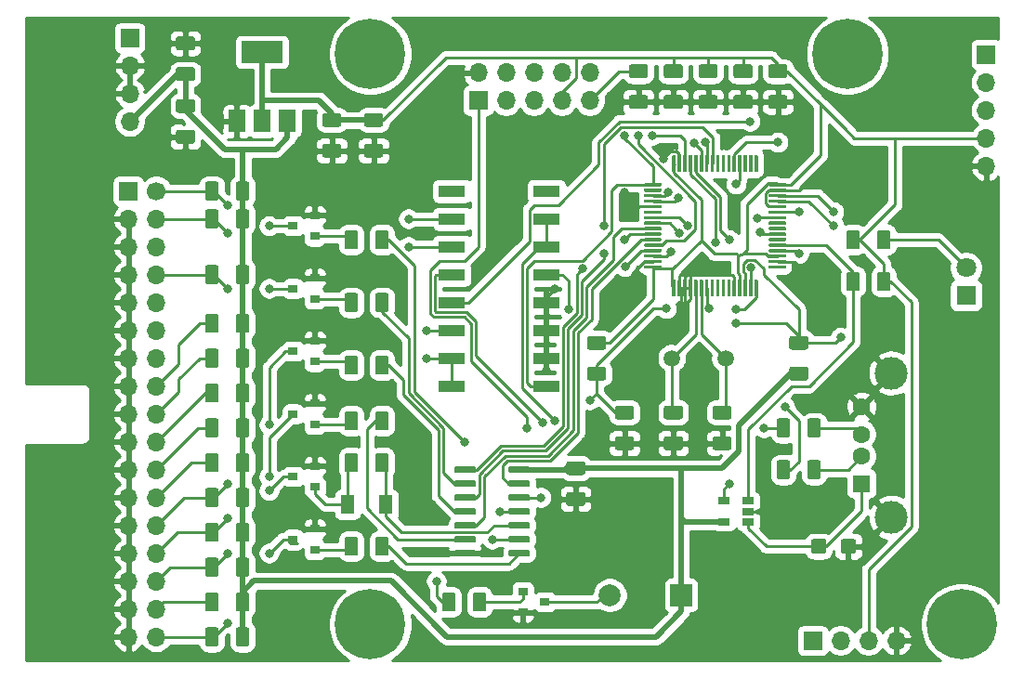
<source format=gbr>
G04 #@! TF.GenerationSoftware,KiCad,Pcbnew,(5.1.5)-3*
G04 #@! TF.CreationDate,2024-04-15T19:36:10+03:00*
G04 #@! TF.ProjectId,Gotek_Floppy_Disk_Emulator_V2,476f7465-6b5f-4466-9c6f-7070795f4469,rev?*
G04 #@! TF.SameCoordinates,Original*
G04 #@! TF.FileFunction,Copper,L1,Top*
G04 #@! TF.FilePolarity,Positive*
%FSLAX46Y46*%
G04 Gerber Fmt 4.6, Leading zero omitted, Abs format (unit mm)*
G04 Created by KiCad (PCBNEW (5.1.5)-3) date 2024-04-15 19:36:10*
%MOMM*%
%LPD*%
G04 APERTURE LIST*
%ADD10R,2.000000X2.000000*%
%ADD11C,2.000000*%
%ADD12C,0.100000*%
%ADD13C,6.400000*%
%ADD14O,1.700000X1.700000*%
%ADD15R,1.700000X1.700000*%
%ADD16C,1.700000*%
%ADD17R,1.300000X1.700000*%
%ADD18C,1.600000*%
%ADD19R,1.600000X1.600000*%
%ADD20C,3.000000*%
%ADD21R,0.900000X0.800000*%
%ADD22R,2.440000X1.120000*%
%ADD23R,1.500000X2.000000*%
%ADD24R,3.800000X2.000000*%
%ADD25R,1.060000X0.650000*%
%ADD26C,1.500000*%
%ADD27C,1.800000*%
%ADD28R,1.800000X1.800000*%
%ADD29C,0.800000*%
%ADD30C,0.250000*%
%ADD31C,0.500000*%
%ADD32C,0.254000*%
G04 APERTURE END LIST*
D10*
X142325000Y-109220000D03*
D11*
X135825000Y-109220000D03*
G04 #@! TA.AperFunction,SMDPad,CuDef*
D12*
G36*
X141747351Y-80465361D02*
G01*
X141754632Y-80466441D01*
X141761771Y-80468229D01*
X141768701Y-80470709D01*
X141775355Y-80473856D01*
X141781668Y-80477640D01*
X141787579Y-80482024D01*
X141793033Y-80486967D01*
X141797976Y-80492421D01*
X141802360Y-80498332D01*
X141806144Y-80504645D01*
X141809291Y-80511299D01*
X141811771Y-80518229D01*
X141813559Y-80525368D01*
X141814639Y-80532649D01*
X141815000Y-80540000D01*
X141815000Y-81940000D01*
X141814639Y-81947351D01*
X141813559Y-81954632D01*
X141811771Y-81961771D01*
X141809291Y-81968701D01*
X141806144Y-81975355D01*
X141802360Y-81981668D01*
X141797976Y-81987579D01*
X141793033Y-81993033D01*
X141787579Y-81997976D01*
X141781668Y-82002360D01*
X141775355Y-82006144D01*
X141768701Y-82009291D01*
X141761771Y-82011771D01*
X141754632Y-82013559D01*
X141747351Y-82014639D01*
X141740000Y-82015000D01*
X141590000Y-82015000D01*
X141582649Y-82014639D01*
X141575368Y-82013559D01*
X141568229Y-82011771D01*
X141561299Y-82009291D01*
X141554645Y-82006144D01*
X141548332Y-82002360D01*
X141542421Y-81997976D01*
X141536967Y-81993033D01*
X141532024Y-81987579D01*
X141527640Y-81981668D01*
X141523856Y-81975355D01*
X141520709Y-81968701D01*
X141518229Y-81961771D01*
X141516441Y-81954632D01*
X141515361Y-81947351D01*
X141515000Y-81940000D01*
X141515000Y-80540000D01*
X141515361Y-80532649D01*
X141516441Y-80525368D01*
X141518229Y-80518229D01*
X141520709Y-80511299D01*
X141523856Y-80504645D01*
X141527640Y-80498332D01*
X141532024Y-80492421D01*
X141536967Y-80486967D01*
X141542421Y-80482024D01*
X141548332Y-80477640D01*
X141554645Y-80473856D01*
X141561299Y-80470709D01*
X141568229Y-80468229D01*
X141575368Y-80466441D01*
X141582649Y-80465361D01*
X141590000Y-80465000D01*
X141740000Y-80465000D01*
X141747351Y-80465361D01*
G37*
G04 #@! TD.AperFunction*
G04 #@! TA.AperFunction,SMDPad,CuDef*
G36*
X142247351Y-80465361D02*
G01*
X142254632Y-80466441D01*
X142261771Y-80468229D01*
X142268701Y-80470709D01*
X142275355Y-80473856D01*
X142281668Y-80477640D01*
X142287579Y-80482024D01*
X142293033Y-80486967D01*
X142297976Y-80492421D01*
X142302360Y-80498332D01*
X142306144Y-80504645D01*
X142309291Y-80511299D01*
X142311771Y-80518229D01*
X142313559Y-80525368D01*
X142314639Y-80532649D01*
X142315000Y-80540000D01*
X142315000Y-81940000D01*
X142314639Y-81947351D01*
X142313559Y-81954632D01*
X142311771Y-81961771D01*
X142309291Y-81968701D01*
X142306144Y-81975355D01*
X142302360Y-81981668D01*
X142297976Y-81987579D01*
X142293033Y-81993033D01*
X142287579Y-81997976D01*
X142281668Y-82002360D01*
X142275355Y-82006144D01*
X142268701Y-82009291D01*
X142261771Y-82011771D01*
X142254632Y-82013559D01*
X142247351Y-82014639D01*
X142240000Y-82015000D01*
X142090000Y-82015000D01*
X142082649Y-82014639D01*
X142075368Y-82013559D01*
X142068229Y-82011771D01*
X142061299Y-82009291D01*
X142054645Y-82006144D01*
X142048332Y-82002360D01*
X142042421Y-81997976D01*
X142036967Y-81993033D01*
X142032024Y-81987579D01*
X142027640Y-81981668D01*
X142023856Y-81975355D01*
X142020709Y-81968701D01*
X142018229Y-81961771D01*
X142016441Y-81954632D01*
X142015361Y-81947351D01*
X142015000Y-81940000D01*
X142015000Y-80540000D01*
X142015361Y-80532649D01*
X142016441Y-80525368D01*
X142018229Y-80518229D01*
X142020709Y-80511299D01*
X142023856Y-80504645D01*
X142027640Y-80498332D01*
X142032024Y-80492421D01*
X142036967Y-80486967D01*
X142042421Y-80482024D01*
X142048332Y-80477640D01*
X142054645Y-80473856D01*
X142061299Y-80470709D01*
X142068229Y-80468229D01*
X142075368Y-80466441D01*
X142082649Y-80465361D01*
X142090000Y-80465000D01*
X142240000Y-80465000D01*
X142247351Y-80465361D01*
G37*
G04 #@! TD.AperFunction*
G04 #@! TA.AperFunction,SMDPad,CuDef*
G36*
X142747351Y-80465361D02*
G01*
X142754632Y-80466441D01*
X142761771Y-80468229D01*
X142768701Y-80470709D01*
X142775355Y-80473856D01*
X142781668Y-80477640D01*
X142787579Y-80482024D01*
X142793033Y-80486967D01*
X142797976Y-80492421D01*
X142802360Y-80498332D01*
X142806144Y-80504645D01*
X142809291Y-80511299D01*
X142811771Y-80518229D01*
X142813559Y-80525368D01*
X142814639Y-80532649D01*
X142815000Y-80540000D01*
X142815000Y-81940000D01*
X142814639Y-81947351D01*
X142813559Y-81954632D01*
X142811771Y-81961771D01*
X142809291Y-81968701D01*
X142806144Y-81975355D01*
X142802360Y-81981668D01*
X142797976Y-81987579D01*
X142793033Y-81993033D01*
X142787579Y-81997976D01*
X142781668Y-82002360D01*
X142775355Y-82006144D01*
X142768701Y-82009291D01*
X142761771Y-82011771D01*
X142754632Y-82013559D01*
X142747351Y-82014639D01*
X142740000Y-82015000D01*
X142590000Y-82015000D01*
X142582649Y-82014639D01*
X142575368Y-82013559D01*
X142568229Y-82011771D01*
X142561299Y-82009291D01*
X142554645Y-82006144D01*
X142548332Y-82002360D01*
X142542421Y-81997976D01*
X142536967Y-81993033D01*
X142532024Y-81987579D01*
X142527640Y-81981668D01*
X142523856Y-81975355D01*
X142520709Y-81968701D01*
X142518229Y-81961771D01*
X142516441Y-81954632D01*
X142515361Y-81947351D01*
X142515000Y-81940000D01*
X142515000Y-80540000D01*
X142515361Y-80532649D01*
X142516441Y-80525368D01*
X142518229Y-80518229D01*
X142520709Y-80511299D01*
X142523856Y-80504645D01*
X142527640Y-80498332D01*
X142532024Y-80492421D01*
X142536967Y-80486967D01*
X142542421Y-80482024D01*
X142548332Y-80477640D01*
X142554645Y-80473856D01*
X142561299Y-80470709D01*
X142568229Y-80468229D01*
X142575368Y-80466441D01*
X142582649Y-80465361D01*
X142590000Y-80465000D01*
X142740000Y-80465000D01*
X142747351Y-80465361D01*
G37*
G04 #@! TD.AperFunction*
G04 #@! TA.AperFunction,SMDPad,CuDef*
G36*
X143247351Y-80465361D02*
G01*
X143254632Y-80466441D01*
X143261771Y-80468229D01*
X143268701Y-80470709D01*
X143275355Y-80473856D01*
X143281668Y-80477640D01*
X143287579Y-80482024D01*
X143293033Y-80486967D01*
X143297976Y-80492421D01*
X143302360Y-80498332D01*
X143306144Y-80504645D01*
X143309291Y-80511299D01*
X143311771Y-80518229D01*
X143313559Y-80525368D01*
X143314639Y-80532649D01*
X143315000Y-80540000D01*
X143315000Y-81940000D01*
X143314639Y-81947351D01*
X143313559Y-81954632D01*
X143311771Y-81961771D01*
X143309291Y-81968701D01*
X143306144Y-81975355D01*
X143302360Y-81981668D01*
X143297976Y-81987579D01*
X143293033Y-81993033D01*
X143287579Y-81997976D01*
X143281668Y-82002360D01*
X143275355Y-82006144D01*
X143268701Y-82009291D01*
X143261771Y-82011771D01*
X143254632Y-82013559D01*
X143247351Y-82014639D01*
X143240000Y-82015000D01*
X143090000Y-82015000D01*
X143082649Y-82014639D01*
X143075368Y-82013559D01*
X143068229Y-82011771D01*
X143061299Y-82009291D01*
X143054645Y-82006144D01*
X143048332Y-82002360D01*
X143042421Y-81997976D01*
X143036967Y-81993033D01*
X143032024Y-81987579D01*
X143027640Y-81981668D01*
X143023856Y-81975355D01*
X143020709Y-81968701D01*
X143018229Y-81961771D01*
X143016441Y-81954632D01*
X143015361Y-81947351D01*
X143015000Y-81940000D01*
X143015000Y-80540000D01*
X143015361Y-80532649D01*
X143016441Y-80525368D01*
X143018229Y-80518229D01*
X143020709Y-80511299D01*
X143023856Y-80504645D01*
X143027640Y-80498332D01*
X143032024Y-80492421D01*
X143036967Y-80486967D01*
X143042421Y-80482024D01*
X143048332Y-80477640D01*
X143054645Y-80473856D01*
X143061299Y-80470709D01*
X143068229Y-80468229D01*
X143075368Y-80466441D01*
X143082649Y-80465361D01*
X143090000Y-80465000D01*
X143240000Y-80465000D01*
X143247351Y-80465361D01*
G37*
G04 #@! TD.AperFunction*
G04 #@! TA.AperFunction,SMDPad,CuDef*
G36*
X143747351Y-80465361D02*
G01*
X143754632Y-80466441D01*
X143761771Y-80468229D01*
X143768701Y-80470709D01*
X143775355Y-80473856D01*
X143781668Y-80477640D01*
X143787579Y-80482024D01*
X143793033Y-80486967D01*
X143797976Y-80492421D01*
X143802360Y-80498332D01*
X143806144Y-80504645D01*
X143809291Y-80511299D01*
X143811771Y-80518229D01*
X143813559Y-80525368D01*
X143814639Y-80532649D01*
X143815000Y-80540000D01*
X143815000Y-81940000D01*
X143814639Y-81947351D01*
X143813559Y-81954632D01*
X143811771Y-81961771D01*
X143809291Y-81968701D01*
X143806144Y-81975355D01*
X143802360Y-81981668D01*
X143797976Y-81987579D01*
X143793033Y-81993033D01*
X143787579Y-81997976D01*
X143781668Y-82002360D01*
X143775355Y-82006144D01*
X143768701Y-82009291D01*
X143761771Y-82011771D01*
X143754632Y-82013559D01*
X143747351Y-82014639D01*
X143740000Y-82015000D01*
X143590000Y-82015000D01*
X143582649Y-82014639D01*
X143575368Y-82013559D01*
X143568229Y-82011771D01*
X143561299Y-82009291D01*
X143554645Y-82006144D01*
X143548332Y-82002360D01*
X143542421Y-81997976D01*
X143536967Y-81993033D01*
X143532024Y-81987579D01*
X143527640Y-81981668D01*
X143523856Y-81975355D01*
X143520709Y-81968701D01*
X143518229Y-81961771D01*
X143516441Y-81954632D01*
X143515361Y-81947351D01*
X143515000Y-81940000D01*
X143515000Y-80540000D01*
X143515361Y-80532649D01*
X143516441Y-80525368D01*
X143518229Y-80518229D01*
X143520709Y-80511299D01*
X143523856Y-80504645D01*
X143527640Y-80498332D01*
X143532024Y-80492421D01*
X143536967Y-80486967D01*
X143542421Y-80482024D01*
X143548332Y-80477640D01*
X143554645Y-80473856D01*
X143561299Y-80470709D01*
X143568229Y-80468229D01*
X143575368Y-80466441D01*
X143582649Y-80465361D01*
X143590000Y-80465000D01*
X143740000Y-80465000D01*
X143747351Y-80465361D01*
G37*
G04 #@! TD.AperFunction*
G04 #@! TA.AperFunction,SMDPad,CuDef*
G36*
X144247351Y-80465361D02*
G01*
X144254632Y-80466441D01*
X144261771Y-80468229D01*
X144268701Y-80470709D01*
X144275355Y-80473856D01*
X144281668Y-80477640D01*
X144287579Y-80482024D01*
X144293033Y-80486967D01*
X144297976Y-80492421D01*
X144302360Y-80498332D01*
X144306144Y-80504645D01*
X144309291Y-80511299D01*
X144311771Y-80518229D01*
X144313559Y-80525368D01*
X144314639Y-80532649D01*
X144315000Y-80540000D01*
X144315000Y-81940000D01*
X144314639Y-81947351D01*
X144313559Y-81954632D01*
X144311771Y-81961771D01*
X144309291Y-81968701D01*
X144306144Y-81975355D01*
X144302360Y-81981668D01*
X144297976Y-81987579D01*
X144293033Y-81993033D01*
X144287579Y-81997976D01*
X144281668Y-82002360D01*
X144275355Y-82006144D01*
X144268701Y-82009291D01*
X144261771Y-82011771D01*
X144254632Y-82013559D01*
X144247351Y-82014639D01*
X144240000Y-82015000D01*
X144090000Y-82015000D01*
X144082649Y-82014639D01*
X144075368Y-82013559D01*
X144068229Y-82011771D01*
X144061299Y-82009291D01*
X144054645Y-82006144D01*
X144048332Y-82002360D01*
X144042421Y-81997976D01*
X144036967Y-81993033D01*
X144032024Y-81987579D01*
X144027640Y-81981668D01*
X144023856Y-81975355D01*
X144020709Y-81968701D01*
X144018229Y-81961771D01*
X144016441Y-81954632D01*
X144015361Y-81947351D01*
X144015000Y-81940000D01*
X144015000Y-80540000D01*
X144015361Y-80532649D01*
X144016441Y-80525368D01*
X144018229Y-80518229D01*
X144020709Y-80511299D01*
X144023856Y-80504645D01*
X144027640Y-80498332D01*
X144032024Y-80492421D01*
X144036967Y-80486967D01*
X144042421Y-80482024D01*
X144048332Y-80477640D01*
X144054645Y-80473856D01*
X144061299Y-80470709D01*
X144068229Y-80468229D01*
X144075368Y-80466441D01*
X144082649Y-80465361D01*
X144090000Y-80465000D01*
X144240000Y-80465000D01*
X144247351Y-80465361D01*
G37*
G04 #@! TD.AperFunction*
G04 #@! TA.AperFunction,SMDPad,CuDef*
G36*
X144747351Y-80465361D02*
G01*
X144754632Y-80466441D01*
X144761771Y-80468229D01*
X144768701Y-80470709D01*
X144775355Y-80473856D01*
X144781668Y-80477640D01*
X144787579Y-80482024D01*
X144793033Y-80486967D01*
X144797976Y-80492421D01*
X144802360Y-80498332D01*
X144806144Y-80504645D01*
X144809291Y-80511299D01*
X144811771Y-80518229D01*
X144813559Y-80525368D01*
X144814639Y-80532649D01*
X144815000Y-80540000D01*
X144815000Y-81940000D01*
X144814639Y-81947351D01*
X144813559Y-81954632D01*
X144811771Y-81961771D01*
X144809291Y-81968701D01*
X144806144Y-81975355D01*
X144802360Y-81981668D01*
X144797976Y-81987579D01*
X144793033Y-81993033D01*
X144787579Y-81997976D01*
X144781668Y-82002360D01*
X144775355Y-82006144D01*
X144768701Y-82009291D01*
X144761771Y-82011771D01*
X144754632Y-82013559D01*
X144747351Y-82014639D01*
X144740000Y-82015000D01*
X144590000Y-82015000D01*
X144582649Y-82014639D01*
X144575368Y-82013559D01*
X144568229Y-82011771D01*
X144561299Y-82009291D01*
X144554645Y-82006144D01*
X144548332Y-82002360D01*
X144542421Y-81997976D01*
X144536967Y-81993033D01*
X144532024Y-81987579D01*
X144527640Y-81981668D01*
X144523856Y-81975355D01*
X144520709Y-81968701D01*
X144518229Y-81961771D01*
X144516441Y-81954632D01*
X144515361Y-81947351D01*
X144515000Y-81940000D01*
X144515000Y-80540000D01*
X144515361Y-80532649D01*
X144516441Y-80525368D01*
X144518229Y-80518229D01*
X144520709Y-80511299D01*
X144523856Y-80504645D01*
X144527640Y-80498332D01*
X144532024Y-80492421D01*
X144536967Y-80486967D01*
X144542421Y-80482024D01*
X144548332Y-80477640D01*
X144554645Y-80473856D01*
X144561299Y-80470709D01*
X144568229Y-80468229D01*
X144575368Y-80466441D01*
X144582649Y-80465361D01*
X144590000Y-80465000D01*
X144740000Y-80465000D01*
X144747351Y-80465361D01*
G37*
G04 #@! TD.AperFunction*
G04 #@! TA.AperFunction,SMDPad,CuDef*
G36*
X145247351Y-80465361D02*
G01*
X145254632Y-80466441D01*
X145261771Y-80468229D01*
X145268701Y-80470709D01*
X145275355Y-80473856D01*
X145281668Y-80477640D01*
X145287579Y-80482024D01*
X145293033Y-80486967D01*
X145297976Y-80492421D01*
X145302360Y-80498332D01*
X145306144Y-80504645D01*
X145309291Y-80511299D01*
X145311771Y-80518229D01*
X145313559Y-80525368D01*
X145314639Y-80532649D01*
X145315000Y-80540000D01*
X145315000Y-81940000D01*
X145314639Y-81947351D01*
X145313559Y-81954632D01*
X145311771Y-81961771D01*
X145309291Y-81968701D01*
X145306144Y-81975355D01*
X145302360Y-81981668D01*
X145297976Y-81987579D01*
X145293033Y-81993033D01*
X145287579Y-81997976D01*
X145281668Y-82002360D01*
X145275355Y-82006144D01*
X145268701Y-82009291D01*
X145261771Y-82011771D01*
X145254632Y-82013559D01*
X145247351Y-82014639D01*
X145240000Y-82015000D01*
X145090000Y-82015000D01*
X145082649Y-82014639D01*
X145075368Y-82013559D01*
X145068229Y-82011771D01*
X145061299Y-82009291D01*
X145054645Y-82006144D01*
X145048332Y-82002360D01*
X145042421Y-81997976D01*
X145036967Y-81993033D01*
X145032024Y-81987579D01*
X145027640Y-81981668D01*
X145023856Y-81975355D01*
X145020709Y-81968701D01*
X145018229Y-81961771D01*
X145016441Y-81954632D01*
X145015361Y-81947351D01*
X145015000Y-81940000D01*
X145015000Y-80540000D01*
X145015361Y-80532649D01*
X145016441Y-80525368D01*
X145018229Y-80518229D01*
X145020709Y-80511299D01*
X145023856Y-80504645D01*
X145027640Y-80498332D01*
X145032024Y-80492421D01*
X145036967Y-80486967D01*
X145042421Y-80482024D01*
X145048332Y-80477640D01*
X145054645Y-80473856D01*
X145061299Y-80470709D01*
X145068229Y-80468229D01*
X145075368Y-80466441D01*
X145082649Y-80465361D01*
X145090000Y-80465000D01*
X145240000Y-80465000D01*
X145247351Y-80465361D01*
G37*
G04 #@! TD.AperFunction*
G04 #@! TA.AperFunction,SMDPad,CuDef*
G36*
X145747351Y-80465361D02*
G01*
X145754632Y-80466441D01*
X145761771Y-80468229D01*
X145768701Y-80470709D01*
X145775355Y-80473856D01*
X145781668Y-80477640D01*
X145787579Y-80482024D01*
X145793033Y-80486967D01*
X145797976Y-80492421D01*
X145802360Y-80498332D01*
X145806144Y-80504645D01*
X145809291Y-80511299D01*
X145811771Y-80518229D01*
X145813559Y-80525368D01*
X145814639Y-80532649D01*
X145815000Y-80540000D01*
X145815000Y-81940000D01*
X145814639Y-81947351D01*
X145813559Y-81954632D01*
X145811771Y-81961771D01*
X145809291Y-81968701D01*
X145806144Y-81975355D01*
X145802360Y-81981668D01*
X145797976Y-81987579D01*
X145793033Y-81993033D01*
X145787579Y-81997976D01*
X145781668Y-82002360D01*
X145775355Y-82006144D01*
X145768701Y-82009291D01*
X145761771Y-82011771D01*
X145754632Y-82013559D01*
X145747351Y-82014639D01*
X145740000Y-82015000D01*
X145590000Y-82015000D01*
X145582649Y-82014639D01*
X145575368Y-82013559D01*
X145568229Y-82011771D01*
X145561299Y-82009291D01*
X145554645Y-82006144D01*
X145548332Y-82002360D01*
X145542421Y-81997976D01*
X145536967Y-81993033D01*
X145532024Y-81987579D01*
X145527640Y-81981668D01*
X145523856Y-81975355D01*
X145520709Y-81968701D01*
X145518229Y-81961771D01*
X145516441Y-81954632D01*
X145515361Y-81947351D01*
X145515000Y-81940000D01*
X145515000Y-80540000D01*
X145515361Y-80532649D01*
X145516441Y-80525368D01*
X145518229Y-80518229D01*
X145520709Y-80511299D01*
X145523856Y-80504645D01*
X145527640Y-80498332D01*
X145532024Y-80492421D01*
X145536967Y-80486967D01*
X145542421Y-80482024D01*
X145548332Y-80477640D01*
X145554645Y-80473856D01*
X145561299Y-80470709D01*
X145568229Y-80468229D01*
X145575368Y-80466441D01*
X145582649Y-80465361D01*
X145590000Y-80465000D01*
X145740000Y-80465000D01*
X145747351Y-80465361D01*
G37*
G04 #@! TD.AperFunction*
G04 #@! TA.AperFunction,SMDPad,CuDef*
G36*
X146247351Y-80465361D02*
G01*
X146254632Y-80466441D01*
X146261771Y-80468229D01*
X146268701Y-80470709D01*
X146275355Y-80473856D01*
X146281668Y-80477640D01*
X146287579Y-80482024D01*
X146293033Y-80486967D01*
X146297976Y-80492421D01*
X146302360Y-80498332D01*
X146306144Y-80504645D01*
X146309291Y-80511299D01*
X146311771Y-80518229D01*
X146313559Y-80525368D01*
X146314639Y-80532649D01*
X146315000Y-80540000D01*
X146315000Y-81940000D01*
X146314639Y-81947351D01*
X146313559Y-81954632D01*
X146311771Y-81961771D01*
X146309291Y-81968701D01*
X146306144Y-81975355D01*
X146302360Y-81981668D01*
X146297976Y-81987579D01*
X146293033Y-81993033D01*
X146287579Y-81997976D01*
X146281668Y-82002360D01*
X146275355Y-82006144D01*
X146268701Y-82009291D01*
X146261771Y-82011771D01*
X146254632Y-82013559D01*
X146247351Y-82014639D01*
X146240000Y-82015000D01*
X146090000Y-82015000D01*
X146082649Y-82014639D01*
X146075368Y-82013559D01*
X146068229Y-82011771D01*
X146061299Y-82009291D01*
X146054645Y-82006144D01*
X146048332Y-82002360D01*
X146042421Y-81997976D01*
X146036967Y-81993033D01*
X146032024Y-81987579D01*
X146027640Y-81981668D01*
X146023856Y-81975355D01*
X146020709Y-81968701D01*
X146018229Y-81961771D01*
X146016441Y-81954632D01*
X146015361Y-81947351D01*
X146015000Y-81940000D01*
X146015000Y-80540000D01*
X146015361Y-80532649D01*
X146016441Y-80525368D01*
X146018229Y-80518229D01*
X146020709Y-80511299D01*
X146023856Y-80504645D01*
X146027640Y-80498332D01*
X146032024Y-80492421D01*
X146036967Y-80486967D01*
X146042421Y-80482024D01*
X146048332Y-80477640D01*
X146054645Y-80473856D01*
X146061299Y-80470709D01*
X146068229Y-80468229D01*
X146075368Y-80466441D01*
X146082649Y-80465361D01*
X146090000Y-80465000D01*
X146240000Y-80465000D01*
X146247351Y-80465361D01*
G37*
G04 #@! TD.AperFunction*
G04 #@! TA.AperFunction,SMDPad,CuDef*
G36*
X146747351Y-80465361D02*
G01*
X146754632Y-80466441D01*
X146761771Y-80468229D01*
X146768701Y-80470709D01*
X146775355Y-80473856D01*
X146781668Y-80477640D01*
X146787579Y-80482024D01*
X146793033Y-80486967D01*
X146797976Y-80492421D01*
X146802360Y-80498332D01*
X146806144Y-80504645D01*
X146809291Y-80511299D01*
X146811771Y-80518229D01*
X146813559Y-80525368D01*
X146814639Y-80532649D01*
X146815000Y-80540000D01*
X146815000Y-81940000D01*
X146814639Y-81947351D01*
X146813559Y-81954632D01*
X146811771Y-81961771D01*
X146809291Y-81968701D01*
X146806144Y-81975355D01*
X146802360Y-81981668D01*
X146797976Y-81987579D01*
X146793033Y-81993033D01*
X146787579Y-81997976D01*
X146781668Y-82002360D01*
X146775355Y-82006144D01*
X146768701Y-82009291D01*
X146761771Y-82011771D01*
X146754632Y-82013559D01*
X146747351Y-82014639D01*
X146740000Y-82015000D01*
X146590000Y-82015000D01*
X146582649Y-82014639D01*
X146575368Y-82013559D01*
X146568229Y-82011771D01*
X146561299Y-82009291D01*
X146554645Y-82006144D01*
X146548332Y-82002360D01*
X146542421Y-81997976D01*
X146536967Y-81993033D01*
X146532024Y-81987579D01*
X146527640Y-81981668D01*
X146523856Y-81975355D01*
X146520709Y-81968701D01*
X146518229Y-81961771D01*
X146516441Y-81954632D01*
X146515361Y-81947351D01*
X146515000Y-81940000D01*
X146515000Y-80540000D01*
X146515361Y-80532649D01*
X146516441Y-80525368D01*
X146518229Y-80518229D01*
X146520709Y-80511299D01*
X146523856Y-80504645D01*
X146527640Y-80498332D01*
X146532024Y-80492421D01*
X146536967Y-80486967D01*
X146542421Y-80482024D01*
X146548332Y-80477640D01*
X146554645Y-80473856D01*
X146561299Y-80470709D01*
X146568229Y-80468229D01*
X146575368Y-80466441D01*
X146582649Y-80465361D01*
X146590000Y-80465000D01*
X146740000Y-80465000D01*
X146747351Y-80465361D01*
G37*
G04 #@! TD.AperFunction*
G04 #@! TA.AperFunction,SMDPad,CuDef*
G36*
X147247351Y-80465361D02*
G01*
X147254632Y-80466441D01*
X147261771Y-80468229D01*
X147268701Y-80470709D01*
X147275355Y-80473856D01*
X147281668Y-80477640D01*
X147287579Y-80482024D01*
X147293033Y-80486967D01*
X147297976Y-80492421D01*
X147302360Y-80498332D01*
X147306144Y-80504645D01*
X147309291Y-80511299D01*
X147311771Y-80518229D01*
X147313559Y-80525368D01*
X147314639Y-80532649D01*
X147315000Y-80540000D01*
X147315000Y-81940000D01*
X147314639Y-81947351D01*
X147313559Y-81954632D01*
X147311771Y-81961771D01*
X147309291Y-81968701D01*
X147306144Y-81975355D01*
X147302360Y-81981668D01*
X147297976Y-81987579D01*
X147293033Y-81993033D01*
X147287579Y-81997976D01*
X147281668Y-82002360D01*
X147275355Y-82006144D01*
X147268701Y-82009291D01*
X147261771Y-82011771D01*
X147254632Y-82013559D01*
X147247351Y-82014639D01*
X147240000Y-82015000D01*
X147090000Y-82015000D01*
X147082649Y-82014639D01*
X147075368Y-82013559D01*
X147068229Y-82011771D01*
X147061299Y-82009291D01*
X147054645Y-82006144D01*
X147048332Y-82002360D01*
X147042421Y-81997976D01*
X147036967Y-81993033D01*
X147032024Y-81987579D01*
X147027640Y-81981668D01*
X147023856Y-81975355D01*
X147020709Y-81968701D01*
X147018229Y-81961771D01*
X147016441Y-81954632D01*
X147015361Y-81947351D01*
X147015000Y-81940000D01*
X147015000Y-80540000D01*
X147015361Y-80532649D01*
X147016441Y-80525368D01*
X147018229Y-80518229D01*
X147020709Y-80511299D01*
X147023856Y-80504645D01*
X147027640Y-80498332D01*
X147032024Y-80492421D01*
X147036967Y-80486967D01*
X147042421Y-80482024D01*
X147048332Y-80477640D01*
X147054645Y-80473856D01*
X147061299Y-80470709D01*
X147068229Y-80468229D01*
X147075368Y-80466441D01*
X147082649Y-80465361D01*
X147090000Y-80465000D01*
X147240000Y-80465000D01*
X147247351Y-80465361D01*
G37*
G04 #@! TD.AperFunction*
G04 #@! TA.AperFunction,SMDPad,CuDef*
G36*
X147747351Y-80465361D02*
G01*
X147754632Y-80466441D01*
X147761771Y-80468229D01*
X147768701Y-80470709D01*
X147775355Y-80473856D01*
X147781668Y-80477640D01*
X147787579Y-80482024D01*
X147793033Y-80486967D01*
X147797976Y-80492421D01*
X147802360Y-80498332D01*
X147806144Y-80504645D01*
X147809291Y-80511299D01*
X147811771Y-80518229D01*
X147813559Y-80525368D01*
X147814639Y-80532649D01*
X147815000Y-80540000D01*
X147815000Y-81940000D01*
X147814639Y-81947351D01*
X147813559Y-81954632D01*
X147811771Y-81961771D01*
X147809291Y-81968701D01*
X147806144Y-81975355D01*
X147802360Y-81981668D01*
X147797976Y-81987579D01*
X147793033Y-81993033D01*
X147787579Y-81997976D01*
X147781668Y-82002360D01*
X147775355Y-82006144D01*
X147768701Y-82009291D01*
X147761771Y-82011771D01*
X147754632Y-82013559D01*
X147747351Y-82014639D01*
X147740000Y-82015000D01*
X147590000Y-82015000D01*
X147582649Y-82014639D01*
X147575368Y-82013559D01*
X147568229Y-82011771D01*
X147561299Y-82009291D01*
X147554645Y-82006144D01*
X147548332Y-82002360D01*
X147542421Y-81997976D01*
X147536967Y-81993033D01*
X147532024Y-81987579D01*
X147527640Y-81981668D01*
X147523856Y-81975355D01*
X147520709Y-81968701D01*
X147518229Y-81961771D01*
X147516441Y-81954632D01*
X147515361Y-81947351D01*
X147515000Y-81940000D01*
X147515000Y-80540000D01*
X147515361Y-80532649D01*
X147516441Y-80525368D01*
X147518229Y-80518229D01*
X147520709Y-80511299D01*
X147523856Y-80504645D01*
X147527640Y-80498332D01*
X147532024Y-80492421D01*
X147536967Y-80486967D01*
X147542421Y-80482024D01*
X147548332Y-80477640D01*
X147554645Y-80473856D01*
X147561299Y-80470709D01*
X147568229Y-80468229D01*
X147575368Y-80466441D01*
X147582649Y-80465361D01*
X147590000Y-80465000D01*
X147740000Y-80465000D01*
X147747351Y-80465361D01*
G37*
G04 #@! TD.AperFunction*
G04 #@! TA.AperFunction,SMDPad,CuDef*
G36*
X148247351Y-80465361D02*
G01*
X148254632Y-80466441D01*
X148261771Y-80468229D01*
X148268701Y-80470709D01*
X148275355Y-80473856D01*
X148281668Y-80477640D01*
X148287579Y-80482024D01*
X148293033Y-80486967D01*
X148297976Y-80492421D01*
X148302360Y-80498332D01*
X148306144Y-80504645D01*
X148309291Y-80511299D01*
X148311771Y-80518229D01*
X148313559Y-80525368D01*
X148314639Y-80532649D01*
X148315000Y-80540000D01*
X148315000Y-81940000D01*
X148314639Y-81947351D01*
X148313559Y-81954632D01*
X148311771Y-81961771D01*
X148309291Y-81968701D01*
X148306144Y-81975355D01*
X148302360Y-81981668D01*
X148297976Y-81987579D01*
X148293033Y-81993033D01*
X148287579Y-81997976D01*
X148281668Y-82002360D01*
X148275355Y-82006144D01*
X148268701Y-82009291D01*
X148261771Y-82011771D01*
X148254632Y-82013559D01*
X148247351Y-82014639D01*
X148240000Y-82015000D01*
X148090000Y-82015000D01*
X148082649Y-82014639D01*
X148075368Y-82013559D01*
X148068229Y-82011771D01*
X148061299Y-82009291D01*
X148054645Y-82006144D01*
X148048332Y-82002360D01*
X148042421Y-81997976D01*
X148036967Y-81993033D01*
X148032024Y-81987579D01*
X148027640Y-81981668D01*
X148023856Y-81975355D01*
X148020709Y-81968701D01*
X148018229Y-81961771D01*
X148016441Y-81954632D01*
X148015361Y-81947351D01*
X148015000Y-81940000D01*
X148015000Y-80540000D01*
X148015361Y-80532649D01*
X148016441Y-80525368D01*
X148018229Y-80518229D01*
X148020709Y-80511299D01*
X148023856Y-80504645D01*
X148027640Y-80498332D01*
X148032024Y-80492421D01*
X148036967Y-80486967D01*
X148042421Y-80482024D01*
X148048332Y-80477640D01*
X148054645Y-80473856D01*
X148061299Y-80470709D01*
X148068229Y-80468229D01*
X148075368Y-80466441D01*
X148082649Y-80465361D01*
X148090000Y-80465000D01*
X148240000Y-80465000D01*
X148247351Y-80465361D01*
G37*
G04 #@! TD.AperFunction*
G04 #@! TA.AperFunction,SMDPad,CuDef*
G36*
X148747351Y-80465361D02*
G01*
X148754632Y-80466441D01*
X148761771Y-80468229D01*
X148768701Y-80470709D01*
X148775355Y-80473856D01*
X148781668Y-80477640D01*
X148787579Y-80482024D01*
X148793033Y-80486967D01*
X148797976Y-80492421D01*
X148802360Y-80498332D01*
X148806144Y-80504645D01*
X148809291Y-80511299D01*
X148811771Y-80518229D01*
X148813559Y-80525368D01*
X148814639Y-80532649D01*
X148815000Y-80540000D01*
X148815000Y-81940000D01*
X148814639Y-81947351D01*
X148813559Y-81954632D01*
X148811771Y-81961771D01*
X148809291Y-81968701D01*
X148806144Y-81975355D01*
X148802360Y-81981668D01*
X148797976Y-81987579D01*
X148793033Y-81993033D01*
X148787579Y-81997976D01*
X148781668Y-82002360D01*
X148775355Y-82006144D01*
X148768701Y-82009291D01*
X148761771Y-82011771D01*
X148754632Y-82013559D01*
X148747351Y-82014639D01*
X148740000Y-82015000D01*
X148590000Y-82015000D01*
X148582649Y-82014639D01*
X148575368Y-82013559D01*
X148568229Y-82011771D01*
X148561299Y-82009291D01*
X148554645Y-82006144D01*
X148548332Y-82002360D01*
X148542421Y-81997976D01*
X148536967Y-81993033D01*
X148532024Y-81987579D01*
X148527640Y-81981668D01*
X148523856Y-81975355D01*
X148520709Y-81968701D01*
X148518229Y-81961771D01*
X148516441Y-81954632D01*
X148515361Y-81947351D01*
X148515000Y-81940000D01*
X148515000Y-80540000D01*
X148515361Y-80532649D01*
X148516441Y-80525368D01*
X148518229Y-80518229D01*
X148520709Y-80511299D01*
X148523856Y-80504645D01*
X148527640Y-80498332D01*
X148532024Y-80492421D01*
X148536967Y-80486967D01*
X148542421Y-80482024D01*
X148548332Y-80477640D01*
X148554645Y-80473856D01*
X148561299Y-80470709D01*
X148568229Y-80468229D01*
X148575368Y-80466441D01*
X148582649Y-80465361D01*
X148590000Y-80465000D01*
X148740000Y-80465000D01*
X148747351Y-80465361D01*
G37*
G04 #@! TD.AperFunction*
G04 #@! TA.AperFunction,SMDPad,CuDef*
G36*
X149247351Y-80465361D02*
G01*
X149254632Y-80466441D01*
X149261771Y-80468229D01*
X149268701Y-80470709D01*
X149275355Y-80473856D01*
X149281668Y-80477640D01*
X149287579Y-80482024D01*
X149293033Y-80486967D01*
X149297976Y-80492421D01*
X149302360Y-80498332D01*
X149306144Y-80504645D01*
X149309291Y-80511299D01*
X149311771Y-80518229D01*
X149313559Y-80525368D01*
X149314639Y-80532649D01*
X149315000Y-80540000D01*
X149315000Y-81940000D01*
X149314639Y-81947351D01*
X149313559Y-81954632D01*
X149311771Y-81961771D01*
X149309291Y-81968701D01*
X149306144Y-81975355D01*
X149302360Y-81981668D01*
X149297976Y-81987579D01*
X149293033Y-81993033D01*
X149287579Y-81997976D01*
X149281668Y-82002360D01*
X149275355Y-82006144D01*
X149268701Y-82009291D01*
X149261771Y-82011771D01*
X149254632Y-82013559D01*
X149247351Y-82014639D01*
X149240000Y-82015000D01*
X149090000Y-82015000D01*
X149082649Y-82014639D01*
X149075368Y-82013559D01*
X149068229Y-82011771D01*
X149061299Y-82009291D01*
X149054645Y-82006144D01*
X149048332Y-82002360D01*
X149042421Y-81997976D01*
X149036967Y-81993033D01*
X149032024Y-81987579D01*
X149027640Y-81981668D01*
X149023856Y-81975355D01*
X149020709Y-81968701D01*
X149018229Y-81961771D01*
X149016441Y-81954632D01*
X149015361Y-81947351D01*
X149015000Y-81940000D01*
X149015000Y-80540000D01*
X149015361Y-80532649D01*
X149016441Y-80525368D01*
X149018229Y-80518229D01*
X149020709Y-80511299D01*
X149023856Y-80504645D01*
X149027640Y-80498332D01*
X149032024Y-80492421D01*
X149036967Y-80486967D01*
X149042421Y-80482024D01*
X149048332Y-80477640D01*
X149054645Y-80473856D01*
X149061299Y-80470709D01*
X149068229Y-80468229D01*
X149075368Y-80466441D01*
X149082649Y-80465361D01*
X149090000Y-80465000D01*
X149240000Y-80465000D01*
X149247351Y-80465361D01*
G37*
G04 #@! TD.AperFunction*
G04 #@! TA.AperFunction,SMDPad,CuDef*
G36*
X151797351Y-79165361D02*
G01*
X151804632Y-79166441D01*
X151811771Y-79168229D01*
X151818701Y-79170709D01*
X151825355Y-79173856D01*
X151831668Y-79177640D01*
X151837579Y-79182024D01*
X151843033Y-79186967D01*
X151847976Y-79192421D01*
X151852360Y-79198332D01*
X151856144Y-79204645D01*
X151859291Y-79211299D01*
X151861771Y-79218229D01*
X151863559Y-79225368D01*
X151864639Y-79232649D01*
X151865000Y-79240000D01*
X151865000Y-79390000D01*
X151864639Y-79397351D01*
X151863559Y-79404632D01*
X151861771Y-79411771D01*
X151859291Y-79418701D01*
X151856144Y-79425355D01*
X151852360Y-79431668D01*
X151847976Y-79437579D01*
X151843033Y-79443033D01*
X151837579Y-79447976D01*
X151831668Y-79452360D01*
X151825355Y-79456144D01*
X151818701Y-79459291D01*
X151811771Y-79461771D01*
X151804632Y-79463559D01*
X151797351Y-79464639D01*
X151790000Y-79465000D01*
X150390000Y-79465000D01*
X150382649Y-79464639D01*
X150375368Y-79463559D01*
X150368229Y-79461771D01*
X150361299Y-79459291D01*
X150354645Y-79456144D01*
X150348332Y-79452360D01*
X150342421Y-79447976D01*
X150336967Y-79443033D01*
X150332024Y-79437579D01*
X150327640Y-79431668D01*
X150323856Y-79425355D01*
X150320709Y-79418701D01*
X150318229Y-79411771D01*
X150316441Y-79404632D01*
X150315361Y-79397351D01*
X150315000Y-79390000D01*
X150315000Y-79240000D01*
X150315361Y-79232649D01*
X150316441Y-79225368D01*
X150318229Y-79218229D01*
X150320709Y-79211299D01*
X150323856Y-79204645D01*
X150327640Y-79198332D01*
X150332024Y-79192421D01*
X150336967Y-79186967D01*
X150342421Y-79182024D01*
X150348332Y-79177640D01*
X150354645Y-79173856D01*
X150361299Y-79170709D01*
X150368229Y-79168229D01*
X150375368Y-79166441D01*
X150382649Y-79165361D01*
X150390000Y-79165000D01*
X151790000Y-79165000D01*
X151797351Y-79165361D01*
G37*
G04 #@! TD.AperFunction*
G04 #@! TA.AperFunction,SMDPad,CuDef*
G36*
X151797351Y-78665361D02*
G01*
X151804632Y-78666441D01*
X151811771Y-78668229D01*
X151818701Y-78670709D01*
X151825355Y-78673856D01*
X151831668Y-78677640D01*
X151837579Y-78682024D01*
X151843033Y-78686967D01*
X151847976Y-78692421D01*
X151852360Y-78698332D01*
X151856144Y-78704645D01*
X151859291Y-78711299D01*
X151861771Y-78718229D01*
X151863559Y-78725368D01*
X151864639Y-78732649D01*
X151865000Y-78740000D01*
X151865000Y-78890000D01*
X151864639Y-78897351D01*
X151863559Y-78904632D01*
X151861771Y-78911771D01*
X151859291Y-78918701D01*
X151856144Y-78925355D01*
X151852360Y-78931668D01*
X151847976Y-78937579D01*
X151843033Y-78943033D01*
X151837579Y-78947976D01*
X151831668Y-78952360D01*
X151825355Y-78956144D01*
X151818701Y-78959291D01*
X151811771Y-78961771D01*
X151804632Y-78963559D01*
X151797351Y-78964639D01*
X151790000Y-78965000D01*
X150390000Y-78965000D01*
X150382649Y-78964639D01*
X150375368Y-78963559D01*
X150368229Y-78961771D01*
X150361299Y-78959291D01*
X150354645Y-78956144D01*
X150348332Y-78952360D01*
X150342421Y-78947976D01*
X150336967Y-78943033D01*
X150332024Y-78937579D01*
X150327640Y-78931668D01*
X150323856Y-78925355D01*
X150320709Y-78918701D01*
X150318229Y-78911771D01*
X150316441Y-78904632D01*
X150315361Y-78897351D01*
X150315000Y-78890000D01*
X150315000Y-78740000D01*
X150315361Y-78732649D01*
X150316441Y-78725368D01*
X150318229Y-78718229D01*
X150320709Y-78711299D01*
X150323856Y-78704645D01*
X150327640Y-78698332D01*
X150332024Y-78692421D01*
X150336967Y-78686967D01*
X150342421Y-78682024D01*
X150348332Y-78677640D01*
X150354645Y-78673856D01*
X150361299Y-78670709D01*
X150368229Y-78668229D01*
X150375368Y-78666441D01*
X150382649Y-78665361D01*
X150390000Y-78665000D01*
X151790000Y-78665000D01*
X151797351Y-78665361D01*
G37*
G04 #@! TD.AperFunction*
G04 #@! TA.AperFunction,SMDPad,CuDef*
G36*
X151797351Y-78165361D02*
G01*
X151804632Y-78166441D01*
X151811771Y-78168229D01*
X151818701Y-78170709D01*
X151825355Y-78173856D01*
X151831668Y-78177640D01*
X151837579Y-78182024D01*
X151843033Y-78186967D01*
X151847976Y-78192421D01*
X151852360Y-78198332D01*
X151856144Y-78204645D01*
X151859291Y-78211299D01*
X151861771Y-78218229D01*
X151863559Y-78225368D01*
X151864639Y-78232649D01*
X151865000Y-78240000D01*
X151865000Y-78390000D01*
X151864639Y-78397351D01*
X151863559Y-78404632D01*
X151861771Y-78411771D01*
X151859291Y-78418701D01*
X151856144Y-78425355D01*
X151852360Y-78431668D01*
X151847976Y-78437579D01*
X151843033Y-78443033D01*
X151837579Y-78447976D01*
X151831668Y-78452360D01*
X151825355Y-78456144D01*
X151818701Y-78459291D01*
X151811771Y-78461771D01*
X151804632Y-78463559D01*
X151797351Y-78464639D01*
X151790000Y-78465000D01*
X150390000Y-78465000D01*
X150382649Y-78464639D01*
X150375368Y-78463559D01*
X150368229Y-78461771D01*
X150361299Y-78459291D01*
X150354645Y-78456144D01*
X150348332Y-78452360D01*
X150342421Y-78447976D01*
X150336967Y-78443033D01*
X150332024Y-78437579D01*
X150327640Y-78431668D01*
X150323856Y-78425355D01*
X150320709Y-78418701D01*
X150318229Y-78411771D01*
X150316441Y-78404632D01*
X150315361Y-78397351D01*
X150315000Y-78390000D01*
X150315000Y-78240000D01*
X150315361Y-78232649D01*
X150316441Y-78225368D01*
X150318229Y-78218229D01*
X150320709Y-78211299D01*
X150323856Y-78204645D01*
X150327640Y-78198332D01*
X150332024Y-78192421D01*
X150336967Y-78186967D01*
X150342421Y-78182024D01*
X150348332Y-78177640D01*
X150354645Y-78173856D01*
X150361299Y-78170709D01*
X150368229Y-78168229D01*
X150375368Y-78166441D01*
X150382649Y-78165361D01*
X150390000Y-78165000D01*
X151790000Y-78165000D01*
X151797351Y-78165361D01*
G37*
G04 #@! TD.AperFunction*
G04 #@! TA.AperFunction,SMDPad,CuDef*
G36*
X151797351Y-77665361D02*
G01*
X151804632Y-77666441D01*
X151811771Y-77668229D01*
X151818701Y-77670709D01*
X151825355Y-77673856D01*
X151831668Y-77677640D01*
X151837579Y-77682024D01*
X151843033Y-77686967D01*
X151847976Y-77692421D01*
X151852360Y-77698332D01*
X151856144Y-77704645D01*
X151859291Y-77711299D01*
X151861771Y-77718229D01*
X151863559Y-77725368D01*
X151864639Y-77732649D01*
X151865000Y-77740000D01*
X151865000Y-77890000D01*
X151864639Y-77897351D01*
X151863559Y-77904632D01*
X151861771Y-77911771D01*
X151859291Y-77918701D01*
X151856144Y-77925355D01*
X151852360Y-77931668D01*
X151847976Y-77937579D01*
X151843033Y-77943033D01*
X151837579Y-77947976D01*
X151831668Y-77952360D01*
X151825355Y-77956144D01*
X151818701Y-77959291D01*
X151811771Y-77961771D01*
X151804632Y-77963559D01*
X151797351Y-77964639D01*
X151790000Y-77965000D01*
X150390000Y-77965000D01*
X150382649Y-77964639D01*
X150375368Y-77963559D01*
X150368229Y-77961771D01*
X150361299Y-77959291D01*
X150354645Y-77956144D01*
X150348332Y-77952360D01*
X150342421Y-77947976D01*
X150336967Y-77943033D01*
X150332024Y-77937579D01*
X150327640Y-77931668D01*
X150323856Y-77925355D01*
X150320709Y-77918701D01*
X150318229Y-77911771D01*
X150316441Y-77904632D01*
X150315361Y-77897351D01*
X150315000Y-77890000D01*
X150315000Y-77740000D01*
X150315361Y-77732649D01*
X150316441Y-77725368D01*
X150318229Y-77718229D01*
X150320709Y-77711299D01*
X150323856Y-77704645D01*
X150327640Y-77698332D01*
X150332024Y-77692421D01*
X150336967Y-77686967D01*
X150342421Y-77682024D01*
X150348332Y-77677640D01*
X150354645Y-77673856D01*
X150361299Y-77670709D01*
X150368229Y-77668229D01*
X150375368Y-77666441D01*
X150382649Y-77665361D01*
X150390000Y-77665000D01*
X151790000Y-77665000D01*
X151797351Y-77665361D01*
G37*
G04 #@! TD.AperFunction*
G04 #@! TA.AperFunction,SMDPad,CuDef*
G36*
X151797351Y-77165361D02*
G01*
X151804632Y-77166441D01*
X151811771Y-77168229D01*
X151818701Y-77170709D01*
X151825355Y-77173856D01*
X151831668Y-77177640D01*
X151837579Y-77182024D01*
X151843033Y-77186967D01*
X151847976Y-77192421D01*
X151852360Y-77198332D01*
X151856144Y-77204645D01*
X151859291Y-77211299D01*
X151861771Y-77218229D01*
X151863559Y-77225368D01*
X151864639Y-77232649D01*
X151865000Y-77240000D01*
X151865000Y-77390000D01*
X151864639Y-77397351D01*
X151863559Y-77404632D01*
X151861771Y-77411771D01*
X151859291Y-77418701D01*
X151856144Y-77425355D01*
X151852360Y-77431668D01*
X151847976Y-77437579D01*
X151843033Y-77443033D01*
X151837579Y-77447976D01*
X151831668Y-77452360D01*
X151825355Y-77456144D01*
X151818701Y-77459291D01*
X151811771Y-77461771D01*
X151804632Y-77463559D01*
X151797351Y-77464639D01*
X151790000Y-77465000D01*
X150390000Y-77465000D01*
X150382649Y-77464639D01*
X150375368Y-77463559D01*
X150368229Y-77461771D01*
X150361299Y-77459291D01*
X150354645Y-77456144D01*
X150348332Y-77452360D01*
X150342421Y-77447976D01*
X150336967Y-77443033D01*
X150332024Y-77437579D01*
X150327640Y-77431668D01*
X150323856Y-77425355D01*
X150320709Y-77418701D01*
X150318229Y-77411771D01*
X150316441Y-77404632D01*
X150315361Y-77397351D01*
X150315000Y-77390000D01*
X150315000Y-77240000D01*
X150315361Y-77232649D01*
X150316441Y-77225368D01*
X150318229Y-77218229D01*
X150320709Y-77211299D01*
X150323856Y-77204645D01*
X150327640Y-77198332D01*
X150332024Y-77192421D01*
X150336967Y-77186967D01*
X150342421Y-77182024D01*
X150348332Y-77177640D01*
X150354645Y-77173856D01*
X150361299Y-77170709D01*
X150368229Y-77168229D01*
X150375368Y-77166441D01*
X150382649Y-77165361D01*
X150390000Y-77165000D01*
X151790000Y-77165000D01*
X151797351Y-77165361D01*
G37*
G04 #@! TD.AperFunction*
G04 #@! TA.AperFunction,SMDPad,CuDef*
G36*
X151797351Y-76665361D02*
G01*
X151804632Y-76666441D01*
X151811771Y-76668229D01*
X151818701Y-76670709D01*
X151825355Y-76673856D01*
X151831668Y-76677640D01*
X151837579Y-76682024D01*
X151843033Y-76686967D01*
X151847976Y-76692421D01*
X151852360Y-76698332D01*
X151856144Y-76704645D01*
X151859291Y-76711299D01*
X151861771Y-76718229D01*
X151863559Y-76725368D01*
X151864639Y-76732649D01*
X151865000Y-76740000D01*
X151865000Y-76890000D01*
X151864639Y-76897351D01*
X151863559Y-76904632D01*
X151861771Y-76911771D01*
X151859291Y-76918701D01*
X151856144Y-76925355D01*
X151852360Y-76931668D01*
X151847976Y-76937579D01*
X151843033Y-76943033D01*
X151837579Y-76947976D01*
X151831668Y-76952360D01*
X151825355Y-76956144D01*
X151818701Y-76959291D01*
X151811771Y-76961771D01*
X151804632Y-76963559D01*
X151797351Y-76964639D01*
X151790000Y-76965000D01*
X150390000Y-76965000D01*
X150382649Y-76964639D01*
X150375368Y-76963559D01*
X150368229Y-76961771D01*
X150361299Y-76959291D01*
X150354645Y-76956144D01*
X150348332Y-76952360D01*
X150342421Y-76947976D01*
X150336967Y-76943033D01*
X150332024Y-76937579D01*
X150327640Y-76931668D01*
X150323856Y-76925355D01*
X150320709Y-76918701D01*
X150318229Y-76911771D01*
X150316441Y-76904632D01*
X150315361Y-76897351D01*
X150315000Y-76890000D01*
X150315000Y-76740000D01*
X150315361Y-76732649D01*
X150316441Y-76725368D01*
X150318229Y-76718229D01*
X150320709Y-76711299D01*
X150323856Y-76704645D01*
X150327640Y-76698332D01*
X150332024Y-76692421D01*
X150336967Y-76686967D01*
X150342421Y-76682024D01*
X150348332Y-76677640D01*
X150354645Y-76673856D01*
X150361299Y-76670709D01*
X150368229Y-76668229D01*
X150375368Y-76666441D01*
X150382649Y-76665361D01*
X150390000Y-76665000D01*
X151790000Y-76665000D01*
X151797351Y-76665361D01*
G37*
G04 #@! TD.AperFunction*
G04 #@! TA.AperFunction,SMDPad,CuDef*
G36*
X151797351Y-76165361D02*
G01*
X151804632Y-76166441D01*
X151811771Y-76168229D01*
X151818701Y-76170709D01*
X151825355Y-76173856D01*
X151831668Y-76177640D01*
X151837579Y-76182024D01*
X151843033Y-76186967D01*
X151847976Y-76192421D01*
X151852360Y-76198332D01*
X151856144Y-76204645D01*
X151859291Y-76211299D01*
X151861771Y-76218229D01*
X151863559Y-76225368D01*
X151864639Y-76232649D01*
X151865000Y-76240000D01*
X151865000Y-76390000D01*
X151864639Y-76397351D01*
X151863559Y-76404632D01*
X151861771Y-76411771D01*
X151859291Y-76418701D01*
X151856144Y-76425355D01*
X151852360Y-76431668D01*
X151847976Y-76437579D01*
X151843033Y-76443033D01*
X151837579Y-76447976D01*
X151831668Y-76452360D01*
X151825355Y-76456144D01*
X151818701Y-76459291D01*
X151811771Y-76461771D01*
X151804632Y-76463559D01*
X151797351Y-76464639D01*
X151790000Y-76465000D01*
X150390000Y-76465000D01*
X150382649Y-76464639D01*
X150375368Y-76463559D01*
X150368229Y-76461771D01*
X150361299Y-76459291D01*
X150354645Y-76456144D01*
X150348332Y-76452360D01*
X150342421Y-76447976D01*
X150336967Y-76443033D01*
X150332024Y-76437579D01*
X150327640Y-76431668D01*
X150323856Y-76425355D01*
X150320709Y-76418701D01*
X150318229Y-76411771D01*
X150316441Y-76404632D01*
X150315361Y-76397351D01*
X150315000Y-76390000D01*
X150315000Y-76240000D01*
X150315361Y-76232649D01*
X150316441Y-76225368D01*
X150318229Y-76218229D01*
X150320709Y-76211299D01*
X150323856Y-76204645D01*
X150327640Y-76198332D01*
X150332024Y-76192421D01*
X150336967Y-76186967D01*
X150342421Y-76182024D01*
X150348332Y-76177640D01*
X150354645Y-76173856D01*
X150361299Y-76170709D01*
X150368229Y-76168229D01*
X150375368Y-76166441D01*
X150382649Y-76165361D01*
X150390000Y-76165000D01*
X151790000Y-76165000D01*
X151797351Y-76165361D01*
G37*
G04 #@! TD.AperFunction*
G04 #@! TA.AperFunction,SMDPad,CuDef*
G36*
X151797351Y-75665361D02*
G01*
X151804632Y-75666441D01*
X151811771Y-75668229D01*
X151818701Y-75670709D01*
X151825355Y-75673856D01*
X151831668Y-75677640D01*
X151837579Y-75682024D01*
X151843033Y-75686967D01*
X151847976Y-75692421D01*
X151852360Y-75698332D01*
X151856144Y-75704645D01*
X151859291Y-75711299D01*
X151861771Y-75718229D01*
X151863559Y-75725368D01*
X151864639Y-75732649D01*
X151865000Y-75740000D01*
X151865000Y-75890000D01*
X151864639Y-75897351D01*
X151863559Y-75904632D01*
X151861771Y-75911771D01*
X151859291Y-75918701D01*
X151856144Y-75925355D01*
X151852360Y-75931668D01*
X151847976Y-75937579D01*
X151843033Y-75943033D01*
X151837579Y-75947976D01*
X151831668Y-75952360D01*
X151825355Y-75956144D01*
X151818701Y-75959291D01*
X151811771Y-75961771D01*
X151804632Y-75963559D01*
X151797351Y-75964639D01*
X151790000Y-75965000D01*
X150390000Y-75965000D01*
X150382649Y-75964639D01*
X150375368Y-75963559D01*
X150368229Y-75961771D01*
X150361299Y-75959291D01*
X150354645Y-75956144D01*
X150348332Y-75952360D01*
X150342421Y-75947976D01*
X150336967Y-75943033D01*
X150332024Y-75937579D01*
X150327640Y-75931668D01*
X150323856Y-75925355D01*
X150320709Y-75918701D01*
X150318229Y-75911771D01*
X150316441Y-75904632D01*
X150315361Y-75897351D01*
X150315000Y-75890000D01*
X150315000Y-75740000D01*
X150315361Y-75732649D01*
X150316441Y-75725368D01*
X150318229Y-75718229D01*
X150320709Y-75711299D01*
X150323856Y-75704645D01*
X150327640Y-75698332D01*
X150332024Y-75692421D01*
X150336967Y-75686967D01*
X150342421Y-75682024D01*
X150348332Y-75677640D01*
X150354645Y-75673856D01*
X150361299Y-75670709D01*
X150368229Y-75668229D01*
X150375368Y-75666441D01*
X150382649Y-75665361D01*
X150390000Y-75665000D01*
X151790000Y-75665000D01*
X151797351Y-75665361D01*
G37*
G04 #@! TD.AperFunction*
G04 #@! TA.AperFunction,SMDPad,CuDef*
G36*
X151797351Y-75165361D02*
G01*
X151804632Y-75166441D01*
X151811771Y-75168229D01*
X151818701Y-75170709D01*
X151825355Y-75173856D01*
X151831668Y-75177640D01*
X151837579Y-75182024D01*
X151843033Y-75186967D01*
X151847976Y-75192421D01*
X151852360Y-75198332D01*
X151856144Y-75204645D01*
X151859291Y-75211299D01*
X151861771Y-75218229D01*
X151863559Y-75225368D01*
X151864639Y-75232649D01*
X151865000Y-75240000D01*
X151865000Y-75390000D01*
X151864639Y-75397351D01*
X151863559Y-75404632D01*
X151861771Y-75411771D01*
X151859291Y-75418701D01*
X151856144Y-75425355D01*
X151852360Y-75431668D01*
X151847976Y-75437579D01*
X151843033Y-75443033D01*
X151837579Y-75447976D01*
X151831668Y-75452360D01*
X151825355Y-75456144D01*
X151818701Y-75459291D01*
X151811771Y-75461771D01*
X151804632Y-75463559D01*
X151797351Y-75464639D01*
X151790000Y-75465000D01*
X150390000Y-75465000D01*
X150382649Y-75464639D01*
X150375368Y-75463559D01*
X150368229Y-75461771D01*
X150361299Y-75459291D01*
X150354645Y-75456144D01*
X150348332Y-75452360D01*
X150342421Y-75447976D01*
X150336967Y-75443033D01*
X150332024Y-75437579D01*
X150327640Y-75431668D01*
X150323856Y-75425355D01*
X150320709Y-75418701D01*
X150318229Y-75411771D01*
X150316441Y-75404632D01*
X150315361Y-75397351D01*
X150315000Y-75390000D01*
X150315000Y-75240000D01*
X150315361Y-75232649D01*
X150316441Y-75225368D01*
X150318229Y-75218229D01*
X150320709Y-75211299D01*
X150323856Y-75204645D01*
X150327640Y-75198332D01*
X150332024Y-75192421D01*
X150336967Y-75186967D01*
X150342421Y-75182024D01*
X150348332Y-75177640D01*
X150354645Y-75173856D01*
X150361299Y-75170709D01*
X150368229Y-75168229D01*
X150375368Y-75166441D01*
X150382649Y-75165361D01*
X150390000Y-75165000D01*
X151790000Y-75165000D01*
X151797351Y-75165361D01*
G37*
G04 #@! TD.AperFunction*
G04 #@! TA.AperFunction,SMDPad,CuDef*
G36*
X151797351Y-74665361D02*
G01*
X151804632Y-74666441D01*
X151811771Y-74668229D01*
X151818701Y-74670709D01*
X151825355Y-74673856D01*
X151831668Y-74677640D01*
X151837579Y-74682024D01*
X151843033Y-74686967D01*
X151847976Y-74692421D01*
X151852360Y-74698332D01*
X151856144Y-74704645D01*
X151859291Y-74711299D01*
X151861771Y-74718229D01*
X151863559Y-74725368D01*
X151864639Y-74732649D01*
X151865000Y-74740000D01*
X151865000Y-74890000D01*
X151864639Y-74897351D01*
X151863559Y-74904632D01*
X151861771Y-74911771D01*
X151859291Y-74918701D01*
X151856144Y-74925355D01*
X151852360Y-74931668D01*
X151847976Y-74937579D01*
X151843033Y-74943033D01*
X151837579Y-74947976D01*
X151831668Y-74952360D01*
X151825355Y-74956144D01*
X151818701Y-74959291D01*
X151811771Y-74961771D01*
X151804632Y-74963559D01*
X151797351Y-74964639D01*
X151790000Y-74965000D01*
X150390000Y-74965000D01*
X150382649Y-74964639D01*
X150375368Y-74963559D01*
X150368229Y-74961771D01*
X150361299Y-74959291D01*
X150354645Y-74956144D01*
X150348332Y-74952360D01*
X150342421Y-74947976D01*
X150336967Y-74943033D01*
X150332024Y-74937579D01*
X150327640Y-74931668D01*
X150323856Y-74925355D01*
X150320709Y-74918701D01*
X150318229Y-74911771D01*
X150316441Y-74904632D01*
X150315361Y-74897351D01*
X150315000Y-74890000D01*
X150315000Y-74740000D01*
X150315361Y-74732649D01*
X150316441Y-74725368D01*
X150318229Y-74718229D01*
X150320709Y-74711299D01*
X150323856Y-74704645D01*
X150327640Y-74698332D01*
X150332024Y-74692421D01*
X150336967Y-74686967D01*
X150342421Y-74682024D01*
X150348332Y-74677640D01*
X150354645Y-74673856D01*
X150361299Y-74670709D01*
X150368229Y-74668229D01*
X150375368Y-74666441D01*
X150382649Y-74665361D01*
X150390000Y-74665000D01*
X151790000Y-74665000D01*
X151797351Y-74665361D01*
G37*
G04 #@! TD.AperFunction*
G04 #@! TA.AperFunction,SMDPad,CuDef*
G36*
X151797351Y-74165361D02*
G01*
X151804632Y-74166441D01*
X151811771Y-74168229D01*
X151818701Y-74170709D01*
X151825355Y-74173856D01*
X151831668Y-74177640D01*
X151837579Y-74182024D01*
X151843033Y-74186967D01*
X151847976Y-74192421D01*
X151852360Y-74198332D01*
X151856144Y-74204645D01*
X151859291Y-74211299D01*
X151861771Y-74218229D01*
X151863559Y-74225368D01*
X151864639Y-74232649D01*
X151865000Y-74240000D01*
X151865000Y-74390000D01*
X151864639Y-74397351D01*
X151863559Y-74404632D01*
X151861771Y-74411771D01*
X151859291Y-74418701D01*
X151856144Y-74425355D01*
X151852360Y-74431668D01*
X151847976Y-74437579D01*
X151843033Y-74443033D01*
X151837579Y-74447976D01*
X151831668Y-74452360D01*
X151825355Y-74456144D01*
X151818701Y-74459291D01*
X151811771Y-74461771D01*
X151804632Y-74463559D01*
X151797351Y-74464639D01*
X151790000Y-74465000D01*
X150390000Y-74465000D01*
X150382649Y-74464639D01*
X150375368Y-74463559D01*
X150368229Y-74461771D01*
X150361299Y-74459291D01*
X150354645Y-74456144D01*
X150348332Y-74452360D01*
X150342421Y-74447976D01*
X150336967Y-74443033D01*
X150332024Y-74437579D01*
X150327640Y-74431668D01*
X150323856Y-74425355D01*
X150320709Y-74418701D01*
X150318229Y-74411771D01*
X150316441Y-74404632D01*
X150315361Y-74397351D01*
X150315000Y-74390000D01*
X150315000Y-74240000D01*
X150315361Y-74232649D01*
X150316441Y-74225368D01*
X150318229Y-74218229D01*
X150320709Y-74211299D01*
X150323856Y-74204645D01*
X150327640Y-74198332D01*
X150332024Y-74192421D01*
X150336967Y-74186967D01*
X150342421Y-74182024D01*
X150348332Y-74177640D01*
X150354645Y-74173856D01*
X150361299Y-74170709D01*
X150368229Y-74168229D01*
X150375368Y-74166441D01*
X150382649Y-74165361D01*
X150390000Y-74165000D01*
X151790000Y-74165000D01*
X151797351Y-74165361D01*
G37*
G04 #@! TD.AperFunction*
G04 #@! TA.AperFunction,SMDPad,CuDef*
G36*
X151797351Y-73665361D02*
G01*
X151804632Y-73666441D01*
X151811771Y-73668229D01*
X151818701Y-73670709D01*
X151825355Y-73673856D01*
X151831668Y-73677640D01*
X151837579Y-73682024D01*
X151843033Y-73686967D01*
X151847976Y-73692421D01*
X151852360Y-73698332D01*
X151856144Y-73704645D01*
X151859291Y-73711299D01*
X151861771Y-73718229D01*
X151863559Y-73725368D01*
X151864639Y-73732649D01*
X151865000Y-73740000D01*
X151865000Y-73890000D01*
X151864639Y-73897351D01*
X151863559Y-73904632D01*
X151861771Y-73911771D01*
X151859291Y-73918701D01*
X151856144Y-73925355D01*
X151852360Y-73931668D01*
X151847976Y-73937579D01*
X151843033Y-73943033D01*
X151837579Y-73947976D01*
X151831668Y-73952360D01*
X151825355Y-73956144D01*
X151818701Y-73959291D01*
X151811771Y-73961771D01*
X151804632Y-73963559D01*
X151797351Y-73964639D01*
X151790000Y-73965000D01*
X150390000Y-73965000D01*
X150382649Y-73964639D01*
X150375368Y-73963559D01*
X150368229Y-73961771D01*
X150361299Y-73959291D01*
X150354645Y-73956144D01*
X150348332Y-73952360D01*
X150342421Y-73947976D01*
X150336967Y-73943033D01*
X150332024Y-73937579D01*
X150327640Y-73931668D01*
X150323856Y-73925355D01*
X150320709Y-73918701D01*
X150318229Y-73911771D01*
X150316441Y-73904632D01*
X150315361Y-73897351D01*
X150315000Y-73890000D01*
X150315000Y-73740000D01*
X150315361Y-73732649D01*
X150316441Y-73725368D01*
X150318229Y-73718229D01*
X150320709Y-73711299D01*
X150323856Y-73704645D01*
X150327640Y-73698332D01*
X150332024Y-73692421D01*
X150336967Y-73686967D01*
X150342421Y-73682024D01*
X150348332Y-73677640D01*
X150354645Y-73673856D01*
X150361299Y-73670709D01*
X150368229Y-73668229D01*
X150375368Y-73666441D01*
X150382649Y-73665361D01*
X150390000Y-73665000D01*
X151790000Y-73665000D01*
X151797351Y-73665361D01*
G37*
G04 #@! TD.AperFunction*
G04 #@! TA.AperFunction,SMDPad,CuDef*
G36*
X151797351Y-73165361D02*
G01*
X151804632Y-73166441D01*
X151811771Y-73168229D01*
X151818701Y-73170709D01*
X151825355Y-73173856D01*
X151831668Y-73177640D01*
X151837579Y-73182024D01*
X151843033Y-73186967D01*
X151847976Y-73192421D01*
X151852360Y-73198332D01*
X151856144Y-73204645D01*
X151859291Y-73211299D01*
X151861771Y-73218229D01*
X151863559Y-73225368D01*
X151864639Y-73232649D01*
X151865000Y-73240000D01*
X151865000Y-73390000D01*
X151864639Y-73397351D01*
X151863559Y-73404632D01*
X151861771Y-73411771D01*
X151859291Y-73418701D01*
X151856144Y-73425355D01*
X151852360Y-73431668D01*
X151847976Y-73437579D01*
X151843033Y-73443033D01*
X151837579Y-73447976D01*
X151831668Y-73452360D01*
X151825355Y-73456144D01*
X151818701Y-73459291D01*
X151811771Y-73461771D01*
X151804632Y-73463559D01*
X151797351Y-73464639D01*
X151790000Y-73465000D01*
X150390000Y-73465000D01*
X150382649Y-73464639D01*
X150375368Y-73463559D01*
X150368229Y-73461771D01*
X150361299Y-73459291D01*
X150354645Y-73456144D01*
X150348332Y-73452360D01*
X150342421Y-73447976D01*
X150336967Y-73443033D01*
X150332024Y-73437579D01*
X150327640Y-73431668D01*
X150323856Y-73425355D01*
X150320709Y-73418701D01*
X150318229Y-73411771D01*
X150316441Y-73404632D01*
X150315361Y-73397351D01*
X150315000Y-73390000D01*
X150315000Y-73240000D01*
X150315361Y-73232649D01*
X150316441Y-73225368D01*
X150318229Y-73218229D01*
X150320709Y-73211299D01*
X150323856Y-73204645D01*
X150327640Y-73198332D01*
X150332024Y-73192421D01*
X150336967Y-73186967D01*
X150342421Y-73182024D01*
X150348332Y-73177640D01*
X150354645Y-73173856D01*
X150361299Y-73170709D01*
X150368229Y-73168229D01*
X150375368Y-73166441D01*
X150382649Y-73165361D01*
X150390000Y-73165000D01*
X151790000Y-73165000D01*
X151797351Y-73165361D01*
G37*
G04 #@! TD.AperFunction*
G04 #@! TA.AperFunction,SMDPad,CuDef*
G36*
X151797351Y-72665361D02*
G01*
X151804632Y-72666441D01*
X151811771Y-72668229D01*
X151818701Y-72670709D01*
X151825355Y-72673856D01*
X151831668Y-72677640D01*
X151837579Y-72682024D01*
X151843033Y-72686967D01*
X151847976Y-72692421D01*
X151852360Y-72698332D01*
X151856144Y-72704645D01*
X151859291Y-72711299D01*
X151861771Y-72718229D01*
X151863559Y-72725368D01*
X151864639Y-72732649D01*
X151865000Y-72740000D01*
X151865000Y-72890000D01*
X151864639Y-72897351D01*
X151863559Y-72904632D01*
X151861771Y-72911771D01*
X151859291Y-72918701D01*
X151856144Y-72925355D01*
X151852360Y-72931668D01*
X151847976Y-72937579D01*
X151843033Y-72943033D01*
X151837579Y-72947976D01*
X151831668Y-72952360D01*
X151825355Y-72956144D01*
X151818701Y-72959291D01*
X151811771Y-72961771D01*
X151804632Y-72963559D01*
X151797351Y-72964639D01*
X151790000Y-72965000D01*
X150390000Y-72965000D01*
X150382649Y-72964639D01*
X150375368Y-72963559D01*
X150368229Y-72961771D01*
X150361299Y-72959291D01*
X150354645Y-72956144D01*
X150348332Y-72952360D01*
X150342421Y-72947976D01*
X150336967Y-72943033D01*
X150332024Y-72937579D01*
X150327640Y-72931668D01*
X150323856Y-72925355D01*
X150320709Y-72918701D01*
X150318229Y-72911771D01*
X150316441Y-72904632D01*
X150315361Y-72897351D01*
X150315000Y-72890000D01*
X150315000Y-72740000D01*
X150315361Y-72732649D01*
X150316441Y-72725368D01*
X150318229Y-72718229D01*
X150320709Y-72711299D01*
X150323856Y-72704645D01*
X150327640Y-72698332D01*
X150332024Y-72692421D01*
X150336967Y-72686967D01*
X150342421Y-72682024D01*
X150348332Y-72677640D01*
X150354645Y-72673856D01*
X150361299Y-72670709D01*
X150368229Y-72668229D01*
X150375368Y-72666441D01*
X150382649Y-72665361D01*
X150390000Y-72665000D01*
X151790000Y-72665000D01*
X151797351Y-72665361D01*
G37*
G04 #@! TD.AperFunction*
G04 #@! TA.AperFunction,SMDPad,CuDef*
G36*
X151797351Y-72165361D02*
G01*
X151804632Y-72166441D01*
X151811771Y-72168229D01*
X151818701Y-72170709D01*
X151825355Y-72173856D01*
X151831668Y-72177640D01*
X151837579Y-72182024D01*
X151843033Y-72186967D01*
X151847976Y-72192421D01*
X151852360Y-72198332D01*
X151856144Y-72204645D01*
X151859291Y-72211299D01*
X151861771Y-72218229D01*
X151863559Y-72225368D01*
X151864639Y-72232649D01*
X151865000Y-72240000D01*
X151865000Y-72390000D01*
X151864639Y-72397351D01*
X151863559Y-72404632D01*
X151861771Y-72411771D01*
X151859291Y-72418701D01*
X151856144Y-72425355D01*
X151852360Y-72431668D01*
X151847976Y-72437579D01*
X151843033Y-72443033D01*
X151837579Y-72447976D01*
X151831668Y-72452360D01*
X151825355Y-72456144D01*
X151818701Y-72459291D01*
X151811771Y-72461771D01*
X151804632Y-72463559D01*
X151797351Y-72464639D01*
X151790000Y-72465000D01*
X150390000Y-72465000D01*
X150382649Y-72464639D01*
X150375368Y-72463559D01*
X150368229Y-72461771D01*
X150361299Y-72459291D01*
X150354645Y-72456144D01*
X150348332Y-72452360D01*
X150342421Y-72447976D01*
X150336967Y-72443033D01*
X150332024Y-72437579D01*
X150327640Y-72431668D01*
X150323856Y-72425355D01*
X150320709Y-72418701D01*
X150318229Y-72411771D01*
X150316441Y-72404632D01*
X150315361Y-72397351D01*
X150315000Y-72390000D01*
X150315000Y-72240000D01*
X150315361Y-72232649D01*
X150316441Y-72225368D01*
X150318229Y-72218229D01*
X150320709Y-72211299D01*
X150323856Y-72204645D01*
X150327640Y-72198332D01*
X150332024Y-72192421D01*
X150336967Y-72186967D01*
X150342421Y-72182024D01*
X150348332Y-72177640D01*
X150354645Y-72173856D01*
X150361299Y-72170709D01*
X150368229Y-72168229D01*
X150375368Y-72166441D01*
X150382649Y-72165361D01*
X150390000Y-72165000D01*
X151790000Y-72165000D01*
X151797351Y-72165361D01*
G37*
G04 #@! TD.AperFunction*
G04 #@! TA.AperFunction,SMDPad,CuDef*
G36*
X151797351Y-71665361D02*
G01*
X151804632Y-71666441D01*
X151811771Y-71668229D01*
X151818701Y-71670709D01*
X151825355Y-71673856D01*
X151831668Y-71677640D01*
X151837579Y-71682024D01*
X151843033Y-71686967D01*
X151847976Y-71692421D01*
X151852360Y-71698332D01*
X151856144Y-71704645D01*
X151859291Y-71711299D01*
X151861771Y-71718229D01*
X151863559Y-71725368D01*
X151864639Y-71732649D01*
X151865000Y-71740000D01*
X151865000Y-71890000D01*
X151864639Y-71897351D01*
X151863559Y-71904632D01*
X151861771Y-71911771D01*
X151859291Y-71918701D01*
X151856144Y-71925355D01*
X151852360Y-71931668D01*
X151847976Y-71937579D01*
X151843033Y-71943033D01*
X151837579Y-71947976D01*
X151831668Y-71952360D01*
X151825355Y-71956144D01*
X151818701Y-71959291D01*
X151811771Y-71961771D01*
X151804632Y-71963559D01*
X151797351Y-71964639D01*
X151790000Y-71965000D01*
X150390000Y-71965000D01*
X150382649Y-71964639D01*
X150375368Y-71963559D01*
X150368229Y-71961771D01*
X150361299Y-71959291D01*
X150354645Y-71956144D01*
X150348332Y-71952360D01*
X150342421Y-71947976D01*
X150336967Y-71943033D01*
X150332024Y-71937579D01*
X150327640Y-71931668D01*
X150323856Y-71925355D01*
X150320709Y-71918701D01*
X150318229Y-71911771D01*
X150316441Y-71904632D01*
X150315361Y-71897351D01*
X150315000Y-71890000D01*
X150315000Y-71740000D01*
X150315361Y-71732649D01*
X150316441Y-71725368D01*
X150318229Y-71718229D01*
X150320709Y-71711299D01*
X150323856Y-71704645D01*
X150327640Y-71698332D01*
X150332024Y-71692421D01*
X150336967Y-71686967D01*
X150342421Y-71682024D01*
X150348332Y-71677640D01*
X150354645Y-71673856D01*
X150361299Y-71670709D01*
X150368229Y-71668229D01*
X150375368Y-71666441D01*
X150382649Y-71665361D01*
X150390000Y-71665000D01*
X151790000Y-71665000D01*
X151797351Y-71665361D01*
G37*
G04 #@! TD.AperFunction*
G04 #@! TA.AperFunction,SMDPad,CuDef*
G36*
X149247351Y-69115361D02*
G01*
X149254632Y-69116441D01*
X149261771Y-69118229D01*
X149268701Y-69120709D01*
X149275355Y-69123856D01*
X149281668Y-69127640D01*
X149287579Y-69132024D01*
X149293033Y-69136967D01*
X149297976Y-69142421D01*
X149302360Y-69148332D01*
X149306144Y-69154645D01*
X149309291Y-69161299D01*
X149311771Y-69168229D01*
X149313559Y-69175368D01*
X149314639Y-69182649D01*
X149315000Y-69190000D01*
X149315000Y-70590000D01*
X149314639Y-70597351D01*
X149313559Y-70604632D01*
X149311771Y-70611771D01*
X149309291Y-70618701D01*
X149306144Y-70625355D01*
X149302360Y-70631668D01*
X149297976Y-70637579D01*
X149293033Y-70643033D01*
X149287579Y-70647976D01*
X149281668Y-70652360D01*
X149275355Y-70656144D01*
X149268701Y-70659291D01*
X149261771Y-70661771D01*
X149254632Y-70663559D01*
X149247351Y-70664639D01*
X149240000Y-70665000D01*
X149090000Y-70665000D01*
X149082649Y-70664639D01*
X149075368Y-70663559D01*
X149068229Y-70661771D01*
X149061299Y-70659291D01*
X149054645Y-70656144D01*
X149048332Y-70652360D01*
X149042421Y-70647976D01*
X149036967Y-70643033D01*
X149032024Y-70637579D01*
X149027640Y-70631668D01*
X149023856Y-70625355D01*
X149020709Y-70618701D01*
X149018229Y-70611771D01*
X149016441Y-70604632D01*
X149015361Y-70597351D01*
X149015000Y-70590000D01*
X149015000Y-69190000D01*
X149015361Y-69182649D01*
X149016441Y-69175368D01*
X149018229Y-69168229D01*
X149020709Y-69161299D01*
X149023856Y-69154645D01*
X149027640Y-69148332D01*
X149032024Y-69142421D01*
X149036967Y-69136967D01*
X149042421Y-69132024D01*
X149048332Y-69127640D01*
X149054645Y-69123856D01*
X149061299Y-69120709D01*
X149068229Y-69118229D01*
X149075368Y-69116441D01*
X149082649Y-69115361D01*
X149090000Y-69115000D01*
X149240000Y-69115000D01*
X149247351Y-69115361D01*
G37*
G04 #@! TD.AperFunction*
G04 #@! TA.AperFunction,SMDPad,CuDef*
G36*
X148747351Y-69115361D02*
G01*
X148754632Y-69116441D01*
X148761771Y-69118229D01*
X148768701Y-69120709D01*
X148775355Y-69123856D01*
X148781668Y-69127640D01*
X148787579Y-69132024D01*
X148793033Y-69136967D01*
X148797976Y-69142421D01*
X148802360Y-69148332D01*
X148806144Y-69154645D01*
X148809291Y-69161299D01*
X148811771Y-69168229D01*
X148813559Y-69175368D01*
X148814639Y-69182649D01*
X148815000Y-69190000D01*
X148815000Y-70590000D01*
X148814639Y-70597351D01*
X148813559Y-70604632D01*
X148811771Y-70611771D01*
X148809291Y-70618701D01*
X148806144Y-70625355D01*
X148802360Y-70631668D01*
X148797976Y-70637579D01*
X148793033Y-70643033D01*
X148787579Y-70647976D01*
X148781668Y-70652360D01*
X148775355Y-70656144D01*
X148768701Y-70659291D01*
X148761771Y-70661771D01*
X148754632Y-70663559D01*
X148747351Y-70664639D01*
X148740000Y-70665000D01*
X148590000Y-70665000D01*
X148582649Y-70664639D01*
X148575368Y-70663559D01*
X148568229Y-70661771D01*
X148561299Y-70659291D01*
X148554645Y-70656144D01*
X148548332Y-70652360D01*
X148542421Y-70647976D01*
X148536967Y-70643033D01*
X148532024Y-70637579D01*
X148527640Y-70631668D01*
X148523856Y-70625355D01*
X148520709Y-70618701D01*
X148518229Y-70611771D01*
X148516441Y-70604632D01*
X148515361Y-70597351D01*
X148515000Y-70590000D01*
X148515000Y-69190000D01*
X148515361Y-69182649D01*
X148516441Y-69175368D01*
X148518229Y-69168229D01*
X148520709Y-69161299D01*
X148523856Y-69154645D01*
X148527640Y-69148332D01*
X148532024Y-69142421D01*
X148536967Y-69136967D01*
X148542421Y-69132024D01*
X148548332Y-69127640D01*
X148554645Y-69123856D01*
X148561299Y-69120709D01*
X148568229Y-69118229D01*
X148575368Y-69116441D01*
X148582649Y-69115361D01*
X148590000Y-69115000D01*
X148740000Y-69115000D01*
X148747351Y-69115361D01*
G37*
G04 #@! TD.AperFunction*
G04 #@! TA.AperFunction,SMDPad,CuDef*
G36*
X148247351Y-69115361D02*
G01*
X148254632Y-69116441D01*
X148261771Y-69118229D01*
X148268701Y-69120709D01*
X148275355Y-69123856D01*
X148281668Y-69127640D01*
X148287579Y-69132024D01*
X148293033Y-69136967D01*
X148297976Y-69142421D01*
X148302360Y-69148332D01*
X148306144Y-69154645D01*
X148309291Y-69161299D01*
X148311771Y-69168229D01*
X148313559Y-69175368D01*
X148314639Y-69182649D01*
X148315000Y-69190000D01*
X148315000Y-70590000D01*
X148314639Y-70597351D01*
X148313559Y-70604632D01*
X148311771Y-70611771D01*
X148309291Y-70618701D01*
X148306144Y-70625355D01*
X148302360Y-70631668D01*
X148297976Y-70637579D01*
X148293033Y-70643033D01*
X148287579Y-70647976D01*
X148281668Y-70652360D01*
X148275355Y-70656144D01*
X148268701Y-70659291D01*
X148261771Y-70661771D01*
X148254632Y-70663559D01*
X148247351Y-70664639D01*
X148240000Y-70665000D01*
X148090000Y-70665000D01*
X148082649Y-70664639D01*
X148075368Y-70663559D01*
X148068229Y-70661771D01*
X148061299Y-70659291D01*
X148054645Y-70656144D01*
X148048332Y-70652360D01*
X148042421Y-70647976D01*
X148036967Y-70643033D01*
X148032024Y-70637579D01*
X148027640Y-70631668D01*
X148023856Y-70625355D01*
X148020709Y-70618701D01*
X148018229Y-70611771D01*
X148016441Y-70604632D01*
X148015361Y-70597351D01*
X148015000Y-70590000D01*
X148015000Y-69190000D01*
X148015361Y-69182649D01*
X148016441Y-69175368D01*
X148018229Y-69168229D01*
X148020709Y-69161299D01*
X148023856Y-69154645D01*
X148027640Y-69148332D01*
X148032024Y-69142421D01*
X148036967Y-69136967D01*
X148042421Y-69132024D01*
X148048332Y-69127640D01*
X148054645Y-69123856D01*
X148061299Y-69120709D01*
X148068229Y-69118229D01*
X148075368Y-69116441D01*
X148082649Y-69115361D01*
X148090000Y-69115000D01*
X148240000Y-69115000D01*
X148247351Y-69115361D01*
G37*
G04 #@! TD.AperFunction*
G04 #@! TA.AperFunction,SMDPad,CuDef*
G36*
X147747351Y-69115361D02*
G01*
X147754632Y-69116441D01*
X147761771Y-69118229D01*
X147768701Y-69120709D01*
X147775355Y-69123856D01*
X147781668Y-69127640D01*
X147787579Y-69132024D01*
X147793033Y-69136967D01*
X147797976Y-69142421D01*
X147802360Y-69148332D01*
X147806144Y-69154645D01*
X147809291Y-69161299D01*
X147811771Y-69168229D01*
X147813559Y-69175368D01*
X147814639Y-69182649D01*
X147815000Y-69190000D01*
X147815000Y-70590000D01*
X147814639Y-70597351D01*
X147813559Y-70604632D01*
X147811771Y-70611771D01*
X147809291Y-70618701D01*
X147806144Y-70625355D01*
X147802360Y-70631668D01*
X147797976Y-70637579D01*
X147793033Y-70643033D01*
X147787579Y-70647976D01*
X147781668Y-70652360D01*
X147775355Y-70656144D01*
X147768701Y-70659291D01*
X147761771Y-70661771D01*
X147754632Y-70663559D01*
X147747351Y-70664639D01*
X147740000Y-70665000D01*
X147590000Y-70665000D01*
X147582649Y-70664639D01*
X147575368Y-70663559D01*
X147568229Y-70661771D01*
X147561299Y-70659291D01*
X147554645Y-70656144D01*
X147548332Y-70652360D01*
X147542421Y-70647976D01*
X147536967Y-70643033D01*
X147532024Y-70637579D01*
X147527640Y-70631668D01*
X147523856Y-70625355D01*
X147520709Y-70618701D01*
X147518229Y-70611771D01*
X147516441Y-70604632D01*
X147515361Y-70597351D01*
X147515000Y-70590000D01*
X147515000Y-69190000D01*
X147515361Y-69182649D01*
X147516441Y-69175368D01*
X147518229Y-69168229D01*
X147520709Y-69161299D01*
X147523856Y-69154645D01*
X147527640Y-69148332D01*
X147532024Y-69142421D01*
X147536967Y-69136967D01*
X147542421Y-69132024D01*
X147548332Y-69127640D01*
X147554645Y-69123856D01*
X147561299Y-69120709D01*
X147568229Y-69118229D01*
X147575368Y-69116441D01*
X147582649Y-69115361D01*
X147590000Y-69115000D01*
X147740000Y-69115000D01*
X147747351Y-69115361D01*
G37*
G04 #@! TD.AperFunction*
G04 #@! TA.AperFunction,SMDPad,CuDef*
G36*
X147247351Y-69115361D02*
G01*
X147254632Y-69116441D01*
X147261771Y-69118229D01*
X147268701Y-69120709D01*
X147275355Y-69123856D01*
X147281668Y-69127640D01*
X147287579Y-69132024D01*
X147293033Y-69136967D01*
X147297976Y-69142421D01*
X147302360Y-69148332D01*
X147306144Y-69154645D01*
X147309291Y-69161299D01*
X147311771Y-69168229D01*
X147313559Y-69175368D01*
X147314639Y-69182649D01*
X147315000Y-69190000D01*
X147315000Y-70590000D01*
X147314639Y-70597351D01*
X147313559Y-70604632D01*
X147311771Y-70611771D01*
X147309291Y-70618701D01*
X147306144Y-70625355D01*
X147302360Y-70631668D01*
X147297976Y-70637579D01*
X147293033Y-70643033D01*
X147287579Y-70647976D01*
X147281668Y-70652360D01*
X147275355Y-70656144D01*
X147268701Y-70659291D01*
X147261771Y-70661771D01*
X147254632Y-70663559D01*
X147247351Y-70664639D01*
X147240000Y-70665000D01*
X147090000Y-70665000D01*
X147082649Y-70664639D01*
X147075368Y-70663559D01*
X147068229Y-70661771D01*
X147061299Y-70659291D01*
X147054645Y-70656144D01*
X147048332Y-70652360D01*
X147042421Y-70647976D01*
X147036967Y-70643033D01*
X147032024Y-70637579D01*
X147027640Y-70631668D01*
X147023856Y-70625355D01*
X147020709Y-70618701D01*
X147018229Y-70611771D01*
X147016441Y-70604632D01*
X147015361Y-70597351D01*
X147015000Y-70590000D01*
X147015000Y-69190000D01*
X147015361Y-69182649D01*
X147016441Y-69175368D01*
X147018229Y-69168229D01*
X147020709Y-69161299D01*
X147023856Y-69154645D01*
X147027640Y-69148332D01*
X147032024Y-69142421D01*
X147036967Y-69136967D01*
X147042421Y-69132024D01*
X147048332Y-69127640D01*
X147054645Y-69123856D01*
X147061299Y-69120709D01*
X147068229Y-69118229D01*
X147075368Y-69116441D01*
X147082649Y-69115361D01*
X147090000Y-69115000D01*
X147240000Y-69115000D01*
X147247351Y-69115361D01*
G37*
G04 #@! TD.AperFunction*
G04 #@! TA.AperFunction,SMDPad,CuDef*
G36*
X146747351Y-69115361D02*
G01*
X146754632Y-69116441D01*
X146761771Y-69118229D01*
X146768701Y-69120709D01*
X146775355Y-69123856D01*
X146781668Y-69127640D01*
X146787579Y-69132024D01*
X146793033Y-69136967D01*
X146797976Y-69142421D01*
X146802360Y-69148332D01*
X146806144Y-69154645D01*
X146809291Y-69161299D01*
X146811771Y-69168229D01*
X146813559Y-69175368D01*
X146814639Y-69182649D01*
X146815000Y-69190000D01*
X146815000Y-70590000D01*
X146814639Y-70597351D01*
X146813559Y-70604632D01*
X146811771Y-70611771D01*
X146809291Y-70618701D01*
X146806144Y-70625355D01*
X146802360Y-70631668D01*
X146797976Y-70637579D01*
X146793033Y-70643033D01*
X146787579Y-70647976D01*
X146781668Y-70652360D01*
X146775355Y-70656144D01*
X146768701Y-70659291D01*
X146761771Y-70661771D01*
X146754632Y-70663559D01*
X146747351Y-70664639D01*
X146740000Y-70665000D01*
X146590000Y-70665000D01*
X146582649Y-70664639D01*
X146575368Y-70663559D01*
X146568229Y-70661771D01*
X146561299Y-70659291D01*
X146554645Y-70656144D01*
X146548332Y-70652360D01*
X146542421Y-70647976D01*
X146536967Y-70643033D01*
X146532024Y-70637579D01*
X146527640Y-70631668D01*
X146523856Y-70625355D01*
X146520709Y-70618701D01*
X146518229Y-70611771D01*
X146516441Y-70604632D01*
X146515361Y-70597351D01*
X146515000Y-70590000D01*
X146515000Y-69190000D01*
X146515361Y-69182649D01*
X146516441Y-69175368D01*
X146518229Y-69168229D01*
X146520709Y-69161299D01*
X146523856Y-69154645D01*
X146527640Y-69148332D01*
X146532024Y-69142421D01*
X146536967Y-69136967D01*
X146542421Y-69132024D01*
X146548332Y-69127640D01*
X146554645Y-69123856D01*
X146561299Y-69120709D01*
X146568229Y-69118229D01*
X146575368Y-69116441D01*
X146582649Y-69115361D01*
X146590000Y-69115000D01*
X146740000Y-69115000D01*
X146747351Y-69115361D01*
G37*
G04 #@! TD.AperFunction*
G04 #@! TA.AperFunction,SMDPad,CuDef*
G36*
X146247351Y-69115361D02*
G01*
X146254632Y-69116441D01*
X146261771Y-69118229D01*
X146268701Y-69120709D01*
X146275355Y-69123856D01*
X146281668Y-69127640D01*
X146287579Y-69132024D01*
X146293033Y-69136967D01*
X146297976Y-69142421D01*
X146302360Y-69148332D01*
X146306144Y-69154645D01*
X146309291Y-69161299D01*
X146311771Y-69168229D01*
X146313559Y-69175368D01*
X146314639Y-69182649D01*
X146315000Y-69190000D01*
X146315000Y-70590000D01*
X146314639Y-70597351D01*
X146313559Y-70604632D01*
X146311771Y-70611771D01*
X146309291Y-70618701D01*
X146306144Y-70625355D01*
X146302360Y-70631668D01*
X146297976Y-70637579D01*
X146293033Y-70643033D01*
X146287579Y-70647976D01*
X146281668Y-70652360D01*
X146275355Y-70656144D01*
X146268701Y-70659291D01*
X146261771Y-70661771D01*
X146254632Y-70663559D01*
X146247351Y-70664639D01*
X146240000Y-70665000D01*
X146090000Y-70665000D01*
X146082649Y-70664639D01*
X146075368Y-70663559D01*
X146068229Y-70661771D01*
X146061299Y-70659291D01*
X146054645Y-70656144D01*
X146048332Y-70652360D01*
X146042421Y-70647976D01*
X146036967Y-70643033D01*
X146032024Y-70637579D01*
X146027640Y-70631668D01*
X146023856Y-70625355D01*
X146020709Y-70618701D01*
X146018229Y-70611771D01*
X146016441Y-70604632D01*
X146015361Y-70597351D01*
X146015000Y-70590000D01*
X146015000Y-69190000D01*
X146015361Y-69182649D01*
X146016441Y-69175368D01*
X146018229Y-69168229D01*
X146020709Y-69161299D01*
X146023856Y-69154645D01*
X146027640Y-69148332D01*
X146032024Y-69142421D01*
X146036967Y-69136967D01*
X146042421Y-69132024D01*
X146048332Y-69127640D01*
X146054645Y-69123856D01*
X146061299Y-69120709D01*
X146068229Y-69118229D01*
X146075368Y-69116441D01*
X146082649Y-69115361D01*
X146090000Y-69115000D01*
X146240000Y-69115000D01*
X146247351Y-69115361D01*
G37*
G04 #@! TD.AperFunction*
G04 #@! TA.AperFunction,SMDPad,CuDef*
G36*
X145747351Y-69115361D02*
G01*
X145754632Y-69116441D01*
X145761771Y-69118229D01*
X145768701Y-69120709D01*
X145775355Y-69123856D01*
X145781668Y-69127640D01*
X145787579Y-69132024D01*
X145793033Y-69136967D01*
X145797976Y-69142421D01*
X145802360Y-69148332D01*
X145806144Y-69154645D01*
X145809291Y-69161299D01*
X145811771Y-69168229D01*
X145813559Y-69175368D01*
X145814639Y-69182649D01*
X145815000Y-69190000D01*
X145815000Y-70590000D01*
X145814639Y-70597351D01*
X145813559Y-70604632D01*
X145811771Y-70611771D01*
X145809291Y-70618701D01*
X145806144Y-70625355D01*
X145802360Y-70631668D01*
X145797976Y-70637579D01*
X145793033Y-70643033D01*
X145787579Y-70647976D01*
X145781668Y-70652360D01*
X145775355Y-70656144D01*
X145768701Y-70659291D01*
X145761771Y-70661771D01*
X145754632Y-70663559D01*
X145747351Y-70664639D01*
X145740000Y-70665000D01*
X145590000Y-70665000D01*
X145582649Y-70664639D01*
X145575368Y-70663559D01*
X145568229Y-70661771D01*
X145561299Y-70659291D01*
X145554645Y-70656144D01*
X145548332Y-70652360D01*
X145542421Y-70647976D01*
X145536967Y-70643033D01*
X145532024Y-70637579D01*
X145527640Y-70631668D01*
X145523856Y-70625355D01*
X145520709Y-70618701D01*
X145518229Y-70611771D01*
X145516441Y-70604632D01*
X145515361Y-70597351D01*
X145515000Y-70590000D01*
X145515000Y-69190000D01*
X145515361Y-69182649D01*
X145516441Y-69175368D01*
X145518229Y-69168229D01*
X145520709Y-69161299D01*
X145523856Y-69154645D01*
X145527640Y-69148332D01*
X145532024Y-69142421D01*
X145536967Y-69136967D01*
X145542421Y-69132024D01*
X145548332Y-69127640D01*
X145554645Y-69123856D01*
X145561299Y-69120709D01*
X145568229Y-69118229D01*
X145575368Y-69116441D01*
X145582649Y-69115361D01*
X145590000Y-69115000D01*
X145740000Y-69115000D01*
X145747351Y-69115361D01*
G37*
G04 #@! TD.AperFunction*
G04 #@! TA.AperFunction,SMDPad,CuDef*
G36*
X145247351Y-69115361D02*
G01*
X145254632Y-69116441D01*
X145261771Y-69118229D01*
X145268701Y-69120709D01*
X145275355Y-69123856D01*
X145281668Y-69127640D01*
X145287579Y-69132024D01*
X145293033Y-69136967D01*
X145297976Y-69142421D01*
X145302360Y-69148332D01*
X145306144Y-69154645D01*
X145309291Y-69161299D01*
X145311771Y-69168229D01*
X145313559Y-69175368D01*
X145314639Y-69182649D01*
X145315000Y-69190000D01*
X145315000Y-70590000D01*
X145314639Y-70597351D01*
X145313559Y-70604632D01*
X145311771Y-70611771D01*
X145309291Y-70618701D01*
X145306144Y-70625355D01*
X145302360Y-70631668D01*
X145297976Y-70637579D01*
X145293033Y-70643033D01*
X145287579Y-70647976D01*
X145281668Y-70652360D01*
X145275355Y-70656144D01*
X145268701Y-70659291D01*
X145261771Y-70661771D01*
X145254632Y-70663559D01*
X145247351Y-70664639D01*
X145240000Y-70665000D01*
X145090000Y-70665000D01*
X145082649Y-70664639D01*
X145075368Y-70663559D01*
X145068229Y-70661771D01*
X145061299Y-70659291D01*
X145054645Y-70656144D01*
X145048332Y-70652360D01*
X145042421Y-70647976D01*
X145036967Y-70643033D01*
X145032024Y-70637579D01*
X145027640Y-70631668D01*
X145023856Y-70625355D01*
X145020709Y-70618701D01*
X145018229Y-70611771D01*
X145016441Y-70604632D01*
X145015361Y-70597351D01*
X145015000Y-70590000D01*
X145015000Y-69190000D01*
X145015361Y-69182649D01*
X145016441Y-69175368D01*
X145018229Y-69168229D01*
X145020709Y-69161299D01*
X145023856Y-69154645D01*
X145027640Y-69148332D01*
X145032024Y-69142421D01*
X145036967Y-69136967D01*
X145042421Y-69132024D01*
X145048332Y-69127640D01*
X145054645Y-69123856D01*
X145061299Y-69120709D01*
X145068229Y-69118229D01*
X145075368Y-69116441D01*
X145082649Y-69115361D01*
X145090000Y-69115000D01*
X145240000Y-69115000D01*
X145247351Y-69115361D01*
G37*
G04 #@! TD.AperFunction*
G04 #@! TA.AperFunction,SMDPad,CuDef*
G36*
X144747351Y-69115361D02*
G01*
X144754632Y-69116441D01*
X144761771Y-69118229D01*
X144768701Y-69120709D01*
X144775355Y-69123856D01*
X144781668Y-69127640D01*
X144787579Y-69132024D01*
X144793033Y-69136967D01*
X144797976Y-69142421D01*
X144802360Y-69148332D01*
X144806144Y-69154645D01*
X144809291Y-69161299D01*
X144811771Y-69168229D01*
X144813559Y-69175368D01*
X144814639Y-69182649D01*
X144815000Y-69190000D01*
X144815000Y-70590000D01*
X144814639Y-70597351D01*
X144813559Y-70604632D01*
X144811771Y-70611771D01*
X144809291Y-70618701D01*
X144806144Y-70625355D01*
X144802360Y-70631668D01*
X144797976Y-70637579D01*
X144793033Y-70643033D01*
X144787579Y-70647976D01*
X144781668Y-70652360D01*
X144775355Y-70656144D01*
X144768701Y-70659291D01*
X144761771Y-70661771D01*
X144754632Y-70663559D01*
X144747351Y-70664639D01*
X144740000Y-70665000D01*
X144590000Y-70665000D01*
X144582649Y-70664639D01*
X144575368Y-70663559D01*
X144568229Y-70661771D01*
X144561299Y-70659291D01*
X144554645Y-70656144D01*
X144548332Y-70652360D01*
X144542421Y-70647976D01*
X144536967Y-70643033D01*
X144532024Y-70637579D01*
X144527640Y-70631668D01*
X144523856Y-70625355D01*
X144520709Y-70618701D01*
X144518229Y-70611771D01*
X144516441Y-70604632D01*
X144515361Y-70597351D01*
X144515000Y-70590000D01*
X144515000Y-69190000D01*
X144515361Y-69182649D01*
X144516441Y-69175368D01*
X144518229Y-69168229D01*
X144520709Y-69161299D01*
X144523856Y-69154645D01*
X144527640Y-69148332D01*
X144532024Y-69142421D01*
X144536967Y-69136967D01*
X144542421Y-69132024D01*
X144548332Y-69127640D01*
X144554645Y-69123856D01*
X144561299Y-69120709D01*
X144568229Y-69118229D01*
X144575368Y-69116441D01*
X144582649Y-69115361D01*
X144590000Y-69115000D01*
X144740000Y-69115000D01*
X144747351Y-69115361D01*
G37*
G04 #@! TD.AperFunction*
G04 #@! TA.AperFunction,SMDPad,CuDef*
G36*
X144247351Y-69115361D02*
G01*
X144254632Y-69116441D01*
X144261771Y-69118229D01*
X144268701Y-69120709D01*
X144275355Y-69123856D01*
X144281668Y-69127640D01*
X144287579Y-69132024D01*
X144293033Y-69136967D01*
X144297976Y-69142421D01*
X144302360Y-69148332D01*
X144306144Y-69154645D01*
X144309291Y-69161299D01*
X144311771Y-69168229D01*
X144313559Y-69175368D01*
X144314639Y-69182649D01*
X144315000Y-69190000D01*
X144315000Y-70590000D01*
X144314639Y-70597351D01*
X144313559Y-70604632D01*
X144311771Y-70611771D01*
X144309291Y-70618701D01*
X144306144Y-70625355D01*
X144302360Y-70631668D01*
X144297976Y-70637579D01*
X144293033Y-70643033D01*
X144287579Y-70647976D01*
X144281668Y-70652360D01*
X144275355Y-70656144D01*
X144268701Y-70659291D01*
X144261771Y-70661771D01*
X144254632Y-70663559D01*
X144247351Y-70664639D01*
X144240000Y-70665000D01*
X144090000Y-70665000D01*
X144082649Y-70664639D01*
X144075368Y-70663559D01*
X144068229Y-70661771D01*
X144061299Y-70659291D01*
X144054645Y-70656144D01*
X144048332Y-70652360D01*
X144042421Y-70647976D01*
X144036967Y-70643033D01*
X144032024Y-70637579D01*
X144027640Y-70631668D01*
X144023856Y-70625355D01*
X144020709Y-70618701D01*
X144018229Y-70611771D01*
X144016441Y-70604632D01*
X144015361Y-70597351D01*
X144015000Y-70590000D01*
X144015000Y-69190000D01*
X144015361Y-69182649D01*
X144016441Y-69175368D01*
X144018229Y-69168229D01*
X144020709Y-69161299D01*
X144023856Y-69154645D01*
X144027640Y-69148332D01*
X144032024Y-69142421D01*
X144036967Y-69136967D01*
X144042421Y-69132024D01*
X144048332Y-69127640D01*
X144054645Y-69123856D01*
X144061299Y-69120709D01*
X144068229Y-69118229D01*
X144075368Y-69116441D01*
X144082649Y-69115361D01*
X144090000Y-69115000D01*
X144240000Y-69115000D01*
X144247351Y-69115361D01*
G37*
G04 #@! TD.AperFunction*
G04 #@! TA.AperFunction,SMDPad,CuDef*
G36*
X143747351Y-69115361D02*
G01*
X143754632Y-69116441D01*
X143761771Y-69118229D01*
X143768701Y-69120709D01*
X143775355Y-69123856D01*
X143781668Y-69127640D01*
X143787579Y-69132024D01*
X143793033Y-69136967D01*
X143797976Y-69142421D01*
X143802360Y-69148332D01*
X143806144Y-69154645D01*
X143809291Y-69161299D01*
X143811771Y-69168229D01*
X143813559Y-69175368D01*
X143814639Y-69182649D01*
X143815000Y-69190000D01*
X143815000Y-70590000D01*
X143814639Y-70597351D01*
X143813559Y-70604632D01*
X143811771Y-70611771D01*
X143809291Y-70618701D01*
X143806144Y-70625355D01*
X143802360Y-70631668D01*
X143797976Y-70637579D01*
X143793033Y-70643033D01*
X143787579Y-70647976D01*
X143781668Y-70652360D01*
X143775355Y-70656144D01*
X143768701Y-70659291D01*
X143761771Y-70661771D01*
X143754632Y-70663559D01*
X143747351Y-70664639D01*
X143740000Y-70665000D01*
X143590000Y-70665000D01*
X143582649Y-70664639D01*
X143575368Y-70663559D01*
X143568229Y-70661771D01*
X143561299Y-70659291D01*
X143554645Y-70656144D01*
X143548332Y-70652360D01*
X143542421Y-70647976D01*
X143536967Y-70643033D01*
X143532024Y-70637579D01*
X143527640Y-70631668D01*
X143523856Y-70625355D01*
X143520709Y-70618701D01*
X143518229Y-70611771D01*
X143516441Y-70604632D01*
X143515361Y-70597351D01*
X143515000Y-70590000D01*
X143515000Y-69190000D01*
X143515361Y-69182649D01*
X143516441Y-69175368D01*
X143518229Y-69168229D01*
X143520709Y-69161299D01*
X143523856Y-69154645D01*
X143527640Y-69148332D01*
X143532024Y-69142421D01*
X143536967Y-69136967D01*
X143542421Y-69132024D01*
X143548332Y-69127640D01*
X143554645Y-69123856D01*
X143561299Y-69120709D01*
X143568229Y-69118229D01*
X143575368Y-69116441D01*
X143582649Y-69115361D01*
X143590000Y-69115000D01*
X143740000Y-69115000D01*
X143747351Y-69115361D01*
G37*
G04 #@! TD.AperFunction*
G04 #@! TA.AperFunction,SMDPad,CuDef*
G36*
X143247351Y-69115361D02*
G01*
X143254632Y-69116441D01*
X143261771Y-69118229D01*
X143268701Y-69120709D01*
X143275355Y-69123856D01*
X143281668Y-69127640D01*
X143287579Y-69132024D01*
X143293033Y-69136967D01*
X143297976Y-69142421D01*
X143302360Y-69148332D01*
X143306144Y-69154645D01*
X143309291Y-69161299D01*
X143311771Y-69168229D01*
X143313559Y-69175368D01*
X143314639Y-69182649D01*
X143315000Y-69190000D01*
X143315000Y-70590000D01*
X143314639Y-70597351D01*
X143313559Y-70604632D01*
X143311771Y-70611771D01*
X143309291Y-70618701D01*
X143306144Y-70625355D01*
X143302360Y-70631668D01*
X143297976Y-70637579D01*
X143293033Y-70643033D01*
X143287579Y-70647976D01*
X143281668Y-70652360D01*
X143275355Y-70656144D01*
X143268701Y-70659291D01*
X143261771Y-70661771D01*
X143254632Y-70663559D01*
X143247351Y-70664639D01*
X143240000Y-70665000D01*
X143090000Y-70665000D01*
X143082649Y-70664639D01*
X143075368Y-70663559D01*
X143068229Y-70661771D01*
X143061299Y-70659291D01*
X143054645Y-70656144D01*
X143048332Y-70652360D01*
X143042421Y-70647976D01*
X143036967Y-70643033D01*
X143032024Y-70637579D01*
X143027640Y-70631668D01*
X143023856Y-70625355D01*
X143020709Y-70618701D01*
X143018229Y-70611771D01*
X143016441Y-70604632D01*
X143015361Y-70597351D01*
X143015000Y-70590000D01*
X143015000Y-69190000D01*
X143015361Y-69182649D01*
X143016441Y-69175368D01*
X143018229Y-69168229D01*
X143020709Y-69161299D01*
X143023856Y-69154645D01*
X143027640Y-69148332D01*
X143032024Y-69142421D01*
X143036967Y-69136967D01*
X143042421Y-69132024D01*
X143048332Y-69127640D01*
X143054645Y-69123856D01*
X143061299Y-69120709D01*
X143068229Y-69118229D01*
X143075368Y-69116441D01*
X143082649Y-69115361D01*
X143090000Y-69115000D01*
X143240000Y-69115000D01*
X143247351Y-69115361D01*
G37*
G04 #@! TD.AperFunction*
G04 #@! TA.AperFunction,SMDPad,CuDef*
G36*
X142747351Y-69115361D02*
G01*
X142754632Y-69116441D01*
X142761771Y-69118229D01*
X142768701Y-69120709D01*
X142775355Y-69123856D01*
X142781668Y-69127640D01*
X142787579Y-69132024D01*
X142793033Y-69136967D01*
X142797976Y-69142421D01*
X142802360Y-69148332D01*
X142806144Y-69154645D01*
X142809291Y-69161299D01*
X142811771Y-69168229D01*
X142813559Y-69175368D01*
X142814639Y-69182649D01*
X142815000Y-69190000D01*
X142815000Y-70590000D01*
X142814639Y-70597351D01*
X142813559Y-70604632D01*
X142811771Y-70611771D01*
X142809291Y-70618701D01*
X142806144Y-70625355D01*
X142802360Y-70631668D01*
X142797976Y-70637579D01*
X142793033Y-70643033D01*
X142787579Y-70647976D01*
X142781668Y-70652360D01*
X142775355Y-70656144D01*
X142768701Y-70659291D01*
X142761771Y-70661771D01*
X142754632Y-70663559D01*
X142747351Y-70664639D01*
X142740000Y-70665000D01*
X142590000Y-70665000D01*
X142582649Y-70664639D01*
X142575368Y-70663559D01*
X142568229Y-70661771D01*
X142561299Y-70659291D01*
X142554645Y-70656144D01*
X142548332Y-70652360D01*
X142542421Y-70647976D01*
X142536967Y-70643033D01*
X142532024Y-70637579D01*
X142527640Y-70631668D01*
X142523856Y-70625355D01*
X142520709Y-70618701D01*
X142518229Y-70611771D01*
X142516441Y-70604632D01*
X142515361Y-70597351D01*
X142515000Y-70590000D01*
X142515000Y-69190000D01*
X142515361Y-69182649D01*
X142516441Y-69175368D01*
X142518229Y-69168229D01*
X142520709Y-69161299D01*
X142523856Y-69154645D01*
X142527640Y-69148332D01*
X142532024Y-69142421D01*
X142536967Y-69136967D01*
X142542421Y-69132024D01*
X142548332Y-69127640D01*
X142554645Y-69123856D01*
X142561299Y-69120709D01*
X142568229Y-69118229D01*
X142575368Y-69116441D01*
X142582649Y-69115361D01*
X142590000Y-69115000D01*
X142740000Y-69115000D01*
X142747351Y-69115361D01*
G37*
G04 #@! TD.AperFunction*
G04 #@! TA.AperFunction,SMDPad,CuDef*
G36*
X142247351Y-69115361D02*
G01*
X142254632Y-69116441D01*
X142261771Y-69118229D01*
X142268701Y-69120709D01*
X142275355Y-69123856D01*
X142281668Y-69127640D01*
X142287579Y-69132024D01*
X142293033Y-69136967D01*
X142297976Y-69142421D01*
X142302360Y-69148332D01*
X142306144Y-69154645D01*
X142309291Y-69161299D01*
X142311771Y-69168229D01*
X142313559Y-69175368D01*
X142314639Y-69182649D01*
X142315000Y-69190000D01*
X142315000Y-70590000D01*
X142314639Y-70597351D01*
X142313559Y-70604632D01*
X142311771Y-70611771D01*
X142309291Y-70618701D01*
X142306144Y-70625355D01*
X142302360Y-70631668D01*
X142297976Y-70637579D01*
X142293033Y-70643033D01*
X142287579Y-70647976D01*
X142281668Y-70652360D01*
X142275355Y-70656144D01*
X142268701Y-70659291D01*
X142261771Y-70661771D01*
X142254632Y-70663559D01*
X142247351Y-70664639D01*
X142240000Y-70665000D01*
X142090000Y-70665000D01*
X142082649Y-70664639D01*
X142075368Y-70663559D01*
X142068229Y-70661771D01*
X142061299Y-70659291D01*
X142054645Y-70656144D01*
X142048332Y-70652360D01*
X142042421Y-70647976D01*
X142036967Y-70643033D01*
X142032024Y-70637579D01*
X142027640Y-70631668D01*
X142023856Y-70625355D01*
X142020709Y-70618701D01*
X142018229Y-70611771D01*
X142016441Y-70604632D01*
X142015361Y-70597351D01*
X142015000Y-70590000D01*
X142015000Y-69190000D01*
X142015361Y-69182649D01*
X142016441Y-69175368D01*
X142018229Y-69168229D01*
X142020709Y-69161299D01*
X142023856Y-69154645D01*
X142027640Y-69148332D01*
X142032024Y-69142421D01*
X142036967Y-69136967D01*
X142042421Y-69132024D01*
X142048332Y-69127640D01*
X142054645Y-69123856D01*
X142061299Y-69120709D01*
X142068229Y-69118229D01*
X142075368Y-69116441D01*
X142082649Y-69115361D01*
X142090000Y-69115000D01*
X142240000Y-69115000D01*
X142247351Y-69115361D01*
G37*
G04 #@! TD.AperFunction*
G04 #@! TA.AperFunction,SMDPad,CuDef*
G36*
X141747351Y-69115361D02*
G01*
X141754632Y-69116441D01*
X141761771Y-69118229D01*
X141768701Y-69120709D01*
X141775355Y-69123856D01*
X141781668Y-69127640D01*
X141787579Y-69132024D01*
X141793033Y-69136967D01*
X141797976Y-69142421D01*
X141802360Y-69148332D01*
X141806144Y-69154645D01*
X141809291Y-69161299D01*
X141811771Y-69168229D01*
X141813559Y-69175368D01*
X141814639Y-69182649D01*
X141815000Y-69190000D01*
X141815000Y-70590000D01*
X141814639Y-70597351D01*
X141813559Y-70604632D01*
X141811771Y-70611771D01*
X141809291Y-70618701D01*
X141806144Y-70625355D01*
X141802360Y-70631668D01*
X141797976Y-70637579D01*
X141793033Y-70643033D01*
X141787579Y-70647976D01*
X141781668Y-70652360D01*
X141775355Y-70656144D01*
X141768701Y-70659291D01*
X141761771Y-70661771D01*
X141754632Y-70663559D01*
X141747351Y-70664639D01*
X141740000Y-70665000D01*
X141590000Y-70665000D01*
X141582649Y-70664639D01*
X141575368Y-70663559D01*
X141568229Y-70661771D01*
X141561299Y-70659291D01*
X141554645Y-70656144D01*
X141548332Y-70652360D01*
X141542421Y-70647976D01*
X141536967Y-70643033D01*
X141532024Y-70637579D01*
X141527640Y-70631668D01*
X141523856Y-70625355D01*
X141520709Y-70618701D01*
X141518229Y-70611771D01*
X141516441Y-70604632D01*
X141515361Y-70597351D01*
X141515000Y-70590000D01*
X141515000Y-69190000D01*
X141515361Y-69182649D01*
X141516441Y-69175368D01*
X141518229Y-69168229D01*
X141520709Y-69161299D01*
X141523856Y-69154645D01*
X141527640Y-69148332D01*
X141532024Y-69142421D01*
X141536967Y-69136967D01*
X141542421Y-69132024D01*
X141548332Y-69127640D01*
X141554645Y-69123856D01*
X141561299Y-69120709D01*
X141568229Y-69118229D01*
X141575368Y-69116441D01*
X141582649Y-69115361D01*
X141590000Y-69115000D01*
X141740000Y-69115000D01*
X141747351Y-69115361D01*
G37*
G04 #@! TD.AperFunction*
G04 #@! TA.AperFunction,SMDPad,CuDef*
G36*
X140447351Y-71665361D02*
G01*
X140454632Y-71666441D01*
X140461771Y-71668229D01*
X140468701Y-71670709D01*
X140475355Y-71673856D01*
X140481668Y-71677640D01*
X140487579Y-71682024D01*
X140493033Y-71686967D01*
X140497976Y-71692421D01*
X140502360Y-71698332D01*
X140506144Y-71704645D01*
X140509291Y-71711299D01*
X140511771Y-71718229D01*
X140513559Y-71725368D01*
X140514639Y-71732649D01*
X140515000Y-71740000D01*
X140515000Y-71890000D01*
X140514639Y-71897351D01*
X140513559Y-71904632D01*
X140511771Y-71911771D01*
X140509291Y-71918701D01*
X140506144Y-71925355D01*
X140502360Y-71931668D01*
X140497976Y-71937579D01*
X140493033Y-71943033D01*
X140487579Y-71947976D01*
X140481668Y-71952360D01*
X140475355Y-71956144D01*
X140468701Y-71959291D01*
X140461771Y-71961771D01*
X140454632Y-71963559D01*
X140447351Y-71964639D01*
X140440000Y-71965000D01*
X139040000Y-71965000D01*
X139032649Y-71964639D01*
X139025368Y-71963559D01*
X139018229Y-71961771D01*
X139011299Y-71959291D01*
X139004645Y-71956144D01*
X138998332Y-71952360D01*
X138992421Y-71947976D01*
X138986967Y-71943033D01*
X138982024Y-71937579D01*
X138977640Y-71931668D01*
X138973856Y-71925355D01*
X138970709Y-71918701D01*
X138968229Y-71911771D01*
X138966441Y-71904632D01*
X138965361Y-71897351D01*
X138965000Y-71890000D01*
X138965000Y-71740000D01*
X138965361Y-71732649D01*
X138966441Y-71725368D01*
X138968229Y-71718229D01*
X138970709Y-71711299D01*
X138973856Y-71704645D01*
X138977640Y-71698332D01*
X138982024Y-71692421D01*
X138986967Y-71686967D01*
X138992421Y-71682024D01*
X138998332Y-71677640D01*
X139004645Y-71673856D01*
X139011299Y-71670709D01*
X139018229Y-71668229D01*
X139025368Y-71666441D01*
X139032649Y-71665361D01*
X139040000Y-71665000D01*
X140440000Y-71665000D01*
X140447351Y-71665361D01*
G37*
G04 #@! TD.AperFunction*
G04 #@! TA.AperFunction,SMDPad,CuDef*
G36*
X140447351Y-72165361D02*
G01*
X140454632Y-72166441D01*
X140461771Y-72168229D01*
X140468701Y-72170709D01*
X140475355Y-72173856D01*
X140481668Y-72177640D01*
X140487579Y-72182024D01*
X140493033Y-72186967D01*
X140497976Y-72192421D01*
X140502360Y-72198332D01*
X140506144Y-72204645D01*
X140509291Y-72211299D01*
X140511771Y-72218229D01*
X140513559Y-72225368D01*
X140514639Y-72232649D01*
X140515000Y-72240000D01*
X140515000Y-72390000D01*
X140514639Y-72397351D01*
X140513559Y-72404632D01*
X140511771Y-72411771D01*
X140509291Y-72418701D01*
X140506144Y-72425355D01*
X140502360Y-72431668D01*
X140497976Y-72437579D01*
X140493033Y-72443033D01*
X140487579Y-72447976D01*
X140481668Y-72452360D01*
X140475355Y-72456144D01*
X140468701Y-72459291D01*
X140461771Y-72461771D01*
X140454632Y-72463559D01*
X140447351Y-72464639D01*
X140440000Y-72465000D01*
X139040000Y-72465000D01*
X139032649Y-72464639D01*
X139025368Y-72463559D01*
X139018229Y-72461771D01*
X139011299Y-72459291D01*
X139004645Y-72456144D01*
X138998332Y-72452360D01*
X138992421Y-72447976D01*
X138986967Y-72443033D01*
X138982024Y-72437579D01*
X138977640Y-72431668D01*
X138973856Y-72425355D01*
X138970709Y-72418701D01*
X138968229Y-72411771D01*
X138966441Y-72404632D01*
X138965361Y-72397351D01*
X138965000Y-72390000D01*
X138965000Y-72240000D01*
X138965361Y-72232649D01*
X138966441Y-72225368D01*
X138968229Y-72218229D01*
X138970709Y-72211299D01*
X138973856Y-72204645D01*
X138977640Y-72198332D01*
X138982024Y-72192421D01*
X138986967Y-72186967D01*
X138992421Y-72182024D01*
X138998332Y-72177640D01*
X139004645Y-72173856D01*
X139011299Y-72170709D01*
X139018229Y-72168229D01*
X139025368Y-72166441D01*
X139032649Y-72165361D01*
X139040000Y-72165000D01*
X140440000Y-72165000D01*
X140447351Y-72165361D01*
G37*
G04 #@! TD.AperFunction*
G04 #@! TA.AperFunction,SMDPad,CuDef*
G36*
X140447351Y-72665361D02*
G01*
X140454632Y-72666441D01*
X140461771Y-72668229D01*
X140468701Y-72670709D01*
X140475355Y-72673856D01*
X140481668Y-72677640D01*
X140487579Y-72682024D01*
X140493033Y-72686967D01*
X140497976Y-72692421D01*
X140502360Y-72698332D01*
X140506144Y-72704645D01*
X140509291Y-72711299D01*
X140511771Y-72718229D01*
X140513559Y-72725368D01*
X140514639Y-72732649D01*
X140515000Y-72740000D01*
X140515000Y-72890000D01*
X140514639Y-72897351D01*
X140513559Y-72904632D01*
X140511771Y-72911771D01*
X140509291Y-72918701D01*
X140506144Y-72925355D01*
X140502360Y-72931668D01*
X140497976Y-72937579D01*
X140493033Y-72943033D01*
X140487579Y-72947976D01*
X140481668Y-72952360D01*
X140475355Y-72956144D01*
X140468701Y-72959291D01*
X140461771Y-72961771D01*
X140454632Y-72963559D01*
X140447351Y-72964639D01*
X140440000Y-72965000D01*
X139040000Y-72965000D01*
X139032649Y-72964639D01*
X139025368Y-72963559D01*
X139018229Y-72961771D01*
X139011299Y-72959291D01*
X139004645Y-72956144D01*
X138998332Y-72952360D01*
X138992421Y-72947976D01*
X138986967Y-72943033D01*
X138982024Y-72937579D01*
X138977640Y-72931668D01*
X138973856Y-72925355D01*
X138970709Y-72918701D01*
X138968229Y-72911771D01*
X138966441Y-72904632D01*
X138965361Y-72897351D01*
X138965000Y-72890000D01*
X138965000Y-72740000D01*
X138965361Y-72732649D01*
X138966441Y-72725368D01*
X138968229Y-72718229D01*
X138970709Y-72711299D01*
X138973856Y-72704645D01*
X138977640Y-72698332D01*
X138982024Y-72692421D01*
X138986967Y-72686967D01*
X138992421Y-72682024D01*
X138998332Y-72677640D01*
X139004645Y-72673856D01*
X139011299Y-72670709D01*
X139018229Y-72668229D01*
X139025368Y-72666441D01*
X139032649Y-72665361D01*
X139040000Y-72665000D01*
X140440000Y-72665000D01*
X140447351Y-72665361D01*
G37*
G04 #@! TD.AperFunction*
G04 #@! TA.AperFunction,SMDPad,CuDef*
G36*
X140447351Y-73165361D02*
G01*
X140454632Y-73166441D01*
X140461771Y-73168229D01*
X140468701Y-73170709D01*
X140475355Y-73173856D01*
X140481668Y-73177640D01*
X140487579Y-73182024D01*
X140493033Y-73186967D01*
X140497976Y-73192421D01*
X140502360Y-73198332D01*
X140506144Y-73204645D01*
X140509291Y-73211299D01*
X140511771Y-73218229D01*
X140513559Y-73225368D01*
X140514639Y-73232649D01*
X140515000Y-73240000D01*
X140515000Y-73390000D01*
X140514639Y-73397351D01*
X140513559Y-73404632D01*
X140511771Y-73411771D01*
X140509291Y-73418701D01*
X140506144Y-73425355D01*
X140502360Y-73431668D01*
X140497976Y-73437579D01*
X140493033Y-73443033D01*
X140487579Y-73447976D01*
X140481668Y-73452360D01*
X140475355Y-73456144D01*
X140468701Y-73459291D01*
X140461771Y-73461771D01*
X140454632Y-73463559D01*
X140447351Y-73464639D01*
X140440000Y-73465000D01*
X139040000Y-73465000D01*
X139032649Y-73464639D01*
X139025368Y-73463559D01*
X139018229Y-73461771D01*
X139011299Y-73459291D01*
X139004645Y-73456144D01*
X138998332Y-73452360D01*
X138992421Y-73447976D01*
X138986967Y-73443033D01*
X138982024Y-73437579D01*
X138977640Y-73431668D01*
X138973856Y-73425355D01*
X138970709Y-73418701D01*
X138968229Y-73411771D01*
X138966441Y-73404632D01*
X138965361Y-73397351D01*
X138965000Y-73390000D01*
X138965000Y-73240000D01*
X138965361Y-73232649D01*
X138966441Y-73225368D01*
X138968229Y-73218229D01*
X138970709Y-73211299D01*
X138973856Y-73204645D01*
X138977640Y-73198332D01*
X138982024Y-73192421D01*
X138986967Y-73186967D01*
X138992421Y-73182024D01*
X138998332Y-73177640D01*
X139004645Y-73173856D01*
X139011299Y-73170709D01*
X139018229Y-73168229D01*
X139025368Y-73166441D01*
X139032649Y-73165361D01*
X139040000Y-73165000D01*
X140440000Y-73165000D01*
X140447351Y-73165361D01*
G37*
G04 #@! TD.AperFunction*
G04 #@! TA.AperFunction,SMDPad,CuDef*
G36*
X140447351Y-73665361D02*
G01*
X140454632Y-73666441D01*
X140461771Y-73668229D01*
X140468701Y-73670709D01*
X140475355Y-73673856D01*
X140481668Y-73677640D01*
X140487579Y-73682024D01*
X140493033Y-73686967D01*
X140497976Y-73692421D01*
X140502360Y-73698332D01*
X140506144Y-73704645D01*
X140509291Y-73711299D01*
X140511771Y-73718229D01*
X140513559Y-73725368D01*
X140514639Y-73732649D01*
X140515000Y-73740000D01*
X140515000Y-73890000D01*
X140514639Y-73897351D01*
X140513559Y-73904632D01*
X140511771Y-73911771D01*
X140509291Y-73918701D01*
X140506144Y-73925355D01*
X140502360Y-73931668D01*
X140497976Y-73937579D01*
X140493033Y-73943033D01*
X140487579Y-73947976D01*
X140481668Y-73952360D01*
X140475355Y-73956144D01*
X140468701Y-73959291D01*
X140461771Y-73961771D01*
X140454632Y-73963559D01*
X140447351Y-73964639D01*
X140440000Y-73965000D01*
X139040000Y-73965000D01*
X139032649Y-73964639D01*
X139025368Y-73963559D01*
X139018229Y-73961771D01*
X139011299Y-73959291D01*
X139004645Y-73956144D01*
X138998332Y-73952360D01*
X138992421Y-73947976D01*
X138986967Y-73943033D01*
X138982024Y-73937579D01*
X138977640Y-73931668D01*
X138973856Y-73925355D01*
X138970709Y-73918701D01*
X138968229Y-73911771D01*
X138966441Y-73904632D01*
X138965361Y-73897351D01*
X138965000Y-73890000D01*
X138965000Y-73740000D01*
X138965361Y-73732649D01*
X138966441Y-73725368D01*
X138968229Y-73718229D01*
X138970709Y-73711299D01*
X138973856Y-73704645D01*
X138977640Y-73698332D01*
X138982024Y-73692421D01*
X138986967Y-73686967D01*
X138992421Y-73682024D01*
X138998332Y-73677640D01*
X139004645Y-73673856D01*
X139011299Y-73670709D01*
X139018229Y-73668229D01*
X139025368Y-73666441D01*
X139032649Y-73665361D01*
X139040000Y-73665000D01*
X140440000Y-73665000D01*
X140447351Y-73665361D01*
G37*
G04 #@! TD.AperFunction*
G04 #@! TA.AperFunction,SMDPad,CuDef*
G36*
X140447351Y-74165361D02*
G01*
X140454632Y-74166441D01*
X140461771Y-74168229D01*
X140468701Y-74170709D01*
X140475355Y-74173856D01*
X140481668Y-74177640D01*
X140487579Y-74182024D01*
X140493033Y-74186967D01*
X140497976Y-74192421D01*
X140502360Y-74198332D01*
X140506144Y-74204645D01*
X140509291Y-74211299D01*
X140511771Y-74218229D01*
X140513559Y-74225368D01*
X140514639Y-74232649D01*
X140515000Y-74240000D01*
X140515000Y-74390000D01*
X140514639Y-74397351D01*
X140513559Y-74404632D01*
X140511771Y-74411771D01*
X140509291Y-74418701D01*
X140506144Y-74425355D01*
X140502360Y-74431668D01*
X140497976Y-74437579D01*
X140493033Y-74443033D01*
X140487579Y-74447976D01*
X140481668Y-74452360D01*
X140475355Y-74456144D01*
X140468701Y-74459291D01*
X140461771Y-74461771D01*
X140454632Y-74463559D01*
X140447351Y-74464639D01*
X140440000Y-74465000D01*
X139040000Y-74465000D01*
X139032649Y-74464639D01*
X139025368Y-74463559D01*
X139018229Y-74461771D01*
X139011299Y-74459291D01*
X139004645Y-74456144D01*
X138998332Y-74452360D01*
X138992421Y-74447976D01*
X138986967Y-74443033D01*
X138982024Y-74437579D01*
X138977640Y-74431668D01*
X138973856Y-74425355D01*
X138970709Y-74418701D01*
X138968229Y-74411771D01*
X138966441Y-74404632D01*
X138965361Y-74397351D01*
X138965000Y-74390000D01*
X138965000Y-74240000D01*
X138965361Y-74232649D01*
X138966441Y-74225368D01*
X138968229Y-74218229D01*
X138970709Y-74211299D01*
X138973856Y-74204645D01*
X138977640Y-74198332D01*
X138982024Y-74192421D01*
X138986967Y-74186967D01*
X138992421Y-74182024D01*
X138998332Y-74177640D01*
X139004645Y-74173856D01*
X139011299Y-74170709D01*
X139018229Y-74168229D01*
X139025368Y-74166441D01*
X139032649Y-74165361D01*
X139040000Y-74165000D01*
X140440000Y-74165000D01*
X140447351Y-74165361D01*
G37*
G04 #@! TD.AperFunction*
G04 #@! TA.AperFunction,SMDPad,CuDef*
G36*
X140447351Y-74665361D02*
G01*
X140454632Y-74666441D01*
X140461771Y-74668229D01*
X140468701Y-74670709D01*
X140475355Y-74673856D01*
X140481668Y-74677640D01*
X140487579Y-74682024D01*
X140493033Y-74686967D01*
X140497976Y-74692421D01*
X140502360Y-74698332D01*
X140506144Y-74704645D01*
X140509291Y-74711299D01*
X140511771Y-74718229D01*
X140513559Y-74725368D01*
X140514639Y-74732649D01*
X140515000Y-74740000D01*
X140515000Y-74890000D01*
X140514639Y-74897351D01*
X140513559Y-74904632D01*
X140511771Y-74911771D01*
X140509291Y-74918701D01*
X140506144Y-74925355D01*
X140502360Y-74931668D01*
X140497976Y-74937579D01*
X140493033Y-74943033D01*
X140487579Y-74947976D01*
X140481668Y-74952360D01*
X140475355Y-74956144D01*
X140468701Y-74959291D01*
X140461771Y-74961771D01*
X140454632Y-74963559D01*
X140447351Y-74964639D01*
X140440000Y-74965000D01*
X139040000Y-74965000D01*
X139032649Y-74964639D01*
X139025368Y-74963559D01*
X139018229Y-74961771D01*
X139011299Y-74959291D01*
X139004645Y-74956144D01*
X138998332Y-74952360D01*
X138992421Y-74947976D01*
X138986967Y-74943033D01*
X138982024Y-74937579D01*
X138977640Y-74931668D01*
X138973856Y-74925355D01*
X138970709Y-74918701D01*
X138968229Y-74911771D01*
X138966441Y-74904632D01*
X138965361Y-74897351D01*
X138965000Y-74890000D01*
X138965000Y-74740000D01*
X138965361Y-74732649D01*
X138966441Y-74725368D01*
X138968229Y-74718229D01*
X138970709Y-74711299D01*
X138973856Y-74704645D01*
X138977640Y-74698332D01*
X138982024Y-74692421D01*
X138986967Y-74686967D01*
X138992421Y-74682024D01*
X138998332Y-74677640D01*
X139004645Y-74673856D01*
X139011299Y-74670709D01*
X139018229Y-74668229D01*
X139025368Y-74666441D01*
X139032649Y-74665361D01*
X139040000Y-74665000D01*
X140440000Y-74665000D01*
X140447351Y-74665361D01*
G37*
G04 #@! TD.AperFunction*
G04 #@! TA.AperFunction,SMDPad,CuDef*
G36*
X140447351Y-75165361D02*
G01*
X140454632Y-75166441D01*
X140461771Y-75168229D01*
X140468701Y-75170709D01*
X140475355Y-75173856D01*
X140481668Y-75177640D01*
X140487579Y-75182024D01*
X140493033Y-75186967D01*
X140497976Y-75192421D01*
X140502360Y-75198332D01*
X140506144Y-75204645D01*
X140509291Y-75211299D01*
X140511771Y-75218229D01*
X140513559Y-75225368D01*
X140514639Y-75232649D01*
X140515000Y-75240000D01*
X140515000Y-75390000D01*
X140514639Y-75397351D01*
X140513559Y-75404632D01*
X140511771Y-75411771D01*
X140509291Y-75418701D01*
X140506144Y-75425355D01*
X140502360Y-75431668D01*
X140497976Y-75437579D01*
X140493033Y-75443033D01*
X140487579Y-75447976D01*
X140481668Y-75452360D01*
X140475355Y-75456144D01*
X140468701Y-75459291D01*
X140461771Y-75461771D01*
X140454632Y-75463559D01*
X140447351Y-75464639D01*
X140440000Y-75465000D01*
X139040000Y-75465000D01*
X139032649Y-75464639D01*
X139025368Y-75463559D01*
X139018229Y-75461771D01*
X139011299Y-75459291D01*
X139004645Y-75456144D01*
X138998332Y-75452360D01*
X138992421Y-75447976D01*
X138986967Y-75443033D01*
X138982024Y-75437579D01*
X138977640Y-75431668D01*
X138973856Y-75425355D01*
X138970709Y-75418701D01*
X138968229Y-75411771D01*
X138966441Y-75404632D01*
X138965361Y-75397351D01*
X138965000Y-75390000D01*
X138965000Y-75240000D01*
X138965361Y-75232649D01*
X138966441Y-75225368D01*
X138968229Y-75218229D01*
X138970709Y-75211299D01*
X138973856Y-75204645D01*
X138977640Y-75198332D01*
X138982024Y-75192421D01*
X138986967Y-75186967D01*
X138992421Y-75182024D01*
X138998332Y-75177640D01*
X139004645Y-75173856D01*
X139011299Y-75170709D01*
X139018229Y-75168229D01*
X139025368Y-75166441D01*
X139032649Y-75165361D01*
X139040000Y-75165000D01*
X140440000Y-75165000D01*
X140447351Y-75165361D01*
G37*
G04 #@! TD.AperFunction*
G04 #@! TA.AperFunction,SMDPad,CuDef*
G36*
X140447351Y-75665361D02*
G01*
X140454632Y-75666441D01*
X140461771Y-75668229D01*
X140468701Y-75670709D01*
X140475355Y-75673856D01*
X140481668Y-75677640D01*
X140487579Y-75682024D01*
X140493033Y-75686967D01*
X140497976Y-75692421D01*
X140502360Y-75698332D01*
X140506144Y-75704645D01*
X140509291Y-75711299D01*
X140511771Y-75718229D01*
X140513559Y-75725368D01*
X140514639Y-75732649D01*
X140515000Y-75740000D01*
X140515000Y-75890000D01*
X140514639Y-75897351D01*
X140513559Y-75904632D01*
X140511771Y-75911771D01*
X140509291Y-75918701D01*
X140506144Y-75925355D01*
X140502360Y-75931668D01*
X140497976Y-75937579D01*
X140493033Y-75943033D01*
X140487579Y-75947976D01*
X140481668Y-75952360D01*
X140475355Y-75956144D01*
X140468701Y-75959291D01*
X140461771Y-75961771D01*
X140454632Y-75963559D01*
X140447351Y-75964639D01*
X140440000Y-75965000D01*
X139040000Y-75965000D01*
X139032649Y-75964639D01*
X139025368Y-75963559D01*
X139018229Y-75961771D01*
X139011299Y-75959291D01*
X139004645Y-75956144D01*
X138998332Y-75952360D01*
X138992421Y-75947976D01*
X138986967Y-75943033D01*
X138982024Y-75937579D01*
X138977640Y-75931668D01*
X138973856Y-75925355D01*
X138970709Y-75918701D01*
X138968229Y-75911771D01*
X138966441Y-75904632D01*
X138965361Y-75897351D01*
X138965000Y-75890000D01*
X138965000Y-75740000D01*
X138965361Y-75732649D01*
X138966441Y-75725368D01*
X138968229Y-75718229D01*
X138970709Y-75711299D01*
X138973856Y-75704645D01*
X138977640Y-75698332D01*
X138982024Y-75692421D01*
X138986967Y-75686967D01*
X138992421Y-75682024D01*
X138998332Y-75677640D01*
X139004645Y-75673856D01*
X139011299Y-75670709D01*
X139018229Y-75668229D01*
X139025368Y-75666441D01*
X139032649Y-75665361D01*
X139040000Y-75665000D01*
X140440000Y-75665000D01*
X140447351Y-75665361D01*
G37*
G04 #@! TD.AperFunction*
G04 #@! TA.AperFunction,SMDPad,CuDef*
G36*
X140447351Y-76165361D02*
G01*
X140454632Y-76166441D01*
X140461771Y-76168229D01*
X140468701Y-76170709D01*
X140475355Y-76173856D01*
X140481668Y-76177640D01*
X140487579Y-76182024D01*
X140493033Y-76186967D01*
X140497976Y-76192421D01*
X140502360Y-76198332D01*
X140506144Y-76204645D01*
X140509291Y-76211299D01*
X140511771Y-76218229D01*
X140513559Y-76225368D01*
X140514639Y-76232649D01*
X140515000Y-76240000D01*
X140515000Y-76390000D01*
X140514639Y-76397351D01*
X140513559Y-76404632D01*
X140511771Y-76411771D01*
X140509291Y-76418701D01*
X140506144Y-76425355D01*
X140502360Y-76431668D01*
X140497976Y-76437579D01*
X140493033Y-76443033D01*
X140487579Y-76447976D01*
X140481668Y-76452360D01*
X140475355Y-76456144D01*
X140468701Y-76459291D01*
X140461771Y-76461771D01*
X140454632Y-76463559D01*
X140447351Y-76464639D01*
X140440000Y-76465000D01*
X139040000Y-76465000D01*
X139032649Y-76464639D01*
X139025368Y-76463559D01*
X139018229Y-76461771D01*
X139011299Y-76459291D01*
X139004645Y-76456144D01*
X138998332Y-76452360D01*
X138992421Y-76447976D01*
X138986967Y-76443033D01*
X138982024Y-76437579D01*
X138977640Y-76431668D01*
X138973856Y-76425355D01*
X138970709Y-76418701D01*
X138968229Y-76411771D01*
X138966441Y-76404632D01*
X138965361Y-76397351D01*
X138965000Y-76390000D01*
X138965000Y-76240000D01*
X138965361Y-76232649D01*
X138966441Y-76225368D01*
X138968229Y-76218229D01*
X138970709Y-76211299D01*
X138973856Y-76204645D01*
X138977640Y-76198332D01*
X138982024Y-76192421D01*
X138986967Y-76186967D01*
X138992421Y-76182024D01*
X138998332Y-76177640D01*
X139004645Y-76173856D01*
X139011299Y-76170709D01*
X139018229Y-76168229D01*
X139025368Y-76166441D01*
X139032649Y-76165361D01*
X139040000Y-76165000D01*
X140440000Y-76165000D01*
X140447351Y-76165361D01*
G37*
G04 #@! TD.AperFunction*
G04 #@! TA.AperFunction,SMDPad,CuDef*
G36*
X140447351Y-76665361D02*
G01*
X140454632Y-76666441D01*
X140461771Y-76668229D01*
X140468701Y-76670709D01*
X140475355Y-76673856D01*
X140481668Y-76677640D01*
X140487579Y-76682024D01*
X140493033Y-76686967D01*
X140497976Y-76692421D01*
X140502360Y-76698332D01*
X140506144Y-76704645D01*
X140509291Y-76711299D01*
X140511771Y-76718229D01*
X140513559Y-76725368D01*
X140514639Y-76732649D01*
X140515000Y-76740000D01*
X140515000Y-76890000D01*
X140514639Y-76897351D01*
X140513559Y-76904632D01*
X140511771Y-76911771D01*
X140509291Y-76918701D01*
X140506144Y-76925355D01*
X140502360Y-76931668D01*
X140497976Y-76937579D01*
X140493033Y-76943033D01*
X140487579Y-76947976D01*
X140481668Y-76952360D01*
X140475355Y-76956144D01*
X140468701Y-76959291D01*
X140461771Y-76961771D01*
X140454632Y-76963559D01*
X140447351Y-76964639D01*
X140440000Y-76965000D01*
X139040000Y-76965000D01*
X139032649Y-76964639D01*
X139025368Y-76963559D01*
X139018229Y-76961771D01*
X139011299Y-76959291D01*
X139004645Y-76956144D01*
X138998332Y-76952360D01*
X138992421Y-76947976D01*
X138986967Y-76943033D01*
X138982024Y-76937579D01*
X138977640Y-76931668D01*
X138973856Y-76925355D01*
X138970709Y-76918701D01*
X138968229Y-76911771D01*
X138966441Y-76904632D01*
X138965361Y-76897351D01*
X138965000Y-76890000D01*
X138965000Y-76740000D01*
X138965361Y-76732649D01*
X138966441Y-76725368D01*
X138968229Y-76718229D01*
X138970709Y-76711299D01*
X138973856Y-76704645D01*
X138977640Y-76698332D01*
X138982024Y-76692421D01*
X138986967Y-76686967D01*
X138992421Y-76682024D01*
X138998332Y-76677640D01*
X139004645Y-76673856D01*
X139011299Y-76670709D01*
X139018229Y-76668229D01*
X139025368Y-76666441D01*
X139032649Y-76665361D01*
X139040000Y-76665000D01*
X140440000Y-76665000D01*
X140447351Y-76665361D01*
G37*
G04 #@! TD.AperFunction*
G04 #@! TA.AperFunction,SMDPad,CuDef*
G36*
X140447351Y-77165361D02*
G01*
X140454632Y-77166441D01*
X140461771Y-77168229D01*
X140468701Y-77170709D01*
X140475355Y-77173856D01*
X140481668Y-77177640D01*
X140487579Y-77182024D01*
X140493033Y-77186967D01*
X140497976Y-77192421D01*
X140502360Y-77198332D01*
X140506144Y-77204645D01*
X140509291Y-77211299D01*
X140511771Y-77218229D01*
X140513559Y-77225368D01*
X140514639Y-77232649D01*
X140515000Y-77240000D01*
X140515000Y-77390000D01*
X140514639Y-77397351D01*
X140513559Y-77404632D01*
X140511771Y-77411771D01*
X140509291Y-77418701D01*
X140506144Y-77425355D01*
X140502360Y-77431668D01*
X140497976Y-77437579D01*
X140493033Y-77443033D01*
X140487579Y-77447976D01*
X140481668Y-77452360D01*
X140475355Y-77456144D01*
X140468701Y-77459291D01*
X140461771Y-77461771D01*
X140454632Y-77463559D01*
X140447351Y-77464639D01*
X140440000Y-77465000D01*
X139040000Y-77465000D01*
X139032649Y-77464639D01*
X139025368Y-77463559D01*
X139018229Y-77461771D01*
X139011299Y-77459291D01*
X139004645Y-77456144D01*
X138998332Y-77452360D01*
X138992421Y-77447976D01*
X138986967Y-77443033D01*
X138982024Y-77437579D01*
X138977640Y-77431668D01*
X138973856Y-77425355D01*
X138970709Y-77418701D01*
X138968229Y-77411771D01*
X138966441Y-77404632D01*
X138965361Y-77397351D01*
X138965000Y-77390000D01*
X138965000Y-77240000D01*
X138965361Y-77232649D01*
X138966441Y-77225368D01*
X138968229Y-77218229D01*
X138970709Y-77211299D01*
X138973856Y-77204645D01*
X138977640Y-77198332D01*
X138982024Y-77192421D01*
X138986967Y-77186967D01*
X138992421Y-77182024D01*
X138998332Y-77177640D01*
X139004645Y-77173856D01*
X139011299Y-77170709D01*
X139018229Y-77168229D01*
X139025368Y-77166441D01*
X139032649Y-77165361D01*
X139040000Y-77165000D01*
X140440000Y-77165000D01*
X140447351Y-77165361D01*
G37*
G04 #@! TD.AperFunction*
G04 #@! TA.AperFunction,SMDPad,CuDef*
G36*
X140447351Y-77665361D02*
G01*
X140454632Y-77666441D01*
X140461771Y-77668229D01*
X140468701Y-77670709D01*
X140475355Y-77673856D01*
X140481668Y-77677640D01*
X140487579Y-77682024D01*
X140493033Y-77686967D01*
X140497976Y-77692421D01*
X140502360Y-77698332D01*
X140506144Y-77704645D01*
X140509291Y-77711299D01*
X140511771Y-77718229D01*
X140513559Y-77725368D01*
X140514639Y-77732649D01*
X140515000Y-77740000D01*
X140515000Y-77890000D01*
X140514639Y-77897351D01*
X140513559Y-77904632D01*
X140511771Y-77911771D01*
X140509291Y-77918701D01*
X140506144Y-77925355D01*
X140502360Y-77931668D01*
X140497976Y-77937579D01*
X140493033Y-77943033D01*
X140487579Y-77947976D01*
X140481668Y-77952360D01*
X140475355Y-77956144D01*
X140468701Y-77959291D01*
X140461771Y-77961771D01*
X140454632Y-77963559D01*
X140447351Y-77964639D01*
X140440000Y-77965000D01*
X139040000Y-77965000D01*
X139032649Y-77964639D01*
X139025368Y-77963559D01*
X139018229Y-77961771D01*
X139011299Y-77959291D01*
X139004645Y-77956144D01*
X138998332Y-77952360D01*
X138992421Y-77947976D01*
X138986967Y-77943033D01*
X138982024Y-77937579D01*
X138977640Y-77931668D01*
X138973856Y-77925355D01*
X138970709Y-77918701D01*
X138968229Y-77911771D01*
X138966441Y-77904632D01*
X138965361Y-77897351D01*
X138965000Y-77890000D01*
X138965000Y-77740000D01*
X138965361Y-77732649D01*
X138966441Y-77725368D01*
X138968229Y-77718229D01*
X138970709Y-77711299D01*
X138973856Y-77704645D01*
X138977640Y-77698332D01*
X138982024Y-77692421D01*
X138986967Y-77686967D01*
X138992421Y-77682024D01*
X138998332Y-77677640D01*
X139004645Y-77673856D01*
X139011299Y-77670709D01*
X139018229Y-77668229D01*
X139025368Y-77666441D01*
X139032649Y-77665361D01*
X139040000Y-77665000D01*
X140440000Y-77665000D01*
X140447351Y-77665361D01*
G37*
G04 #@! TD.AperFunction*
G04 #@! TA.AperFunction,SMDPad,CuDef*
G36*
X140447351Y-78165361D02*
G01*
X140454632Y-78166441D01*
X140461771Y-78168229D01*
X140468701Y-78170709D01*
X140475355Y-78173856D01*
X140481668Y-78177640D01*
X140487579Y-78182024D01*
X140493033Y-78186967D01*
X140497976Y-78192421D01*
X140502360Y-78198332D01*
X140506144Y-78204645D01*
X140509291Y-78211299D01*
X140511771Y-78218229D01*
X140513559Y-78225368D01*
X140514639Y-78232649D01*
X140515000Y-78240000D01*
X140515000Y-78390000D01*
X140514639Y-78397351D01*
X140513559Y-78404632D01*
X140511771Y-78411771D01*
X140509291Y-78418701D01*
X140506144Y-78425355D01*
X140502360Y-78431668D01*
X140497976Y-78437579D01*
X140493033Y-78443033D01*
X140487579Y-78447976D01*
X140481668Y-78452360D01*
X140475355Y-78456144D01*
X140468701Y-78459291D01*
X140461771Y-78461771D01*
X140454632Y-78463559D01*
X140447351Y-78464639D01*
X140440000Y-78465000D01*
X139040000Y-78465000D01*
X139032649Y-78464639D01*
X139025368Y-78463559D01*
X139018229Y-78461771D01*
X139011299Y-78459291D01*
X139004645Y-78456144D01*
X138998332Y-78452360D01*
X138992421Y-78447976D01*
X138986967Y-78443033D01*
X138982024Y-78437579D01*
X138977640Y-78431668D01*
X138973856Y-78425355D01*
X138970709Y-78418701D01*
X138968229Y-78411771D01*
X138966441Y-78404632D01*
X138965361Y-78397351D01*
X138965000Y-78390000D01*
X138965000Y-78240000D01*
X138965361Y-78232649D01*
X138966441Y-78225368D01*
X138968229Y-78218229D01*
X138970709Y-78211299D01*
X138973856Y-78204645D01*
X138977640Y-78198332D01*
X138982024Y-78192421D01*
X138986967Y-78186967D01*
X138992421Y-78182024D01*
X138998332Y-78177640D01*
X139004645Y-78173856D01*
X139011299Y-78170709D01*
X139018229Y-78168229D01*
X139025368Y-78166441D01*
X139032649Y-78165361D01*
X139040000Y-78165000D01*
X140440000Y-78165000D01*
X140447351Y-78165361D01*
G37*
G04 #@! TD.AperFunction*
G04 #@! TA.AperFunction,SMDPad,CuDef*
G36*
X140447351Y-78665361D02*
G01*
X140454632Y-78666441D01*
X140461771Y-78668229D01*
X140468701Y-78670709D01*
X140475355Y-78673856D01*
X140481668Y-78677640D01*
X140487579Y-78682024D01*
X140493033Y-78686967D01*
X140497976Y-78692421D01*
X140502360Y-78698332D01*
X140506144Y-78704645D01*
X140509291Y-78711299D01*
X140511771Y-78718229D01*
X140513559Y-78725368D01*
X140514639Y-78732649D01*
X140515000Y-78740000D01*
X140515000Y-78890000D01*
X140514639Y-78897351D01*
X140513559Y-78904632D01*
X140511771Y-78911771D01*
X140509291Y-78918701D01*
X140506144Y-78925355D01*
X140502360Y-78931668D01*
X140497976Y-78937579D01*
X140493033Y-78943033D01*
X140487579Y-78947976D01*
X140481668Y-78952360D01*
X140475355Y-78956144D01*
X140468701Y-78959291D01*
X140461771Y-78961771D01*
X140454632Y-78963559D01*
X140447351Y-78964639D01*
X140440000Y-78965000D01*
X139040000Y-78965000D01*
X139032649Y-78964639D01*
X139025368Y-78963559D01*
X139018229Y-78961771D01*
X139011299Y-78959291D01*
X139004645Y-78956144D01*
X138998332Y-78952360D01*
X138992421Y-78947976D01*
X138986967Y-78943033D01*
X138982024Y-78937579D01*
X138977640Y-78931668D01*
X138973856Y-78925355D01*
X138970709Y-78918701D01*
X138968229Y-78911771D01*
X138966441Y-78904632D01*
X138965361Y-78897351D01*
X138965000Y-78890000D01*
X138965000Y-78740000D01*
X138965361Y-78732649D01*
X138966441Y-78725368D01*
X138968229Y-78718229D01*
X138970709Y-78711299D01*
X138973856Y-78704645D01*
X138977640Y-78698332D01*
X138982024Y-78692421D01*
X138986967Y-78686967D01*
X138992421Y-78682024D01*
X138998332Y-78677640D01*
X139004645Y-78673856D01*
X139011299Y-78670709D01*
X139018229Y-78668229D01*
X139025368Y-78666441D01*
X139032649Y-78665361D01*
X139040000Y-78665000D01*
X140440000Y-78665000D01*
X140447351Y-78665361D01*
G37*
G04 #@! TD.AperFunction*
G04 #@! TA.AperFunction,SMDPad,CuDef*
G36*
X140447351Y-79165361D02*
G01*
X140454632Y-79166441D01*
X140461771Y-79168229D01*
X140468701Y-79170709D01*
X140475355Y-79173856D01*
X140481668Y-79177640D01*
X140487579Y-79182024D01*
X140493033Y-79186967D01*
X140497976Y-79192421D01*
X140502360Y-79198332D01*
X140506144Y-79204645D01*
X140509291Y-79211299D01*
X140511771Y-79218229D01*
X140513559Y-79225368D01*
X140514639Y-79232649D01*
X140515000Y-79240000D01*
X140515000Y-79390000D01*
X140514639Y-79397351D01*
X140513559Y-79404632D01*
X140511771Y-79411771D01*
X140509291Y-79418701D01*
X140506144Y-79425355D01*
X140502360Y-79431668D01*
X140497976Y-79437579D01*
X140493033Y-79443033D01*
X140487579Y-79447976D01*
X140481668Y-79452360D01*
X140475355Y-79456144D01*
X140468701Y-79459291D01*
X140461771Y-79461771D01*
X140454632Y-79463559D01*
X140447351Y-79464639D01*
X140440000Y-79465000D01*
X139040000Y-79465000D01*
X139032649Y-79464639D01*
X139025368Y-79463559D01*
X139018229Y-79461771D01*
X139011299Y-79459291D01*
X139004645Y-79456144D01*
X138998332Y-79452360D01*
X138992421Y-79447976D01*
X138986967Y-79443033D01*
X138982024Y-79437579D01*
X138977640Y-79431668D01*
X138973856Y-79425355D01*
X138970709Y-79418701D01*
X138968229Y-79411771D01*
X138966441Y-79404632D01*
X138965361Y-79397351D01*
X138965000Y-79390000D01*
X138965000Y-79240000D01*
X138965361Y-79232649D01*
X138966441Y-79225368D01*
X138968229Y-79218229D01*
X138970709Y-79211299D01*
X138973856Y-79204645D01*
X138977640Y-79198332D01*
X138982024Y-79192421D01*
X138986967Y-79186967D01*
X138992421Y-79182024D01*
X138998332Y-79177640D01*
X139004645Y-79173856D01*
X139011299Y-79170709D01*
X139018229Y-79168229D01*
X139025368Y-79166441D01*
X139032649Y-79165361D01*
X139040000Y-79165000D01*
X140440000Y-79165000D01*
X140447351Y-79165361D01*
G37*
G04 #@! TD.AperFunction*
D13*
X114000000Y-59880000D03*
X157480000Y-59880000D03*
X167915000Y-111880000D03*
X114000000Y-111880000D03*
D14*
X91948000Y-113030000D03*
X94488000Y-113030000D03*
X91948000Y-110490000D03*
X94488000Y-110490000D03*
X91948000Y-107950000D03*
X94488000Y-107950000D03*
X91948000Y-105410000D03*
X94488000Y-105410000D03*
X91948000Y-102870000D03*
X94488000Y-102870000D03*
X91948000Y-100330000D03*
X94488000Y-100330000D03*
X91948000Y-97790000D03*
X94488000Y-97790000D03*
X91948000Y-95250000D03*
X94488000Y-95250000D03*
X91948000Y-92710000D03*
X94488000Y-92710000D03*
X91948000Y-90170000D03*
X94488000Y-90170000D03*
X91948000Y-87630000D03*
X94488000Y-87630000D03*
X91948000Y-85090000D03*
X94488000Y-85090000D03*
X91948000Y-82550000D03*
X94488000Y-82550000D03*
X91948000Y-80010000D03*
X94488000Y-80010000D03*
X91948000Y-77470000D03*
X94488000Y-77470000D03*
X91948000Y-74930000D03*
X94488000Y-74930000D03*
D15*
X91948000Y-72390000D03*
D16*
X94488000Y-72390000D03*
D14*
X92075000Y-66040000D03*
X92075000Y-63500000D03*
X92075000Y-60960000D03*
D15*
X92075000Y-58420000D03*
X154305000Y-113365000D03*
D14*
X156845000Y-113365000D03*
X159385000Y-113365000D03*
X161925000Y-113365000D03*
G04 #@! TA.AperFunction,SMDPad,CuDef*
D12*
G36*
X145429504Y-63641204D02*
G01*
X145453773Y-63644804D01*
X145477571Y-63650765D01*
X145500671Y-63659030D01*
X145522849Y-63669520D01*
X145543893Y-63682133D01*
X145563598Y-63696747D01*
X145581777Y-63713223D01*
X145598253Y-63731402D01*
X145612867Y-63751107D01*
X145625480Y-63772151D01*
X145635970Y-63794329D01*
X145644235Y-63817429D01*
X145650196Y-63841227D01*
X145653796Y-63865496D01*
X145655000Y-63890000D01*
X145655000Y-64640000D01*
X145653796Y-64664504D01*
X145650196Y-64688773D01*
X145644235Y-64712571D01*
X145635970Y-64735671D01*
X145625480Y-64757849D01*
X145612867Y-64778893D01*
X145598253Y-64798598D01*
X145581777Y-64816777D01*
X145563598Y-64833253D01*
X145543893Y-64847867D01*
X145522849Y-64860480D01*
X145500671Y-64870970D01*
X145477571Y-64879235D01*
X145453773Y-64885196D01*
X145429504Y-64888796D01*
X145405000Y-64890000D01*
X144155000Y-64890000D01*
X144130496Y-64888796D01*
X144106227Y-64885196D01*
X144082429Y-64879235D01*
X144059329Y-64870970D01*
X144037151Y-64860480D01*
X144016107Y-64847867D01*
X143996402Y-64833253D01*
X143978223Y-64816777D01*
X143961747Y-64798598D01*
X143947133Y-64778893D01*
X143934520Y-64757849D01*
X143924030Y-64735671D01*
X143915765Y-64712571D01*
X143909804Y-64688773D01*
X143906204Y-64664504D01*
X143905000Y-64640000D01*
X143905000Y-63890000D01*
X143906204Y-63865496D01*
X143909804Y-63841227D01*
X143915765Y-63817429D01*
X143924030Y-63794329D01*
X143934520Y-63772151D01*
X143947133Y-63751107D01*
X143961747Y-63731402D01*
X143978223Y-63713223D01*
X143996402Y-63696747D01*
X144016107Y-63682133D01*
X144037151Y-63669520D01*
X144059329Y-63659030D01*
X144082429Y-63650765D01*
X144106227Y-63644804D01*
X144130496Y-63641204D01*
X144155000Y-63640000D01*
X145405000Y-63640000D01*
X145429504Y-63641204D01*
G37*
G04 #@! TD.AperFunction*
G04 #@! TA.AperFunction,SMDPad,CuDef*
G36*
X145429504Y-60841204D02*
G01*
X145453773Y-60844804D01*
X145477571Y-60850765D01*
X145500671Y-60859030D01*
X145522849Y-60869520D01*
X145543893Y-60882133D01*
X145563598Y-60896747D01*
X145581777Y-60913223D01*
X145598253Y-60931402D01*
X145612867Y-60951107D01*
X145625480Y-60972151D01*
X145635970Y-60994329D01*
X145644235Y-61017429D01*
X145650196Y-61041227D01*
X145653796Y-61065496D01*
X145655000Y-61090000D01*
X145655000Y-61840000D01*
X145653796Y-61864504D01*
X145650196Y-61888773D01*
X145644235Y-61912571D01*
X145635970Y-61935671D01*
X145625480Y-61957849D01*
X145612867Y-61978893D01*
X145598253Y-61998598D01*
X145581777Y-62016777D01*
X145563598Y-62033253D01*
X145543893Y-62047867D01*
X145522849Y-62060480D01*
X145500671Y-62070970D01*
X145477571Y-62079235D01*
X145453773Y-62085196D01*
X145429504Y-62088796D01*
X145405000Y-62090000D01*
X144155000Y-62090000D01*
X144130496Y-62088796D01*
X144106227Y-62085196D01*
X144082429Y-62079235D01*
X144059329Y-62070970D01*
X144037151Y-62060480D01*
X144016107Y-62047867D01*
X143996402Y-62033253D01*
X143978223Y-62016777D01*
X143961747Y-61998598D01*
X143947133Y-61978893D01*
X143934520Y-61957849D01*
X143924030Y-61935671D01*
X143915765Y-61912571D01*
X143909804Y-61888773D01*
X143906204Y-61864504D01*
X143905000Y-61840000D01*
X143905000Y-61090000D01*
X143906204Y-61065496D01*
X143909804Y-61041227D01*
X143915765Y-61017429D01*
X143924030Y-60994329D01*
X143934520Y-60972151D01*
X143947133Y-60951107D01*
X143961747Y-60931402D01*
X143978223Y-60913223D01*
X143996402Y-60896747D01*
X144016107Y-60882133D01*
X144037151Y-60869520D01*
X144059329Y-60859030D01*
X144082429Y-60850765D01*
X144106227Y-60844804D01*
X144130496Y-60841204D01*
X144155000Y-60840000D01*
X145405000Y-60840000D01*
X145429504Y-60841204D01*
G37*
G04 #@! TD.AperFunction*
G04 #@! TA.AperFunction,SMDPad,CuDef*
G36*
X137809504Y-91956204D02*
G01*
X137833773Y-91959804D01*
X137857571Y-91965765D01*
X137880671Y-91974030D01*
X137902849Y-91984520D01*
X137923893Y-91997133D01*
X137943598Y-92011747D01*
X137961777Y-92028223D01*
X137978253Y-92046402D01*
X137992867Y-92066107D01*
X138005480Y-92087151D01*
X138015970Y-92109329D01*
X138024235Y-92132429D01*
X138030196Y-92156227D01*
X138033796Y-92180496D01*
X138035000Y-92205000D01*
X138035000Y-92955000D01*
X138033796Y-92979504D01*
X138030196Y-93003773D01*
X138024235Y-93027571D01*
X138015970Y-93050671D01*
X138005480Y-93072849D01*
X137992867Y-93093893D01*
X137978253Y-93113598D01*
X137961777Y-93131777D01*
X137943598Y-93148253D01*
X137923893Y-93162867D01*
X137902849Y-93175480D01*
X137880671Y-93185970D01*
X137857571Y-93194235D01*
X137833773Y-93200196D01*
X137809504Y-93203796D01*
X137785000Y-93205000D01*
X136535000Y-93205000D01*
X136510496Y-93203796D01*
X136486227Y-93200196D01*
X136462429Y-93194235D01*
X136439329Y-93185970D01*
X136417151Y-93175480D01*
X136396107Y-93162867D01*
X136376402Y-93148253D01*
X136358223Y-93131777D01*
X136341747Y-93113598D01*
X136327133Y-93093893D01*
X136314520Y-93072849D01*
X136304030Y-93050671D01*
X136295765Y-93027571D01*
X136289804Y-93003773D01*
X136286204Y-92979504D01*
X136285000Y-92955000D01*
X136285000Y-92205000D01*
X136286204Y-92180496D01*
X136289804Y-92156227D01*
X136295765Y-92132429D01*
X136304030Y-92109329D01*
X136314520Y-92087151D01*
X136327133Y-92066107D01*
X136341747Y-92046402D01*
X136358223Y-92028223D01*
X136376402Y-92011747D01*
X136396107Y-91997133D01*
X136417151Y-91984520D01*
X136439329Y-91974030D01*
X136462429Y-91965765D01*
X136486227Y-91959804D01*
X136510496Y-91956204D01*
X136535000Y-91955000D01*
X137785000Y-91955000D01*
X137809504Y-91956204D01*
G37*
G04 #@! TD.AperFunction*
G04 #@! TA.AperFunction,SMDPad,CuDef*
G36*
X137809504Y-94756204D02*
G01*
X137833773Y-94759804D01*
X137857571Y-94765765D01*
X137880671Y-94774030D01*
X137902849Y-94784520D01*
X137923893Y-94797133D01*
X137943598Y-94811747D01*
X137961777Y-94828223D01*
X137978253Y-94846402D01*
X137992867Y-94866107D01*
X138005480Y-94887151D01*
X138015970Y-94909329D01*
X138024235Y-94932429D01*
X138030196Y-94956227D01*
X138033796Y-94980496D01*
X138035000Y-95005000D01*
X138035000Y-95755000D01*
X138033796Y-95779504D01*
X138030196Y-95803773D01*
X138024235Y-95827571D01*
X138015970Y-95850671D01*
X138005480Y-95872849D01*
X137992867Y-95893893D01*
X137978253Y-95913598D01*
X137961777Y-95931777D01*
X137943598Y-95948253D01*
X137923893Y-95962867D01*
X137902849Y-95975480D01*
X137880671Y-95985970D01*
X137857571Y-95994235D01*
X137833773Y-96000196D01*
X137809504Y-96003796D01*
X137785000Y-96005000D01*
X136535000Y-96005000D01*
X136510496Y-96003796D01*
X136486227Y-96000196D01*
X136462429Y-95994235D01*
X136439329Y-95985970D01*
X136417151Y-95975480D01*
X136396107Y-95962867D01*
X136376402Y-95948253D01*
X136358223Y-95931777D01*
X136341747Y-95913598D01*
X136327133Y-95893893D01*
X136314520Y-95872849D01*
X136304030Y-95850671D01*
X136295765Y-95827571D01*
X136289804Y-95803773D01*
X136286204Y-95779504D01*
X136285000Y-95755000D01*
X136285000Y-95005000D01*
X136286204Y-94980496D01*
X136289804Y-94956227D01*
X136295765Y-94932429D01*
X136304030Y-94909329D01*
X136314520Y-94887151D01*
X136327133Y-94866107D01*
X136341747Y-94846402D01*
X136358223Y-94828223D01*
X136376402Y-94811747D01*
X136396107Y-94797133D01*
X136417151Y-94784520D01*
X136439329Y-94774030D01*
X136462429Y-94765765D01*
X136486227Y-94759804D01*
X136510496Y-94756204D01*
X136535000Y-94755000D01*
X137785000Y-94755000D01*
X137809504Y-94756204D01*
G37*
G04 #@! TD.AperFunction*
G04 #@! TA.AperFunction,SMDPad,CuDef*
G36*
X97804504Y-64016204D02*
G01*
X97828773Y-64019804D01*
X97852571Y-64025765D01*
X97875671Y-64034030D01*
X97897849Y-64044520D01*
X97918893Y-64057133D01*
X97938598Y-64071747D01*
X97956777Y-64088223D01*
X97973253Y-64106402D01*
X97987867Y-64126107D01*
X98000480Y-64147151D01*
X98010970Y-64169329D01*
X98019235Y-64192429D01*
X98025196Y-64216227D01*
X98028796Y-64240496D01*
X98030000Y-64265000D01*
X98030000Y-65015000D01*
X98028796Y-65039504D01*
X98025196Y-65063773D01*
X98019235Y-65087571D01*
X98010970Y-65110671D01*
X98000480Y-65132849D01*
X97987867Y-65153893D01*
X97973253Y-65173598D01*
X97956777Y-65191777D01*
X97938598Y-65208253D01*
X97918893Y-65222867D01*
X97897849Y-65235480D01*
X97875671Y-65245970D01*
X97852571Y-65254235D01*
X97828773Y-65260196D01*
X97804504Y-65263796D01*
X97780000Y-65265000D01*
X96530000Y-65265000D01*
X96505496Y-65263796D01*
X96481227Y-65260196D01*
X96457429Y-65254235D01*
X96434329Y-65245970D01*
X96412151Y-65235480D01*
X96391107Y-65222867D01*
X96371402Y-65208253D01*
X96353223Y-65191777D01*
X96336747Y-65173598D01*
X96322133Y-65153893D01*
X96309520Y-65132849D01*
X96299030Y-65110671D01*
X96290765Y-65087571D01*
X96284804Y-65063773D01*
X96281204Y-65039504D01*
X96280000Y-65015000D01*
X96280000Y-64265000D01*
X96281204Y-64240496D01*
X96284804Y-64216227D01*
X96290765Y-64192429D01*
X96299030Y-64169329D01*
X96309520Y-64147151D01*
X96322133Y-64126107D01*
X96336747Y-64106402D01*
X96353223Y-64088223D01*
X96371402Y-64071747D01*
X96391107Y-64057133D01*
X96412151Y-64044520D01*
X96434329Y-64034030D01*
X96457429Y-64025765D01*
X96481227Y-64019804D01*
X96505496Y-64016204D01*
X96530000Y-64015000D01*
X97780000Y-64015000D01*
X97804504Y-64016204D01*
G37*
G04 #@! TD.AperFunction*
G04 #@! TA.AperFunction,SMDPad,CuDef*
G36*
X97804504Y-66816204D02*
G01*
X97828773Y-66819804D01*
X97852571Y-66825765D01*
X97875671Y-66834030D01*
X97897849Y-66844520D01*
X97918893Y-66857133D01*
X97938598Y-66871747D01*
X97956777Y-66888223D01*
X97973253Y-66906402D01*
X97987867Y-66926107D01*
X98000480Y-66947151D01*
X98010970Y-66969329D01*
X98019235Y-66992429D01*
X98025196Y-67016227D01*
X98028796Y-67040496D01*
X98030000Y-67065000D01*
X98030000Y-67815000D01*
X98028796Y-67839504D01*
X98025196Y-67863773D01*
X98019235Y-67887571D01*
X98010970Y-67910671D01*
X98000480Y-67932849D01*
X97987867Y-67953893D01*
X97973253Y-67973598D01*
X97956777Y-67991777D01*
X97938598Y-68008253D01*
X97918893Y-68022867D01*
X97897849Y-68035480D01*
X97875671Y-68045970D01*
X97852571Y-68054235D01*
X97828773Y-68060196D01*
X97804504Y-68063796D01*
X97780000Y-68065000D01*
X96530000Y-68065000D01*
X96505496Y-68063796D01*
X96481227Y-68060196D01*
X96457429Y-68054235D01*
X96434329Y-68045970D01*
X96412151Y-68035480D01*
X96391107Y-68022867D01*
X96371402Y-68008253D01*
X96353223Y-67991777D01*
X96336747Y-67973598D01*
X96322133Y-67953893D01*
X96309520Y-67932849D01*
X96299030Y-67910671D01*
X96290765Y-67887571D01*
X96284804Y-67863773D01*
X96281204Y-67839504D01*
X96280000Y-67815000D01*
X96280000Y-67065000D01*
X96281204Y-67040496D01*
X96284804Y-67016227D01*
X96290765Y-66992429D01*
X96299030Y-66969329D01*
X96309520Y-66947151D01*
X96322133Y-66926107D01*
X96336747Y-66906402D01*
X96353223Y-66888223D01*
X96371402Y-66871747D01*
X96391107Y-66857133D01*
X96412151Y-66844520D01*
X96434329Y-66834030D01*
X96457429Y-66825765D01*
X96481227Y-66819804D01*
X96505496Y-66816204D01*
X96530000Y-66815000D01*
X97780000Y-66815000D01*
X97804504Y-66816204D01*
G37*
G04 #@! TD.AperFunction*
G04 #@! TA.AperFunction,SMDPad,CuDef*
G36*
X142254504Y-60841204D02*
G01*
X142278773Y-60844804D01*
X142302571Y-60850765D01*
X142325671Y-60859030D01*
X142347849Y-60869520D01*
X142368893Y-60882133D01*
X142388598Y-60896747D01*
X142406777Y-60913223D01*
X142423253Y-60931402D01*
X142437867Y-60951107D01*
X142450480Y-60972151D01*
X142460970Y-60994329D01*
X142469235Y-61017429D01*
X142475196Y-61041227D01*
X142478796Y-61065496D01*
X142480000Y-61090000D01*
X142480000Y-61840000D01*
X142478796Y-61864504D01*
X142475196Y-61888773D01*
X142469235Y-61912571D01*
X142460970Y-61935671D01*
X142450480Y-61957849D01*
X142437867Y-61978893D01*
X142423253Y-61998598D01*
X142406777Y-62016777D01*
X142388598Y-62033253D01*
X142368893Y-62047867D01*
X142347849Y-62060480D01*
X142325671Y-62070970D01*
X142302571Y-62079235D01*
X142278773Y-62085196D01*
X142254504Y-62088796D01*
X142230000Y-62090000D01*
X140980000Y-62090000D01*
X140955496Y-62088796D01*
X140931227Y-62085196D01*
X140907429Y-62079235D01*
X140884329Y-62070970D01*
X140862151Y-62060480D01*
X140841107Y-62047867D01*
X140821402Y-62033253D01*
X140803223Y-62016777D01*
X140786747Y-61998598D01*
X140772133Y-61978893D01*
X140759520Y-61957849D01*
X140749030Y-61935671D01*
X140740765Y-61912571D01*
X140734804Y-61888773D01*
X140731204Y-61864504D01*
X140730000Y-61840000D01*
X140730000Y-61090000D01*
X140731204Y-61065496D01*
X140734804Y-61041227D01*
X140740765Y-61017429D01*
X140749030Y-60994329D01*
X140759520Y-60972151D01*
X140772133Y-60951107D01*
X140786747Y-60931402D01*
X140803223Y-60913223D01*
X140821402Y-60896747D01*
X140841107Y-60882133D01*
X140862151Y-60869520D01*
X140884329Y-60859030D01*
X140907429Y-60850765D01*
X140931227Y-60844804D01*
X140955496Y-60841204D01*
X140980000Y-60840000D01*
X142230000Y-60840000D01*
X142254504Y-60841204D01*
G37*
G04 #@! TD.AperFunction*
G04 #@! TA.AperFunction,SMDPad,CuDef*
G36*
X142254504Y-63641204D02*
G01*
X142278773Y-63644804D01*
X142302571Y-63650765D01*
X142325671Y-63659030D01*
X142347849Y-63669520D01*
X142368893Y-63682133D01*
X142388598Y-63696747D01*
X142406777Y-63713223D01*
X142423253Y-63731402D01*
X142437867Y-63751107D01*
X142450480Y-63772151D01*
X142460970Y-63794329D01*
X142469235Y-63817429D01*
X142475196Y-63841227D01*
X142478796Y-63865496D01*
X142480000Y-63890000D01*
X142480000Y-64640000D01*
X142478796Y-64664504D01*
X142475196Y-64688773D01*
X142469235Y-64712571D01*
X142460970Y-64735671D01*
X142450480Y-64757849D01*
X142437867Y-64778893D01*
X142423253Y-64798598D01*
X142406777Y-64816777D01*
X142388598Y-64833253D01*
X142368893Y-64847867D01*
X142347849Y-64860480D01*
X142325671Y-64870970D01*
X142302571Y-64879235D01*
X142278773Y-64885196D01*
X142254504Y-64888796D01*
X142230000Y-64890000D01*
X140980000Y-64890000D01*
X140955496Y-64888796D01*
X140931227Y-64885196D01*
X140907429Y-64879235D01*
X140884329Y-64870970D01*
X140862151Y-64860480D01*
X140841107Y-64847867D01*
X140821402Y-64833253D01*
X140803223Y-64816777D01*
X140786747Y-64798598D01*
X140772133Y-64778893D01*
X140759520Y-64757849D01*
X140749030Y-64735671D01*
X140740765Y-64712571D01*
X140734804Y-64688773D01*
X140731204Y-64664504D01*
X140730000Y-64640000D01*
X140730000Y-63890000D01*
X140731204Y-63865496D01*
X140734804Y-63841227D01*
X140740765Y-63817429D01*
X140749030Y-63794329D01*
X140759520Y-63772151D01*
X140772133Y-63751107D01*
X140786747Y-63731402D01*
X140803223Y-63713223D01*
X140821402Y-63696747D01*
X140841107Y-63682133D01*
X140862151Y-63669520D01*
X140884329Y-63659030D01*
X140907429Y-63650765D01*
X140931227Y-63644804D01*
X140955496Y-63641204D01*
X140980000Y-63640000D01*
X142230000Y-63640000D01*
X142254504Y-63641204D01*
G37*
G04 #@! TD.AperFunction*
G04 #@! TA.AperFunction,SMDPad,CuDef*
G36*
X142254504Y-94756204D02*
G01*
X142278773Y-94759804D01*
X142302571Y-94765765D01*
X142325671Y-94774030D01*
X142347849Y-94784520D01*
X142368893Y-94797133D01*
X142388598Y-94811747D01*
X142406777Y-94828223D01*
X142423253Y-94846402D01*
X142437867Y-94866107D01*
X142450480Y-94887151D01*
X142460970Y-94909329D01*
X142469235Y-94932429D01*
X142475196Y-94956227D01*
X142478796Y-94980496D01*
X142480000Y-95005000D01*
X142480000Y-95755000D01*
X142478796Y-95779504D01*
X142475196Y-95803773D01*
X142469235Y-95827571D01*
X142460970Y-95850671D01*
X142450480Y-95872849D01*
X142437867Y-95893893D01*
X142423253Y-95913598D01*
X142406777Y-95931777D01*
X142388598Y-95948253D01*
X142368893Y-95962867D01*
X142347849Y-95975480D01*
X142325671Y-95985970D01*
X142302571Y-95994235D01*
X142278773Y-96000196D01*
X142254504Y-96003796D01*
X142230000Y-96005000D01*
X140980000Y-96005000D01*
X140955496Y-96003796D01*
X140931227Y-96000196D01*
X140907429Y-95994235D01*
X140884329Y-95985970D01*
X140862151Y-95975480D01*
X140841107Y-95962867D01*
X140821402Y-95948253D01*
X140803223Y-95931777D01*
X140786747Y-95913598D01*
X140772133Y-95893893D01*
X140759520Y-95872849D01*
X140749030Y-95850671D01*
X140740765Y-95827571D01*
X140734804Y-95803773D01*
X140731204Y-95779504D01*
X140730000Y-95755000D01*
X140730000Y-95005000D01*
X140731204Y-94980496D01*
X140734804Y-94956227D01*
X140740765Y-94932429D01*
X140749030Y-94909329D01*
X140759520Y-94887151D01*
X140772133Y-94866107D01*
X140786747Y-94846402D01*
X140803223Y-94828223D01*
X140821402Y-94811747D01*
X140841107Y-94797133D01*
X140862151Y-94784520D01*
X140884329Y-94774030D01*
X140907429Y-94765765D01*
X140931227Y-94759804D01*
X140955496Y-94756204D01*
X140980000Y-94755000D01*
X142230000Y-94755000D01*
X142254504Y-94756204D01*
G37*
G04 #@! TD.AperFunction*
G04 #@! TA.AperFunction,SMDPad,CuDef*
G36*
X142254504Y-91956204D02*
G01*
X142278773Y-91959804D01*
X142302571Y-91965765D01*
X142325671Y-91974030D01*
X142347849Y-91984520D01*
X142368893Y-91997133D01*
X142388598Y-92011747D01*
X142406777Y-92028223D01*
X142423253Y-92046402D01*
X142437867Y-92066107D01*
X142450480Y-92087151D01*
X142460970Y-92109329D01*
X142469235Y-92132429D01*
X142475196Y-92156227D01*
X142478796Y-92180496D01*
X142480000Y-92205000D01*
X142480000Y-92955000D01*
X142478796Y-92979504D01*
X142475196Y-93003773D01*
X142469235Y-93027571D01*
X142460970Y-93050671D01*
X142450480Y-93072849D01*
X142437867Y-93093893D01*
X142423253Y-93113598D01*
X142406777Y-93131777D01*
X142388598Y-93148253D01*
X142368893Y-93162867D01*
X142347849Y-93175480D01*
X142325671Y-93185970D01*
X142302571Y-93194235D01*
X142278773Y-93200196D01*
X142254504Y-93203796D01*
X142230000Y-93205000D01*
X140980000Y-93205000D01*
X140955496Y-93203796D01*
X140931227Y-93200196D01*
X140907429Y-93194235D01*
X140884329Y-93185970D01*
X140862151Y-93175480D01*
X140841107Y-93162867D01*
X140821402Y-93148253D01*
X140803223Y-93131777D01*
X140786747Y-93113598D01*
X140772133Y-93093893D01*
X140759520Y-93072849D01*
X140749030Y-93050671D01*
X140740765Y-93027571D01*
X140734804Y-93003773D01*
X140731204Y-92979504D01*
X140730000Y-92955000D01*
X140730000Y-92205000D01*
X140731204Y-92180496D01*
X140734804Y-92156227D01*
X140740765Y-92132429D01*
X140749030Y-92109329D01*
X140759520Y-92087151D01*
X140772133Y-92066107D01*
X140786747Y-92046402D01*
X140803223Y-92028223D01*
X140821402Y-92011747D01*
X140841107Y-91997133D01*
X140862151Y-91984520D01*
X140884329Y-91974030D01*
X140907429Y-91965765D01*
X140931227Y-91959804D01*
X140955496Y-91956204D01*
X140980000Y-91955000D01*
X142230000Y-91955000D01*
X142254504Y-91956204D01*
G37*
G04 #@! TD.AperFunction*
G04 #@! TA.AperFunction,SMDPad,CuDef*
G36*
X146699504Y-91956204D02*
G01*
X146723773Y-91959804D01*
X146747571Y-91965765D01*
X146770671Y-91974030D01*
X146792849Y-91984520D01*
X146813893Y-91997133D01*
X146833598Y-92011747D01*
X146851777Y-92028223D01*
X146868253Y-92046402D01*
X146882867Y-92066107D01*
X146895480Y-92087151D01*
X146905970Y-92109329D01*
X146914235Y-92132429D01*
X146920196Y-92156227D01*
X146923796Y-92180496D01*
X146925000Y-92205000D01*
X146925000Y-92955000D01*
X146923796Y-92979504D01*
X146920196Y-93003773D01*
X146914235Y-93027571D01*
X146905970Y-93050671D01*
X146895480Y-93072849D01*
X146882867Y-93093893D01*
X146868253Y-93113598D01*
X146851777Y-93131777D01*
X146833598Y-93148253D01*
X146813893Y-93162867D01*
X146792849Y-93175480D01*
X146770671Y-93185970D01*
X146747571Y-93194235D01*
X146723773Y-93200196D01*
X146699504Y-93203796D01*
X146675000Y-93205000D01*
X145425000Y-93205000D01*
X145400496Y-93203796D01*
X145376227Y-93200196D01*
X145352429Y-93194235D01*
X145329329Y-93185970D01*
X145307151Y-93175480D01*
X145286107Y-93162867D01*
X145266402Y-93148253D01*
X145248223Y-93131777D01*
X145231747Y-93113598D01*
X145217133Y-93093893D01*
X145204520Y-93072849D01*
X145194030Y-93050671D01*
X145185765Y-93027571D01*
X145179804Y-93003773D01*
X145176204Y-92979504D01*
X145175000Y-92955000D01*
X145175000Y-92205000D01*
X145176204Y-92180496D01*
X145179804Y-92156227D01*
X145185765Y-92132429D01*
X145194030Y-92109329D01*
X145204520Y-92087151D01*
X145217133Y-92066107D01*
X145231747Y-92046402D01*
X145248223Y-92028223D01*
X145266402Y-92011747D01*
X145286107Y-91997133D01*
X145307151Y-91984520D01*
X145329329Y-91974030D01*
X145352429Y-91965765D01*
X145376227Y-91959804D01*
X145400496Y-91956204D01*
X145425000Y-91955000D01*
X146675000Y-91955000D01*
X146699504Y-91956204D01*
G37*
G04 #@! TD.AperFunction*
G04 #@! TA.AperFunction,SMDPad,CuDef*
G36*
X146699504Y-94756204D02*
G01*
X146723773Y-94759804D01*
X146747571Y-94765765D01*
X146770671Y-94774030D01*
X146792849Y-94784520D01*
X146813893Y-94797133D01*
X146833598Y-94811747D01*
X146851777Y-94828223D01*
X146868253Y-94846402D01*
X146882867Y-94866107D01*
X146895480Y-94887151D01*
X146905970Y-94909329D01*
X146914235Y-94932429D01*
X146920196Y-94956227D01*
X146923796Y-94980496D01*
X146925000Y-95005000D01*
X146925000Y-95755000D01*
X146923796Y-95779504D01*
X146920196Y-95803773D01*
X146914235Y-95827571D01*
X146905970Y-95850671D01*
X146895480Y-95872849D01*
X146882867Y-95893893D01*
X146868253Y-95913598D01*
X146851777Y-95931777D01*
X146833598Y-95948253D01*
X146813893Y-95962867D01*
X146792849Y-95975480D01*
X146770671Y-95985970D01*
X146747571Y-95994235D01*
X146723773Y-96000196D01*
X146699504Y-96003796D01*
X146675000Y-96005000D01*
X145425000Y-96005000D01*
X145400496Y-96003796D01*
X145376227Y-96000196D01*
X145352429Y-95994235D01*
X145329329Y-95985970D01*
X145307151Y-95975480D01*
X145286107Y-95962867D01*
X145266402Y-95948253D01*
X145248223Y-95931777D01*
X145231747Y-95913598D01*
X145217133Y-95893893D01*
X145204520Y-95872849D01*
X145194030Y-95850671D01*
X145185765Y-95827571D01*
X145179804Y-95803773D01*
X145176204Y-95779504D01*
X145175000Y-95755000D01*
X145175000Y-95005000D01*
X145176204Y-94980496D01*
X145179804Y-94956227D01*
X145185765Y-94932429D01*
X145194030Y-94909329D01*
X145204520Y-94887151D01*
X145217133Y-94866107D01*
X145231747Y-94846402D01*
X145248223Y-94828223D01*
X145266402Y-94811747D01*
X145286107Y-94797133D01*
X145307151Y-94784520D01*
X145329329Y-94774030D01*
X145352429Y-94765765D01*
X145376227Y-94759804D01*
X145400496Y-94756204D01*
X145425000Y-94755000D01*
X146675000Y-94755000D01*
X146699504Y-94756204D01*
G37*
G04 #@! TD.AperFunction*
G04 #@! TA.AperFunction,SMDPad,CuDef*
G36*
X97804504Y-58301204D02*
G01*
X97828773Y-58304804D01*
X97852571Y-58310765D01*
X97875671Y-58319030D01*
X97897849Y-58329520D01*
X97918893Y-58342133D01*
X97938598Y-58356747D01*
X97956777Y-58373223D01*
X97973253Y-58391402D01*
X97987867Y-58411107D01*
X98000480Y-58432151D01*
X98010970Y-58454329D01*
X98019235Y-58477429D01*
X98025196Y-58501227D01*
X98028796Y-58525496D01*
X98030000Y-58550000D01*
X98030000Y-59300000D01*
X98028796Y-59324504D01*
X98025196Y-59348773D01*
X98019235Y-59372571D01*
X98010970Y-59395671D01*
X98000480Y-59417849D01*
X97987867Y-59438893D01*
X97973253Y-59458598D01*
X97956777Y-59476777D01*
X97938598Y-59493253D01*
X97918893Y-59507867D01*
X97897849Y-59520480D01*
X97875671Y-59530970D01*
X97852571Y-59539235D01*
X97828773Y-59545196D01*
X97804504Y-59548796D01*
X97780000Y-59550000D01*
X96530000Y-59550000D01*
X96505496Y-59548796D01*
X96481227Y-59545196D01*
X96457429Y-59539235D01*
X96434329Y-59530970D01*
X96412151Y-59520480D01*
X96391107Y-59507867D01*
X96371402Y-59493253D01*
X96353223Y-59476777D01*
X96336747Y-59458598D01*
X96322133Y-59438893D01*
X96309520Y-59417849D01*
X96299030Y-59395671D01*
X96290765Y-59372571D01*
X96284804Y-59348773D01*
X96281204Y-59324504D01*
X96280000Y-59300000D01*
X96280000Y-58550000D01*
X96281204Y-58525496D01*
X96284804Y-58501227D01*
X96290765Y-58477429D01*
X96299030Y-58454329D01*
X96309520Y-58432151D01*
X96322133Y-58411107D01*
X96336747Y-58391402D01*
X96353223Y-58373223D01*
X96371402Y-58356747D01*
X96391107Y-58342133D01*
X96412151Y-58329520D01*
X96434329Y-58319030D01*
X96457429Y-58310765D01*
X96481227Y-58304804D01*
X96505496Y-58301204D01*
X96530000Y-58300000D01*
X97780000Y-58300000D01*
X97804504Y-58301204D01*
G37*
G04 #@! TD.AperFunction*
G04 #@! TA.AperFunction,SMDPad,CuDef*
G36*
X97804504Y-61101204D02*
G01*
X97828773Y-61104804D01*
X97852571Y-61110765D01*
X97875671Y-61119030D01*
X97897849Y-61129520D01*
X97918893Y-61142133D01*
X97938598Y-61156747D01*
X97956777Y-61173223D01*
X97973253Y-61191402D01*
X97987867Y-61211107D01*
X98000480Y-61232151D01*
X98010970Y-61254329D01*
X98019235Y-61277429D01*
X98025196Y-61301227D01*
X98028796Y-61325496D01*
X98030000Y-61350000D01*
X98030000Y-62100000D01*
X98028796Y-62124504D01*
X98025196Y-62148773D01*
X98019235Y-62172571D01*
X98010970Y-62195671D01*
X98000480Y-62217849D01*
X97987867Y-62238893D01*
X97973253Y-62258598D01*
X97956777Y-62276777D01*
X97938598Y-62293253D01*
X97918893Y-62307867D01*
X97897849Y-62320480D01*
X97875671Y-62330970D01*
X97852571Y-62339235D01*
X97828773Y-62345196D01*
X97804504Y-62348796D01*
X97780000Y-62350000D01*
X96530000Y-62350000D01*
X96505496Y-62348796D01*
X96481227Y-62345196D01*
X96457429Y-62339235D01*
X96434329Y-62330970D01*
X96412151Y-62320480D01*
X96391107Y-62307867D01*
X96371402Y-62293253D01*
X96353223Y-62276777D01*
X96336747Y-62258598D01*
X96322133Y-62238893D01*
X96309520Y-62217849D01*
X96299030Y-62195671D01*
X96290765Y-62172571D01*
X96284804Y-62148773D01*
X96281204Y-62124504D01*
X96280000Y-62100000D01*
X96280000Y-61350000D01*
X96281204Y-61325496D01*
X96284804Y-61301227D01*
X96290765Y-61277429D01*
X96299030Y-61254329D01*
X96309520Y-61232151D01*
X96322133Y-61211107D01*
X96336747Y-61191402D01*
X96353223Y-61173223D01*
X96371402Y-61156747D01*
X96391107Y-61142133D01*
X96412151Y-61129520D01*
X96434329Y-61119030D01*
X96457429Y-61110765D01*
X96481227Y-61104804D01*
X96505496Y-61101204D01*
X96530000Y-61100000D01*
X97780000Y-61100000D01*
X97804504Y-61101204D01*
G37*
G04 #@! TD.AperFunction*
G04 #@! TA.AperFunction,SMDPad,CuDef*
G36*
X148604504Y-63641204D02*
G01*
X148628773Y-63644804D01*
X148652571Y-63650765D01*
X148675671Y-63659030D01*
X148697849Y-63669520D01*
X148718893Y-63682133D01*
X148738598Y-63696747D01*
X148756777Y-63713223D01*
X148773253Y-63731402D01*
X148787867Y-63751107D01*
X148800480Y-63772151D01*
X148810970Y-63794329D01*
X148819235Y-63817429D01*
X148825196Y-63841227D01*
X148828796Y-63865496D01*
X148830000Y-63890000D01*
X148830000Y-64640000D01*
X148828796Y-64664504D01*
X148825196Y-64688773D01*
X148819235Y-64712571D01*
X148810970Y-64735671D01*
X148800480Y-64757849D01*
X148787867Y-64778893D01*
X148773253Y-64798598D01*
X148756777Y-64816777D01*
X148738598Y-64833253D01*
X148718893Y-64847867D01*
X148697849Y-64860480D01*
X148675671Y-64870970D01*
X148652571Y-64879235D01*
X148628773Y-64885196D01*
X148604504Y-64888796D01*
X148580000Y-64890000D01*
X147330000Y-64890000D01*
X147305496Y-64888796D01*
X147281227Y-64885196D01*
X147257429Y-64879235D01*
X147234329Y-64870970D01*
X147212151Y-64860480D01*
X147191107Y-64847867D01*
X147171402Y-64833253D01*
X147153223Y-64816777D01*
X147136747Y-64798598D01*
X147122133Y-64778893D01*
X147109520Y-64757849D01*
X147099030Y-64735671D01*
X147090765Y-64712571D01*
X147084804Y-64688773D01*
X147081204Y-64664504D01*
X147080000Y-64640000D01*
X147080000Y-63890000D01*
X147081204Y-63865496D01*
X147084804Y-63841227D01*
X147090765Y-63817429D01*
X147099030Y-63794329D01*
X147109520Y-63772151D01*
X147122133Y-63751107D01*
X147136747Y-63731402D01*
X147153223Y-63713223D01*
X147171402Y-63696747D01*
X147191107Y-63682133D01*
X147212151Y-63669520D01*
X147234329Y-63659030D01*
X147257429Y-63650765D01*
X147281227Y-63644804D01*
X147305496Y-63641204D01*
X147330000Y-63640000D01*
X148580000Y-63640000D01*
X148604504Y-63641204D01*
G37*
G04 #@! TD.AperFunction*
G04 #@! TA.AperFunction,SMDPad,CuDef*
G36*
X148604504Y-60841204D02*
G01*
X148628773Y-60844804D01*
X148652571Y-60850765D01*
X148675671Y-60859030D01*
X148697849Y-60869520D01*
X148718893Y-60882133D01*
X148738598Y-60896747D01*
X148756777Y-60913223D01*
X148773253Y-60931402D01*
X148787867Y-60951107D01*
X148800480Y-60972151D01*
X148810970Y-60994329D01*
X148819235Y-61017429D01*
X148825196Y-61041227D01*
X148828796Y-61065496D01*
X148830000Y-61090000D01*
X148830000Y-61840000D01*
X148828796Y-61864504D01*
X148825196Y-61888773D01*
X148819235Y-61912571D01*
X148810970Y-61935671D01*
X148800480Y-61957849D01*
X148787867Y-61978893D01*
X148773253Y-61998598D01*
X148756777Y-62016777D01*
X148738598Y-62033253D01*
X148718893Y-62047867D01*
X148697849Y-62060480D01*
X148675671Y-62070970D01*
X148652571Y-62079235D01*
X148628773Y-62085196D01*
X148604504Y-62088796D01*
X148580000Y-62090000D01*
X147330000Y-62090000D01*
X147305496Y-62088796D01*
X147281227Y-62085196D01*
X147257429Y-62079235D01*
X147234329Y-62070970D01*
X147212151Y-62060480D01*
X147191107Y-62047867D01*
X147171402Y-62033253D01*
X147153223Y-62016777D01*
X147136747Y-61998598D01*
X147122133Y-61978893D01*
X147109520Y-61957849D01*
X147099030Y-61935671D01*
X147090765Y-61912571D01*
X147084804Y-61888773D01*
X147081204Y-61864504D01*
X147080000Y-61840000D01*
X147080000Y-61090000D01*
X147081204Y-61065496D01*
X147084804Y-61041227D01*
X147090765Y-61017429D01*
X147099030Y-60994329D01*
X147109520Y-60972151D01*
X147122133Y-60951107D01*
X147136747Y-60931402D01*
X147153223Y-60913223D01*
X147171402Y-60896747D01*
X147191107Y-60882133D01*
X147212151Y-60869520D01*
X147234329Y-60859030D01*
X147257429Y-60850765D01*
X147281227Y-60844804D01*
X147305496Y-60841204D01*
X147330000Y-60840000D01*
X148580000Y-60840000D01*
X148604504Y-60841204D01*
G37*
G04 #@! TD.AperFunction*
G04 #@! TA.AperFunction,SMDPad,CuDef*
G36*
X151779504Y-60841204D02*
G01*
X151803773Y-60844804D01*
X151827571Y-60850765D01*
X151850671Y-60859030D01*
X151872849Y-60869520D01*
X151893893Y-60882133D01*
X151913598Y-60896747D01*
X151931777Y-60913223D01*
X151948253Y-60931402D01*
X151962867Y-60951107D01*
X151975480Y-60972151D01*
X151985970Y-60994329D01*
X151994235Y-61017429D01*
X152000196Y-61041227D01*
X152003796Y-61065496D01*
X152005000Y-61090000D01*
X152005000Y-61840000D01*
X152003796Y-61864504D01*
X152000196Y-61888773D01*
X151994235Y-61912571D01*
X151985970Y-61935671D01*
X151975480Y-61957849D01*
X151962867Y-61978893D01*
X151948253Y-61998598D01*
X151931777Y-62016777D01*
X151913598Y-62033253D01*
X151893893Y-62047867D01*
X151872849Y-62060480D01*
X151850671Y-62070970D01*
X151827571Y-62079235D01*
X151803773Y-62085196D01*
X151779504Y-62088796D01*
X151755000Y-62090000D01*
X150505000Y-62090000D01*
X150480496Y-62088796D01*
X150456227Y-62085196D01*
X150432429Y-62079235D01*
X150409329Y-62070970D01*
X150387151Y-62060480D01*
X150366107Y-62047867D01*
X150346402Y-62033253D01*
X150328223Y-62016777D01*
X150311747Y-61998598D01*
X150297133Y-61978893D01*
X150284520Y-61957849D01*
X150274030Y-61935671D01*
X150265765Y-61912571D01*
X150259804Y-61888773D01*
X150256204Y-61864504D01*
X150255000Y-61840000D01*
X150255000Y-61090000D01*
X150256204Y-61065496D01*
X150259804Y-61041227D01*
X150265765Y-61017429D01*
X150274030Y-60994329D01*
X150284520Y-60972151D01*
X150297133Y-60951107D01*
X150311747Y-60931402D01*
X150328223Y-60913223D01*
X150346402Y-60896747D01*
X150366107Y-60882133D01*
X150387151Y-60869520D01*
X150409329Y-60859030D01*
X150432429Y-60850765D01*
X150456227Y-60844804D01*
X150480496Y-60841204D01*
X150505000Y-60840000D01*
X151755000Y-60840000D01*
X151779504Y-60841204D01*
G37*
G04 #@! TD.AperFunction*
G04 #@! TA.AperFunction,SMDPad,CuDef*
G36*
X151779504Y-63641204D02*
G01*
X151803773Y-63644804D01*
X151827571Y-63650765D01*
X151850671Y-63659030D01*
X151872849Y-63669520D01*
X151893893Y-63682133D01*
X151913598Y-63696747D01*
X151931777Y-63713223D01*
X151948253Y-63731402D01*
X151962867Y-63751107D01*
X151975480Y-63772151D01*
X151985970Y-63794329D01*
X151994235Y-63817429D01*
X152000196Y-63841227D01*
X152003796Y-63865496D01*
X152005000Y-63890000D01*
X152005000Y-64640000D01*
X152003796Y-64664504D01*
X152000196Y-64688773D01*
X151994235Y-64712571D01*
X151985970Y-64735671D01*
X151975480Y-64757849D01*
X151962867Y-64778893D01*
X151948253Y-64798598D01*
X151931777Y-64816777D01*
X151913598Y-64833253D01*
X151893893Y-64847867D01*
X151872849Y-64860480D01*
X151850671Y-64870970D01*
X151827571Y-64879235D01*
X151803773Y-64885196D01*
X151779504Y-64888796D01*
X151755000Y-64890000D01*
X150505000Y-64890000D01*
X150480496Y-64888796D01*
X150456227Y-64885196D01*
X150432429Y-64879235D01*
X150409329Y-64870970D01*
X150387151Y-64860480D01*
X150366107Y-64847867D01*
X150346402Y-64833253D01*
X150328223Y-64816777D01*
X150311747Y-64798598D01*
X150297133Y-64778893D01*
X150284520Y-64757849D01*
X150274030Y-64735671D01*
X150265765Y-64712571D01*
X150259804Y-64688773D01*
X150256204Y-64664504D01*
X150255000Y-64640000D01*
X150255000Y-63890000D01*
X150256204Y-63865496D01*
X150259804Y-63841227D01*
X150265765Y-63817429D01*
X150274030Y-63794329D01*
X150284520Y-63772151D01*
X150297133Y-63751107D01*
X150311747Y-63731402D01*
X150328223Y-63713223D01*
X150346402Y-63696747D01*
X150366107Y-63682133D01*
X150387151Y-63669520D01*
X150409329Y-63659030D01*
X150432429Y-63650765D01*
X150456227Y-63644804D01*
X150480496Y-63641204D01*
X150505000Y-63640000D01*
X151755000Y-63640000D01*
X151779504Y-63641204D01*
G37*
G04 #@! TD.AperFunction*
G04 #@! TA.AperFunction,SMDPad,CuDef*
G36*
X111139504Y-65286204D02*
G01*
X111163773Y-65289804D01*
X111187571Y-65295765D01*
X111210671Y-65304030D01*
X111232849Y-65314520D01*
X111253893Y-65327133D01*
X111273598Y-65341747D01*
X111291777Y-65358223D01*
X111308253Y-65376402D01*
X111322867Y-65396107D01*
X111335480Y-65417151D01*
X111345970Y-65439329D01*
X111354235Y-65462429D01*
X111360196Y-65486227D01*
X111363796Y-65510496D01*
X111365000Y-65535000D01*
X111365000Y-66285000D01*
X111363796Y-66309504D01*
X111360196Y-66333773D01*
X111354235Y-66357571D01*
X111345970Y-66380671D01*
X111335480Y-66402849D01*
X111322867Y-66423893D01*
X111308253Y-66443598D01*
X111291777Y-66461777D01*
X111273598Y-66478253D01*
X111253893Y-66492867D01*
X111232849Y-66505480D01*
X111210671Y-66515970D01*
X111187571Y-66524235D01*
X111163773Y-66530196D01*
X111139504Y-66533796D01*
X111115000Y-66535000D01*
X109865000Y-66535000D01*
X109840496Y-66533796D01*
X109816227Y-66530196D01*
X109792429Y-66524235D01*
X109769329Y-66515970D01*
X109747151Y-66505480D01*
X109726107Y-66492867D01*
X109706402Y-66478253D01*
X109688223Y-66461777D01*
X109671747Y-66443598D01*
X109657133Y-66423893D01*
X109644520Y-66402849D01*
X109634030Y-66380671D01*
X109625765Y-66357571D01*
X109619804Y-66333773D01*
X109616204Y-66309504D01*
X109615000Y-66285000D01*
X109615000Y-65535000D01*
X109616204Y-65510496D01*
X109619804Y-65486227D01*
X109625765Y-65462429D01*
X109634030Y-65439329D01*
X109644520Y-65417151D01*
X109657133Y-65396107D01*
X109671747Y-65376402D01*
X109688223Y-65358223D01*
X109706402Y-65341747D01*
X109726107Y-65327133D01*
X109747151Y-65314520D01*
X109769329Y-65304030D01*
X109792429Y-65295765D01*
X109816227Y-65289804D01*
X109840496Y-65286204D01*
X109865000Y-65285000D01*
X111115000Y-65285000D01*
X111139504Y-65286204D01*
G37*
G04 #@! TD.AperFunction*
G04 #@! TA.AperFunction,SMDPad,CuDef*
G36*
X111139504Y-68086204D02*
G01*
X111163773Y-68089804D01*
X111187571Y-68095765D01*
X111210671Y-68104030D01*
X111232849Y-68114520D01*
X111253893Y-68127133D01*
X111273598Y-68141747D01*
X111291777Y-68158223D01*
X111308253Y-68176402D01*
X111322867Y-68196107D01*
X111335480Y-68217151D01*
X111345970Y-68239329D01*
X111354235Y-68262429D01*
X111360196Y-68286227D01*
X111363796Y-68310496D01*
X111365000Y-68335000D01*
X111365000Y-69085000D01*
X111363796Y-69109504D01*
X111360196Y-69133773D01*
X111354235Y-69157571D01*
X111345970Y-69180671D01*
X111335480Y-69202849D01*
X111322867Y-69223893D01*
X111308253Y-69243598D01*
X111291777Y-69261777D01*
X111273598Y-69278253D01*
X111253893Y-69292867D01*
X111232849Y-69305480D01*
X111210671Y-69315970D01*
X111187571Y-69324235D01*
X111163773Y-69330196D01*
X111139504Y-69333796D01*
X111115000Y-69335000D01*
X109865000Y-69335000D01*
X109840496Y-69333796D01*
X109816227Y-69330196D01*
X109792429Y-69324235D01*
X109769329Y-69315970D01*
X109747151Y-69305480D01*
X109726107Y-69292867D01*
X109706402Y-69278253D01*
X109688223Y-69261777D01*
X109671747Y-69243598D01*
X109657133Y-69223893D01*
X109644520Y-69202849D01*
X109634030Y-69180671D01*
X109625765Y-69157571D01*
X109619804Y-69133773D01*
X109616204Y-69109504D01*
X109615000Y-69085000D01*
X109615000Y-68335000D01*
X109616204Y-68310496D01*
X109619804Y-68286227D01*
X109625765Y-68262429D01*
X109634030Y-68239329D01*
X109644520Y-68217151D01*
X109657133Y-68196107D01*
X109671747Y-68176402D01*
X109688223Y-68158223D01*
X109706402Y-68141747D01*
X109726107Y-68127133D01*
X109747151Y-68114520D01*
X109769329Y-68104030D01*
X109792429Y-68095765D01*
X109816227Y-68089804D01*
X109840496Y-68086204D01*
X109865000Y-68085000D01*
X111115000Y-68085000D01*
X111139504Y-68086204D01*
G37*
G04 #@! TD.AperFunction*
G04 #@! TA.AperFunction,SMDPad,CuDef*
G36*
X114949504Y-65286204D02*
G01*
X114973773Y-65289804D01*
X114997571Y-65295765D01*
X115020671Y-65304030D01*
X115042849Y-65314520D01*
X115063893Y-65327133D01*
X115083598Y-65341747D01*
X115101777Y-65358223D01*
X115118253Y-65376402D01*
X115132867Y-65396107D01*
X115145480Y-65417151D01*
X115155970Y-65439329D01*
X115164235Y-65462429D01*
X115170196Y-65486227D01*
X115173796Y-65510496D01*
X115175000Y-65535000D01*
X115175000Y-66285000D01*
X115173796Y-66309504D01*
X115170196Y-66333773D01*
X115164235Y-66357571D01*
X115155970Y-66380671D01*
X115145480Y-66402849D01*
X115132867Y-66423893D01*
X115118253Y-66443598D01*
X115101777Y-66461777D01*
X115083598Y-66478253D01*
X115063893Y-66492867D01*
X115042849Y-66505480D01*
X115020671Y-66515970D01*
X114997571Y-66524235D01*
X114973773Y-66530196D01*
X114949504Y-66533796D01*
X114925000Y-66535000D01*
X113675000Y-66535000D01*
X113650496Y-66533796D01*
X113626227Y-66530196D01*
X113602429Y-66524235D01*
X113579329Y-66515970D01*
X113557151Y-66505480D01*
X113536107Y-66492867D01*
X113516402Y-66478253D01*
X113498223Y-66461777D01*
X113481747Y-66443598D01*
X113467133Y-66423893D01*
X113454520Y-66402849D01*
X113444030Y-66380671D01*
X113435765Y-66357571D01*
X113429804Y-66333773D01*
X113426204Y-66309504D01*
X113425000Y-66285000D01*
X113425000Y-65535000D01*
X113426204Y-65510496D01*
X113429804Y-65486227D01*
X113435765Y-65462429D01*
X113444030Y-65439329D01*
X113454520Y-65417151D01*
X113467133Y-65396107D01*
X113481747Y-65376402D01*
X113498223Y-65358223D01*
X113516402Y-65341747D01*
X113536107Y-65327133D01*
X113557151Y-65314520D01*
X113579329Y-65304030D01*
X113602429Y-65295765D01*
X113626227Y-65289804D01*
X113650496Y-65286204D01*
X113675000Y-65285000D01*
X114925000Y-65285000D01*
X114949504Y-65286204D01*
G37*
G04 #@! TD.AperFunction*
G04 #@! TA.AperFunction,SMDPad,CuDef*
G36*
X114949504Y-68086204D02*
G01*
X114973773Y-68089804D01*
X114997571Y-68095765D01*
X115020671Y-68104030D01*
X115042849Y-68114520D01*
X115063893Y-68127133D01*
X115083598Y-68141747D01*
X115101777Y-68158223D01*
X115118253Y-68176402D01*
X115132867Y-68196107D01*
X115145480Y-68217151D01*
X115155970Y-68239329D01*
X115164235Y-68262429D01*
X115170196Y-68286227D01*
X115173796Y-68310496D01*
X115175000Y-68335000D01*
X115175000Y-69085000D01*
X115173796Y-69109504D01*
X115170196Y-69133773D01*
X115164235Y-69157571D01*
X115155970Y-69180671D01*
X115145480Y-69202849D01*
X115132867Y-69223893D01*
X115118253Y-69243598D01*
X115101777Y-69261777D01*
X115083598Y-69278253D01*
X115063893Y-69292867D01*
X115042849Y-69305480D01*
X115020671Y-69315970D01*
X114997571Y-69324235D01*
X114973773Y-69330196D01*
X114949504Y-69333796D01*
X114925000Y-69335000D01*
X113675000Y-69335000D01*
X113650496Y-69333796D01*
X113626227Y-69330196D01*
X113602429Y-69324235D01*
X113579329Y-69315970D01*
X113557151Y-69305480D01*
X113536107Y-69292867D01*
X113516402Y-69278253D01*
X113498223Y-69261777D01*
X113481747Y-69243598D01*
X113467133Y-69223893D01*
X113454520Y-69202849D01*
X113444030Y-69180671D01*
X113435765Y-69157571D01*
X113429804Y-69133773D01*
X113426204Y-69109504D01*
X113425000Y-69085000D01*
X113425000Y-68335000D01*
X113426204Y-68310496D01*
X113429804Y-68286227D01*
X113435765Y-68262429D01*
X113444030Y-68239329D01*
X113454520Y-68217151D01*
X113467133Y-68196107D01*
X113481747Y-68176402D01*
X113498223Y-68158223D01*
X113516402Y-68141747D01*
X113536107Y-68127133D01*
X113557151Y-68114520D01*
X113579329Y-68104030D01*
X113602429Y-68095765D01*
X113626227Y-68089804D01*
X113650496Y-68086204D01*
X113675000Y-68085000D01*
X114925000Y-68085000D01*
X114949504Y-68086204D01*
G37*
G04 #@! TD.AperFunction*
G04 #@! TA.AperFunction,SMDPad,CuDef*
G36*
X133364504Y-99836204D02*
G01*
X133388773Y-99839804D01*
X133412571Y-99845765D01*
X133435671Y-99854030D01*
X133457849Y-99864520D01*
X133478893Y-99877133D01*
X133498598Y-99891747D01*
X133516777Y-99908223D01*
X133533253Y-99926402D01*
X133547867Y-99946107D01*
X133560480Y-99967151D01*
X133570970Y-99989329D01*
X133579235Y-100012429D01*
X133585196Y-100036227D01*
X133588796Y-100060496D01*
X133590000Y-100085000D01*
X133590000Y-100835000D01*
X133588796Y-100859504D01*
X133585196Y-100883773D01*
X133579235Y-100907571D01*
X133570970Y-100930671D01*
X133560480Y-100952849D01*
X133547867Y-100973893D01*
X133533253Y-100993598D01*
X133516777Y-101011777D01*
X133498598Y-101028253D01*
X133478893Y-101042867D01*
X133457849Y-101055480D01*
X133435671Y-101065970D01*
X133412571Y-101074235D01*
X133388773Y-101080196D01*
X133364504Y-101083796D01*
X133340000Y-101085000D01*
X132090000Y-101085000D01*
X132065496Y-101083796D01*
X132041227Y-101080196D01*
X132017429Y-101074235D01*
X131994329Y-101065970D01*
X131972151Y-101055480D01*
X131951107Y-101042867D01*
X131931402Y-101028253D01*
X131913223Y-101011777D01*
X131896747Y-100993598D01*
X131882133Y-100973893D01*
X131869520Y-100952849D01*
X131859030Y-100930671D01*
X131850765Y-100907571D01*
X131844804Y-100883773D01*
X131841204Y-100859504D01*
X131840000Y-100835000D01*
X131840000Y-100085000D01*
X131841204Y-100060496D01*
X131844804Y-100036227D01*
X131850765Y-100012429D01*
X131859030Y-99989329D01*
X131869520Y-99967151D01*
X131882133Y-99946107D01*
X131896747Y-99926402D01*
X131913223Y-99908223D01*
X131931402Y-99891747D01*
X131951107Y-99877133D01*
X131972151Y-99864520D01*
X131994329Y-99854030D01*
X132017429Y-99845765D01*
X132041227Y-99839804D01*
X132065496Y-99836204D01*
X132090000Y-99835000D01*
X133340000Y-99835000D01*
X133364504Y-99836204D01*
G37*
G04 #@! TD.AperFunction*
G04 #@! TA.AperFunction,SMDPad,CuDef*
G36*
X133364504Y-97036204D02*
G01*
X133388773Y-97039804D01*
X133412571Y-97045765D01*
X133435671Y-97054030D01*
X133457849Y-97064520D01*
X133478893Y-97077133D01*
X133498598Y-97091747D01*
X133516777Y-97108223D01*
X133533253Y-97126402D01*
X133547867Y-97146107D01*
X133560480Y-97167151D01*
X133570970Y-97189329D01*
X133579235Y-97212429D01*
X133585196Y-97236227D01*
X133588796Y-97260496D01*
X133590000Y-97285000D01*
X133590000Y-98035000D01*
X133588796Y-98059504D01*
X133585196Y-98083773D01*
X133579235Y-98107571D01*
X133570970Y-98130671D01*
X133560480Y-98152849D01*
X133547867Y-98173893D01*
X133533253Y-98193598D01*
X133516777Y-98211777D01*
X133498598Y-98228253D01*
X133478893Y-98242867D01*
X133457849Y-98255480D01*
X133435671Y-98265970D01*
X133412571Y-98274235D01*
X133388773Y-98280196D01*
X133364504Y-98283796D01*
X133340000Y-98285000D01*
X132090000Y-98285000D01*
X132065496Y-98283796D01*
X132041227Y-98280196D01*
X132017429Y-98274235D01*
X131994329Y-98265970D01*
X131972151Y-98255480D01*
X131951107Y-98242867D01*
X131931402Y-98228253D01*
X131913223Y-98211777D01*
X131896747Y-98193598D01*
X131882133Y-98173893D01*
X131869520Y-98152849D01*
X131859030Y-98130671D01*
X131850765Y-98107571D01*
X131844804Y-98083773D01*
X131841204Y-98059504D01*
X131840000Y-98035000D01*
X131840000Y-97285000D01*
X131841204Y-97260496D01*
X131844804Y-97236227D01*
X131850765Y-97212429D01*
X131859030Y-97189329D01*
X131869520Y-97167151D01*
X131882133Y-97146107D01*
X131896747Y-97126402D01*
X131913223Y-97108223D01*
X131931402Y-97091747D01*
X131951107Y-97077133D01*
X131972151Y-97064520D01*
X131994329Y-97054030D01*
X132017429Y-97045765D01*
X132041227Y-97039804D01*
X132065496Y-97036204D01*
X132090000Y-97035000D01*
X133340000Y-97035000D01*
X133364504Y-97036204D01*
G37*
G04 #@! TD.AperFunction*
G04 #@! TA.AperFunction,SMDPad,CuDef*
G36*
X158034505Y-104101204D02*
G01*
X158058773Y-104104804D01*
X158082572Y-104110765D01*
X158105671Y-104119030D01*
X158127850Y-104129520D01*
X158148893Y-104142132D01*
X158168599Y-104156747D01*
X158186777Y-104173223D01*
X158203253Y-104191401D01*
X158217868Y-104211107D01*
X158230480Y-104232150D01*
X158240970Y-104254329D01*
X158249235Y-104277428D01*
X158255196Y-104301227D01*
X158258796Y-104325495D01*
X158260000Y-104349999D01*
X158260000Y-105200001D01*
X158258796Y-105224505D01*
X158255196Y-105248773D01*
X158249235Y-105272572D01*
X158240970Y-105295671D01*
X158230480Y-105317850D01*
X158217868Y-105338893D01*
X158203253Y-105358599D01*
X158186777Y-105376777D01*
X158168599Y-105393253D01*
X158148893Y-105407868D01*
X158127850Y-105420480D01*
X158105671Y-105430970D01*
X158082572Y-105439235D01*
X158058773Y-105445196D01*
X158034505Y-105448796D01*
X158010001Y-105450000D01*
X157109999Y-105450000D01*
X157085495Y-105448796D01*
X157061227Y-105445196D01*
X157037428Y-105439235D01*
X157014329Y-105430970D01*
X156992150Y-105420480D01*
X156971107Y-105407868D01*
X156951401Y-105393253D01*
X156933223Y-105376777D01*
X156916747Y-105358599D01*
X156902132Y-105338893D01*
X156889520Y-105317850D01*
X156879030Y-105295671D01*
X156870765Y-105272572D01*
X156864804Y-105248773D01*
X156861204Y-105224505D01*
X156860000Y-105200001D01*
X156860000Y-104349999D01*
X156861204Y-104325495D01*
X156864804Y-104301227D01*
X156870765Y-104277428D01*
X156879030Y-104254329D01*
X156889520Y-104232150D01*
X156902132Y-104211107D01*
X156916747Y-104191401D01*
X156933223Y-104173223D01*
X156951401Y-104156747D01*
X156971107Y-104142132D01*
X156992150Y-104129520D01*
X157014329Y-104119030D01*
X157037428Y-104110765D01*
X157061227Y-104104804D01*
X157085495Y-104101204D01*
X157109999Y-104100000D01*
X158010001Y-104100000D01*
X158034505Y-104101204D01*
G37*
G04 #@! TD.AperFunction*
G04 #@! TA.AperFunction,SMDPad,CuDef*
G36*
X155334505Y-104101204D02*
G01*
X155358773Y-104104804D01*
X155382572Y-104110765D01*
X155405671Y-104119030D01*
X155427850Y-104129520D01*
X155448893Y-104142132D01*
X155468599Y-104156747D01*
X155486777Y-104173223D01*
X155503253Y-104191401D01*
X155517868Y-104211107D01*
X155530480Y-104232150D01*
X155540970Y-104254329D01*
X155549235Y-104277428D01*
X155555196Y-104301227D01*
X155558796Y-104325495D01*
X155560000Y-104349999D01*
X155560000Y-105200001D01*
X155558796Y-105224505D01*
X155555196Y-105248773D01*
X155549235Y-105272572D01*
X155540970Y-105295671D01*
X155530480Y-105317850D01*
X155517868Y-105338893D01*
X155503253Y-105358599D01*
X155486777Y-105376777D01*
X155468599Y-105393253D01*
X155448893Y-105407868D01*
X155427850Y-105420480D01*
X155405671Y-105430970D01*
X155382572Y-105439235D01*
X155358773Y-105445196D01*
X155334505Y-105448796D01*
X155310001Y-105450000D01*
X154409999Y-105450000D01*
X154385495Y-105448796D01*
X154361227Y-105445196D01*
X154337428Y-105439235D01*
X154314329Y-105430970D01*
X154292150Y-105420480D01*
X154271107Y-105407868D01*
X154251401Y-105393253D01*
X154233223Y-105376777D01*
X154216747Y-105358599D01*
X154202132Y-105338893D01*
X154189520Y-105317850D01*
X154179030Y-105295671D01*
X154170765Y-105272572D01*
X154164804Y-105248773D01*
X154161204Y-105224505D01*
X154160000Y-105200001D01*
X154160000Y-104349999D01*
X154161204Y-104325495D01*
X154164804Y-104301227D01*
X154170765Y-104277428D01*
X154179030Y-104254329D01*
X154189520Y-104232150D01*
X154202132Y-104211107D01*
X154216747Y-104191401D01*
X154233223Y-104173223D01*
X154251401Y-104156747D01*
X154271107Y-104142132D01*
X154292150Y-104129520D01*
X154314329Y-104119030D01*
X154337428Y-104110765D01*
X154361227Y-104104804D01*
X154385495Y-104101204D01*
X154409999Y-104100000D01*
X155310001Y-104100000D01*
X155334505Y-104101204D01*
G37*
G04 #@! TD.AperFunction*
D17*
X111915000Y-100965000D03*
X115415000Y-100965000D03*
D18*
X158750000Y-92060000D03*
X158750000Y-94560000D03*
X158750000Y-96560000D03*
D19*
X158750000Y-99060000D03*
D20*
X161460000Y-102130000D03*
X161460000Y-88990000D03*
D14*
X133985000Y-61595000D03*
X133985000Y-64135000D03*
X131445000Y-61595000D03*
X131445000Y-64135000D03*
X128905000Y-61595000D03*
X128905000Y-64135000D03*
X126365000Y-61595000D03*
X126365000Y-64135000D03*
X123825000Y-61595000D03*
D15*
X123825000Y-64135000D03*
D21*
X129905000Y-109855000D03*
X127905000Y-110805000D03*
X127905000Y-108905000D03*
X106950000Y-75565000D03*
X108950000Y-74615000D03*
X108950000Y-76515000D03*
X108950000Y-82230000D03*
X108950000Y-80330000D03*
X106950000Y-81280000D03*
X106950000Y-86995000D03*
X108950000Y-86045000D03*
X108950000Y-87945000D03*
X108950000Y-93660000D03*
X108950000Y-91760000D03*
X106950000Y-92710000D03*
X106950000Y-98425000D03*
X108950000Y-97475000D03*
X108950000Y-99375000D03*
X108950000Y-105090000D03*
X108950000Y-103190000D03*
X106950000Y-104140000D03*
G04 #@! TA.AperFunction,SMDPad,CuDef*
D12*
G36*
X135269504Y-85606204D02*
G01*
X135293773Y-85609804D01*
X135317571Y-85615765D01*
X135340671Y-85624030D01*
X135362849Y-85634520D01*
X135383893Y-85647133D01*
X135403598Y-85661747D01*
X135421777Y-85678223D01*
X135438253Y-85696402D01*
X135452867Y-85716107D01*
X135465480Y-85737151D01*
X135475970Y-85759329D01*
X135484235Y-85782429D01*
X135490196Y-85806227D01*
X135493796Y-85830496D01*
X135495000Y-85855000D01*
X135495000Y-86605000D01*
X135493796Y-86629504D01*
X135490196Y-86653773D01*
X135484235Y-86677571D01*
X135475970Y-86700671D01*
X135465480Y-86722849D01*
X135452867Y-86743893D01*
X135438253Y-86763598D01*
X135421777Y-86781777D01*
X135403598Y-86798253D01*
X135383893Y-86812867D01*
X135362849Y-86825480D01*
X135340671Y-86835970D01*
X135317571Y-86844235D01*
X135293773Y-86850196D01*
X135269504Y-86853796D01*
X135245000Y-86855000D01*
X133995000Y-86855000D01*
X133970496Y-86853796D01*
X133946227Y-86850196D01*
X133922429Y-86844235D01*
X133899329Y-86835970D01*
X133877151Y-86825480D01*
X133856107Y-86812867D01*
X133836402Y-86798253D01*
X133818223Y-86781777D01*
X133801747Y-86763598D01*
X133787133Y-86743893D01*
X133774520Y-86722849D01*
X133764030Y-86700671D01*
X133755765Y-86677571D01*
X133749804Y-86653773D01*
X133746204Y-86629504D01*
X133745000Y-86605000D01*
X133745000Y-85855000D01*
X133746204Y-85830496D01*
X133749804Y-85806227D01*
X133755765Y-85782429D01*
X133764030Y-85759329D01*
X133774520Y-85737151D01*
X133787133Y-85716107D01*
X133801747Y-85696402D01*
X133818223Y-85678223D01*
X133836402Y-85661747D01*
X133856107Y-85647133D01*
X133877151Y-85634520D01*
X133899329Y-85624030D01*
X133922429Y-85615765D01*
X133946227Y-85609804D01*
X133970496Y-85606204D01*
X133995000Y-85605000D01*
X135245000Y-85605000D01*
X135269504Y-85606204D01*
G37*
G04 #@! TD.AperFunction*
G04 #@! TA.AperFunction,SMDPad,CuDef*
G36*
X135269504Y-88406204D02*
G01*
X135293773Y-88409804D01*
X135317571Y-88415765D01*
X135340671Y-88424030D01*
X135362849Y-88434520D01*
X135383893Y-88447133D01*
X135403598Y-88461747D01*
X135421777Y-88478223D01*
X135438253Y-88496402D01*
X135452867Y-88516107D01*
X135465480Y-88537151D01*
X135475970Y-88559329D01*
X135484235Y-88582429D01*
X135490196Y-88606227D01*
X135493796Y-88630496D01*
X135495000Y-88655000D01*
X135495000Y-89405000D01*
X135493796Y-89429504D01*
X135490196Y-89453773D01*
X135484235Y-89477571D01*
X135475970Y-89500671D01*
X135465480Y-89522849D01*
X135452867Y-89543893D01*
X135438253Y-89563598D01*
X135421777Y-89581777D01*
X135403598Y-89598253D01*
X135383893Y-89612867D01*
X135362849Y-89625480D01*
X135340671Y-89635970D01*
X135317571Y-89644235D01*
X135293773Y-89650196D01*
X135269504Y-89653796D01*
X135245000Y-89655000D01*
X133995000Y-89655000D01*
X133970496Y-89653796D01*
X133946227Y-89650196D01*
X133922429Y-89644235D01*
X133899329Y-89635970D01*
X133877151Y-89625480D01*
X133856107Y-89612867D01*
X133836402Y-89598253D01*
X133818223Y-89581777D01*
X133801747Y-89563598D01*
X133787133Y-89543893D01*
X133774520Y-89522849D01*
X133764030Y-89500671D01*
X133755765Y-89477571D01*
X133749804Y-89453773D01*
X133746204Y-89429504D01*
X133745000Y-89405000D01*
X133745000Y-88655000D01*
X133746204Y-88630496D01*
X133749804Y-88606227D01*
X133755765Y-88582429D01*
X133764030Y-88559329D01*
X133774520Y-88537151D01*
X133787133Y-88516107D01*
X133801747Y-88496402D01*
X133818223Y-88478223D01*
X133836402Y-88461747D01*
X133856107Y-88447133D01*
X133877151Y-88434520D01*
X133899329Y-88424030D01*
X133922429Y-88415765D01*
X133946227Y-88409804D01*
X133970496Y-88406204D01*
X133995000Y-88405000D01*
X135245000Y-88405000D01*
X135269504Y-88406204D01*
G37*
G04 #@! TD.AperFunction*
G04 #@! TA.AperFunction,SMDPad,CuDef*
G36*
X121554504Y-108981204D02*
G01*
X121578773Y-108984804D01*
X121602571Y-108990765D01*
X121625671Y-108999030D01*
X121647849Y-109009520D01*
X121668893Y-109022133D01*
X121688598Y-109036747D01*
X121706777Y-109053223D01*
X121723253Y-109071402D01*
X121737867Y-109091107D01*
X121750480Y-109112151D01*
X121760970Y-109134329D01*
X121769235Y-109157429D01*
X121775196Y-109181227D01*
X121778796Y-109205496D01*
X121780000Y-109230000D01*
X121780000Y-110480000D01*
X121778796Y-110504504D01*
X121775196Y-110528773D01*
X121769235Y-110552571D01*
X121760970Y-110575671D01*
X121750480Y-110597849D01*
X121737867Y-110618893D01*
X121723253Y-110638598D01*
X121706777Y-110656777D01*
X121688598Y-110673253D01*
X121668893Y-110687867D01*
X121647849Y-110700480D01*
X121625671Y-110710970D01*
X121602571Y-110719235D01*
X121578773Y-110725196D01*
X121554504Y-110728796D01*
X121530000Y-110730000D01*
X120780000Y-110730000D01*
X120755496Y-110728796D01*
X120731227Y-110725196D01*
X120707429Y-110719235D01*
X120684329Y-110710970D01*
X120662151Y-110700480D01*
X120641107Y-110687867D01*
X120621402Y-110673253D01*
X120603223Y-110656777D01*
X120586747Y-110638598D01*
X120572133Y-110618893D01*
X120559520Y-110597849D01*
X120549030Y-110575671D01*
X120540765Y-110552571D01*
X120534804Y-110528773D01*
X120531204Y-110504504D01*
X120530000Y-110480000D01*
X120530000Y-109230000D01*
X120531204Y-109205496D01*
X120534804Y-109181227D01*
X120540765Y-109157429D01*
X120549030Y-109134329D01*
X120559520Y-109112151D01*
X120572133Y-109091107D01*
X120586747Y-109071402D01*
X120603223Y-109053223D01*
X120621402Y-109036747D01*
X120641107Y-109022133D01*
X120662151Y-109009520D01*
X120684329Y-108999030D01*
X120707429Y-108990765D01*
X120731227Y-108984804D01*
X120755496Y-108981204D01*
X120780000Y-108980000D01*
X121530000Y-108980000D01*
X121554504Y-108981204D01*
G37*
G04 #@! TD.AperFunction*
G04 #@! TA.AperFunction,SMDPad,CuDef*
G36*
X124354504Y-108981204D02*
G01*
X124378773Y-108984804D01*
X124402571Y-108990765D01*
X124425671Y-108999030D01*
X124447849Y-109009520D01*
X124468893Y-109022133D01*
X124488598Y-109036747D01*
X124506777Y-109053223D01*
X124523253Y-109071402D01*
X124537867Y-109091107D01*
X124550480Y-109112151D01*
X124560970Y-109134329D01*
X124569235Y-109157429D01*
X124575196Y-109181227D01*
X124578796Y-109205496D01*
X124580000Y-109230000D01*
X124580000Y-110480000D01*
X124578796Y-110504504D01*
X124575196Y-110528773D01*
X124569235Y-110552571D01*
X124560970Y-110575671D01*
X124550480Y-110597849D01*
X124537867Y-110618893D01*
X124523253Y-110638598D01*
X124506777Y-110656777D01*
X124488598Y-110673253D01*
X124468893Y-110687867D01*
X124447849Y-110700480D01*
X124425671Y-110710970D01*
X124402571Y-110719235D01*
X124378773Y-110725196D01*
X124354504Y-110728796D01*
X124330000Y-110730000D01*
X123580000Y-110730000D01*
X123555496Y-110728796D01*
X123531227Y-110725196D01*
X123507429Y-110719235D01*
X123484329Y-110710970D01*
X123462151Y-110700480D01*
X123441107Y-110687867D01*
X123421402Y-110673253D01*
X123403223Y-110656777D01*
X123386747Y-110638598D01*
X123372133Y-110618893D01*
X123359520Y-110597849D01*
X123349030Y-110575671D01*
X123340765Y-110552571D01*
X123334804Y-110528773D01*
X123331204Y-110504504D01*
X123330000Y-110480000D01*
X123330000Y-109230000D01*
X123331204Y-109205496D01*
X123334804Y-109181227D01*
X123340765Y-109157429D01*
X123349030Y-109134329D01*
X123359520Y-109112151D01*
X123372133Y-109091107D01*
X123386747Y-109071402D01*
X123403223Y-109053223D01*
X123421402Y-109036747D01*
X123441107Y-109022133D01*
X123462151Y-109009520D01*
X123484329Y-108999030D01*
X123507429Y-108990765D01*
X123531227Y-108984804D01*
X123555496Y-108981204D01*
X123580000Y-108980000D01*
X124330000Y-108980000D01*
X124354504Y-108981204D01*
G37*
G04 #@! TD.AperFunction*
G04 #@! TA.AperFunction,SMDPad,CuDef*
G36*
X158384504Y-75961204D02*
G01*
X158408773Y-75964804D01*
X158432571Y-75970765D01*
X158455671Y-75979030D01*
X158477849Y-75989520D01*
X158498893Y-76002133D01*
X158518598Y-76016747D01*
X158536777Y-76033223D01*
X158553253Y-76051402D01*
X158567867Y-76071107D01*
X158580480Y-76092151D01*
X158590970Y-76114329D01*
X158599235Y-76137429D01*
X158605196Y-76161227D01*
X158608796Y-76185496D01*
X158610000Y-76210000D01*
X158610000Y-77460000D01*
X158608796Y-77484504D01*
X158605196Y-77508773D01*
X158599235Y-77532571D01*
X158590970Y-77555671D01*
X158580480Y-77577849D01*
X158567867Y-77598893D01*
X158553253Y-77618598D01*
X158536777Y-77636777D01*
X158518598Y-77653253D01*
X158498893Y-77667867D01*
X158477849Y-77680480D01*
X158455671Y-77690970D01*
X158432571Y-77699235D01*
X158408773Y-77705196D01*
X158384504Y-77708796D01*
X158360000Y-77710000D01*
X157610000Y-77710000D01*
X157585496Y-77708796D01*
X157561227Y-77705196D01*
X157537429Y-77699235D01*
X157514329Y-77690970D01*
X157492151Y-77680480D01*
X157471107Y-77667867D01*
X157451402Y-77653253D01*
X157433223Y-77636777D01*
X157416747Y-77618598D01*
X157402133Y-77598893D01*
X157389520Y-77577849D01*
X157379030Y-77555671D01*
X157370765Y-77532571D01*
X157364804Y-77508773D01*
X157361204Y-77484504D01*
X157360000Y-77460000D01*
X157360000Y-76210000D01*
X157361204Y-76185496D01*
X157364804Y-76161227D01*
X157370765Y-76137429D01*
X157379030Y-76114329D01*
X157389520Y-76092151D01*
X157402133Y-76071107D01*
X157416747Y-76051402D01*
X157433223Y-76033223D01*
X157451402Y-76016747D01*
X157471107Y-76002133D01*
X157492151Y-75989520D01*
X157514329Y-75979030D01*
X157537429Y-75970765D01*
X157561227Y-75964804D01*
X157585496Y-75961204D01*
X157610000Y-75960000D01*
X158360000Y-75960000D01*
X158384504Y-75961204D01*
G37*
G04 #@! TD.AperFunction*
G04 #@! TA.AperFunction,SMDPad,CuDef*
G36*
X161184504Y-75961204D02*
G01*
X161208773Y-75964804D01*
X161232571Y-75970765D01*
X161255671Y-75979030D01*
X161277849Y-75989520D01*
X161298893Y-76002133D01*
X161318598Y-76016747D01*
X161336777Y-76033223D01*
X161353253Y-76051402D01*
X161367867Y-76071107D01*
X161380480Y-76092151D01*
X161390970Y-76114329D01*
X161399235Y-76137429D01*
X161405196Y-76161227D01*
X161408796Y-76185496D01*
X161410000Y-76210000D01*
X161410000Y-77460000D01*
X161408796Y-77484504D01*
X161405196Y-77508773D01*
X161399235Y-77532571D01*
X161390970Y-77555671D01*
X161380480Y-77577849D01*
X161367867Y-77598893D01*
X161353253Y-77618598D01*
X161336777Y-77636777D01*
X161318598Y-77653253D01*
X161298893Y-77667867D01*
X161277849Y-77680480D01*
X161255671Y-77690970D01*
X161232571Y-77699235D01*
X161208773Y-77705196D01*
X161184504Y-77708796D01*
X161160000Y-77710000D01*
X160410000Y-77710000D01*
X160385496Y-77708796D01*
X160361227Y-77705196D01*
X160337429Y-77699235D01*
X160314329Y-77690970D01*
X160292151Y-77680480D01*
X160271107Y-77667867D01*
X160251402Y-77653253D01*
X160233223Y-77636777D01*
X160216747Y-77618598D01*
X160202133Y-77598893D01*
X160189520Y-77577849D01*
X160179030Y-77555671D01*
X160170765Y-77532571D01*
X160164804Y-77508773D01*
X160161204Y-77484504D01*
X160160000Y-77460000D01*
X160160000Y-76210000D01*
X160161204Y-76185496D01*
X160164804Y-76161227D01*
X160170765Y-76137429D01*
X160179030Y-76114329D01*
X160189520Y-76092151D01*
X160202133Y-76071107D01*
X160216747Y-76051402D01*
X160233223Y-76033223D01*
X160251402Y-76016747D01*
X160271107Y-76002133D01*
X160292151Y-75989520D01*
X160314329Y-75979030D01*
X160337429Y-75970765D01*
X160361227Y-75964804D01*
X160385496Y-75961204D01*
X160410000Y-75960000D01*
X161160000Y-75960000D01*
X161184504Y-75961204D01*
G37*
G04 #@! TD.AperFunction*
G04 #@! TA.AperFunction,SMDPad,CuDef*
G36*
X161184504Y-79771204D02*
G01*
X161208773Y-79774804D01*
X161232571Y-79780765D01*
X161255671Y-79789030D01*
X161277849Y-79799520D01*
X161298893Y-79812133D01*
X161318598Y-79826747D01*
X161336777Y-79843223D01*
X161353253Y-79861402D01*
X161367867Y-79881107D01*
X161380480Y-79902151D01*
X161390970Y-79924329D01*
X161399235Y-79947429D01*
X161405196Y-79971227D01*
X161408796Y-79995496D01*
X161410000Y-80020000D01*
X161410000Y-81270000D01*
X161408796Y-81294504D01*
X161405196Y-81318773D01*
X161399235Y-81342571D01*
X161390970Y-81365671D01*
X161380480Y-81387849D01*
X161367867Y-81408893D01*
X161353253Y-81428598D01*
X161336777Y-81446777D01*
X161318598Y-81463253D01*
X161298893Y-81477867D01*
X161277849Y-81490480D01*
X161255671Y-81500970D01*
X161232571Y-81509235D01*
X161208773Y-81515196D01*
X161184504Y-81518796D01*
X161160000Y-81520000D01*
X160410000Y-81520000D01*
X160385496Y-81518796D01*
X160361227Y-81515196D01*
X160337429Y-81509235D01*
X160314329Y-81500970D01*
X160292151Y-81490480D01*
X160271107Y-81477867D01*
X160251402Y-81463253D01*
X160233223Y-81446777D01*
X160216747Y-81428598D01*
X160202133Y-81408893D01*
X160189520Y-81387849D01*
X160179030Y-81365671D01*
X160170765Y-81342571D01*
X160164804Y-81318773D01*
X160161204Y-81294504D01*
X160160000Y-81270000D01*
X160160000Y-80020000D01*
X160161204Y-79995496D01*
X160164804Y-79971227D01*
X160170765Y-79947429D01*
X160179030Y-79924329D01*
X160189520Y-79902151D01*
X160202133Y-79881107D01*
X160216747Y-79861402D01*
X160233223Y-79843223D01*
X160251402Y-79826747D01*
X160271107Y-79812133D01*
X160292151Y-79799520D01*
X160314329Y-79789030D01*
X160337429Y-79780765D01*
X160361227Y-79774804D01*
X160385496Y-79771204D01*
X160410000Y-79770000D01*
X161160000Y-79770000D01*
X161184504Y-79771204D01*
G37*
G04 #@! TD.AperFunction*
G04 #@! TA.AperFunction,SMDPad,CuDef*
G36*
X158384504Y-79771204D02*
G01*
X158408773Y-79774804D01*
X158432571Y-79780765D01*
X158455671Y-79789030D01*
X158477849Y-79799520D01*
X158498893Y-79812133D01*
X158518598Y-79826747D01*
X158536777Y-79843223D01*
X158553253Y-79861402D01*
X158567867Y-79881107D01*
X158580480Y-79902151D01*
X158590970Y-79924329D01*
X158599235Y-79947429D01*
X158605196Y-79971227D01*
X158608796Y-79995496D01*
X158610000Y-80020000D01*
X158610000Y-81270000D01*
X158608796Y-81294504D01*
X158605196Y-81318773D01*
X158599235Y-81342571D01*
X158590970Y-81365671D01*
X158580480Y-81387849D01*
X158567867Y-81408893D01*
X158553253Y-81428598D01*
X158536777Y-81446777D01*
X158518598Y-81463253D01*
X158498893Y-81477867D01*
X158477849Y-81490480D01*
X158455671Y-81500970D01*
X158432571Y-81509235D01*
X158408773Y-81515196D01*
X158384504Y-81518796D01*
X158360000Y-81520000D01*
X157610000Y-81520000D01*
X157585496Y-81518796D01*
X157561227Y-81515196D01*
X157537429Y-81509235D01*
X157514329Y-81500970D01*
X157492151Y-81490480D01*
X157471107Y-81477867D01*
X157451402Y-81463253D01*
X157433223Y-81446777D01*
X157416747Y-81428598D01*
X157402133Y-81408893D01*
X157389520Y-81387849D01*
X157379030Y-81365671D01*
X157370765Y-81342571D01*
X157364804Y-81318773D01*
X157361204Y-81294504D01*
X157360000Y-81270000D01*
X157360000Y-80020000D01*
X157361204Y-79995496D01*
X157364804Y-79971227D01*
X157370765Y-79947429D01*
X157379030Y-79924329D01*
X157389520Y-79902151D01*
X157402133Y-79881107D01*
X157416747Y-79861402D01*
X157433223Y-79843223D01*
X157451402Y-79826747D01*
X157471107Y-79812133D01*
X157492151Y-79799520D01*
X157514329Y-79789030D01*
X157537429Y-79780765D01*
X157561227Y-79774804D01*
X157585496Y-79771204D01*
X157610000Y-79770000D01*
X158360000Y-79770000D01*
X158384504Y-79771204D01*
G37*
G04 #@! TD.AperFunction*
G04 #@! TA.AperFunction,SMDPad,CuDef*
G36*
X152034504Y-96916204D02*
G01*
X152058773Y-96919804D01*
X152082571Y-96925765D01*
X152105671Y-96934030D01*
X152127849Y-96944520D01*
X152148893Y-96957133D01*
X152168598Y-96971747D01*
X152186777Y-96988223D01*
X152203253Y-97006402D01*
X152217867Y-97026107D01*
X152230480Y-97047151D01*
X152240970Y-97069329D01*
X152249235Y-97092429D01*
X152255196Y-97116227D01*
X152258796Y-97140496D01*
X152260000Y-97165000D01*
X152260000Y-98415000D01*
X152258796Y-98439504D01*
X152255196Y-98463773D01*
X152249235Y-98487571D01*
X152240970Y-98510671D01*
X152230480Y-98532849D01*
X152217867Y-98553893D01*
X152203253Y-98573598D01*
X152186777Y-98591777D01*
X152168598Y-98608253D01*
X152148893Y-98622867D01*
X152127849Y-98635480D01*
X152105671Y-98645970D01*
X152082571Y-98654235D01*
X152058773Y-98660196D01*
X152034504Y-98663796D01*
X152010000Y-98665000D01*
X151260000Y-98665000D01*
X151235496Y-98663796D01*
X151211227Y-98660196D01*
X151187429Y-98654235D01*
X151164329Y-98645970D01*
X151142151Y-98635480D01*
X151121107Y-98622867D01*
X151101402Y-98608253D01*
X151083223Y-98591777D01*
X151066747Y-98573598D01*
X151052133Y-98553893D01*
X151039520Y-98532849D01*
X151029030Y-98510671D01*
X151020765Y-98487571D01*
X151014804Y-98463773D01*
X151011204Y-98439504D01*
X151010000Y-98415000D01*
X151010000Y-97165000D01*
X151011204Y-97140496D01*
X151014804Y-97116227D01*
X151020765Y-97092429D01*
X151029030Y-97069329D01*
X151039520Y-97047151D01*
X151052133Y-97026107D01*
X151066747Y-97006402D01*
X151083223Y-96988223D01*
X151101402Y-96971747D01*
X151121107Y-96957133D01*
X151142151Y-96944520D01*
X151164329Y-96934030D01*
X151187429Y-96925765D01*
X151211227Y-96919804D01*
X151235496Y-96916204D01*
X151260000Y-96915000D01*
X152010000Y-96915000D01*
X152034504Y-96916204D01*
G37*
G04 #@! TD.AperFunction*
G04 #@! TA.AperFunction,SMDPad,CuDef*
G36*
X154834504Y-96916204D02*
G01*
X154858773Y-96919804D01*
X154882571Y-96925765D01*
X154905671Y-96934030D01*
X154927849Y-96944520D01*
X154948893Y-96957133D01*
X154968598Y-96971747D01*
X154986777Y-96988223D01*
X155003253Y-97006402D01*
X155017867Y-97026107D01*
X155030480Y-97047151D01*
X155040970Y-97069329D01*
X155049235Y-97092429D01*
X155055196Y-97116227D01*
X155058796Y-97140496D01*
X155060000Y-97165000D01*
X155060000Y-98415000D01*
X155058796Y-98439504D01*
X155055196Y-98463773D01*
X155049235Y-98487571D01*
X155040970Y-98510671D01*
X155030480Y-98532849D01*
X155017867Y-98553893D01*
X155003253Y-98573598D01*
X154986777Y-98591777D01*
X154968598Y-98608253D01*
X154948893Y-98622867D01*
X154927849Y-98635480D01*
X154905671Y-98645970D01*
X154882571Y-98654235D01*
X154858773Y-98660196D01*
X154834504Y-98663796D01*
X154810000Y-98665000D01*
X154060000Y-98665000D01*
X154035496Y-98663796D01*
X154011227Y-98660196D01*
X153987429Y-98654235D01*
X153964329Y-98645970D01*
X153942151Y-98635480D01*
X153921107Y-98622867D01*
X153901402Y-98608253D01*
X153883223Y-98591777D01*
X153866747Y-98573598D01*
X153852133Y-98553893D01*
X153839520Y-98532849D01*
X153829030Y-98510671D01*
X153820765Y-98487571D01*
X153814804Y-98463773D01*
X153811204Y-98439504D01*
X153810000Y-98415000D01*
X153810000Y-97165000D01*
X153811204Y-97140496D01*
X153814804Y-97116227D01*
X153820765Y-97092429D01*
X153829030Y-97069329D01*
X153839520Y-97047151D01*
X153852133Y-97026107D01*
X153866747Y-97006402D01*
X153883223Y-96988223D01*
X153901402Y-96971747D01*
X153921107Y-96957133D01*
X153942151Y-96944520D01*
X153964329Y-96934030D01*
X153987429Y-96925765D01*
X154011227Y-96919804D01*
X154035496Y-96916204D01*
X154060000Y-96915000D01*
X154810000Y-96915000D01*
X154834504Y-96916204D01*
G37*
G04 #@! TD.AperFunction*
G04 #@! TA.AperFunction,SMDPad,CuDef*
G36*
X154834504Y-93106204D02*
G01*
X154858773Y-93109804D01*
X154882571Y-93115765D01*
X154905671Y-93124030D01*
X154927849Y-93134520D01*
X154948893Y-93147133D01*
X154968598Y-93161747D01*
X154986777Y-93178223D01*
X155003253Y-93196402D01*
X155017867Y-93216107D01*
X155030480Y-93237151D01*
X155040970Y-93259329D01*
X155049235Y-93282429D01*
X155055196Y-93306227D01*
X155058796Y-93330496D01*
X155060000Y-93355000D01*
X155060000Y-94605000D01*
X155058796Y-94629504D01*
X155055196Y-94653773D01*
X155049235Y-94677571D01*
X155040970Y-94700671D01*
X155030480Y-94722849D01*
X155017867Y-94743893D01*
X155003253Y-94763598D01*
X154986777Y-94781777D01*
X154968598Y-94798253D01*
X154948893Y-94812867D01*
X154927849Y-94825480D01*
X154905671Y-94835970D01*
X154882571Y-94844235D01*
X154858773Y-94850196D01*
X154834504Y-94853796D01*
X154810000Y-94855000D01*
X154060000Y-94855000D01*
X154035496Y-94853796D01*
X154011227Y-94850196D01*
X153987429Y-94844235D01*
X153964329Y-94835970D01*
X153942151Y-94825480D01*
X153921107Y-94812867D01*
X153901402Y-94798253D01*
X153883223Y-94781777D01*
X153866747Y-94763598D01*
X153852133Y-94743893D01*
X153839520Y-94722849D01*
X153829030Y-94700671D01*
X153820765Y-94677571D01*
X153814804Y-94653773D01*
X153811204Y-94629504D01*
X153810000Y-94605000D01*
X153810000Y-93355000D01*
X153811204Y-93330496D01*
X153814804Y-93306227D01*
X153820765Y-93282429D01*
X153829030Y-93259329D01*
X153839520Y-93237151D01*
X153852133Y-93216107D01*
X153866747Y-93196402D01*
X153883223Y-93178223D01*
X153901402Y-93161747D01*
X153921107Y-93147133D01*
X153942151Y-93134520D01*
X153964329Y-93124030D01*
X153987429Y-93115765D01*
X154011227Y-93109804D01*
X154035496Y-93106204D01*
X154060000Y-93105000D01*
X154810000Y-93105000D01*
X154834504Y-93106204D01*
G37*
G04 #@! TD.AperFunction*
G04 #@! TA.AperFunction,SMDPad,CuDef*
G36*
X152034504Y-93106204D02*
G01*
X152058773Y-93109804D01*
X152082571Y-93115765D01*
X152105671Y-93124030D01*
X152127849Y-93134520D01*
X152148893Y-93147133D01*
X152168598Y-93161747D01*
X152186777Y-93178223D01*
X152203253Y-93196402D01*
X152217867Y-93216107D01*
X152230480Y-93237151D01*
X152240970Y-93259329D01*
X152249235Y-93282429D01*
X152255196Y-93306227D01*
X152258796Y-93330496D01*
X152260000Y-93355000D01*
X152260000Y-94605000D01*
X152258796Y-94629504D01*
X152255196Y-94653773D01*
X152249235Y-94677571D01*
X152240970Y-94700671D01*
X152230480Y-94722849D01*
X152217867Y-94743893D01*
X152203253Y-94763598D01*
X152186777Y-94781777D01*
X152168598Y-94798253D01*
X152148893Y-94812867D01*
X152127849Y-94825480D01*
X152105671Y-94835970D01*
X152082571Y-94844235D01*
X152058773Y-94850196D01*
X152034504Y-94853796D01*
X152010000Y-94855000D01*
X151260000Y-94855000D01*
X151235496Y-94853796D01*
X151211227Y-94850196D01*
X151187429Y-94844235D01*
X151164329Y-94835970D01*
X151142151Y-94825480D01*
X151121107Y-94812867D01*
X151101402Y-94798253D01*
X151083223Y-94781777D01*
X151066747Y-94763598D01*
X151052133Y-94743893D01*
X151039520Y-94722849D01*
X151029030Y-94700671D01*
X151020765Y-94677571D01*
X151014804Y-94653773D01*
X151011204Y-94629504D01*
X151010000Y-94605000D01*
X151010000Y-93355000D01*
X151011204Y-93330496D01*
X151014804Y-93306227D01*
X151020765Y-93282429D01*
X151029030Y-93259329D01*
X151039520Y-93237151D01*
X151052133Y-93216107D01*
X151066747Y-93196402D01*
X151083223Y-93178223D01*
X151101402Y-93161747D01*
X151121107Y-93147133D01*
X151142151Y-93134520D01*
X151164329Y-93124030D01*
X151187429Y-93115765D01*
X151211227Y-93109804D01*
X151235496Y-93106204D01*
X151260000Y-93105000D01*
X152010000Y-93105000D01*
X152034504Y-93106204D01*
G37*
G04 #@! TD.AperFunction*
G04 #@! TA.AperFunction,SMDPad,CuDef*
G36*
X153684504Y-85606204D02*
G01*
X153708773Y-85609804D01*
X153732571Y-85615765D01*
X153755671Y-85624030D01*
X153777849Y-85634520D01*
X153798893Y-85647133D01*
X153818598Y-85661747D01*
X153836777Y-85678223D01*
X153853253Y-85696402D01*
X153867867Y-85716107D01*
X153880480Y-85737151D01*
X153890970Y-85759329D01*
X153899235Y-85782429D01*
X153905196Y-85806227D01*
X153908796Y-85830496D01*
X153910000Y-85855000D01*
X153910000Y-86605000D01*
X153908796Y-86629504D01*
X153905196Y-86653773D01*
X153899235Y-86677571D01*
X153890970Y-86700671D01*
X153880480Y-86722849D01*
X153867867Y-86743893D01*
X153853253Y-86763598D01*
X153836777Y-86781777D01*
X153818598Y-86798253D01*
X153798893Y-86812867D01*
X153777849Y-86825480D01*
X153755671Y-86835970D01*
X153732571Y-86844235D01*
X153708773Y-86850196D01*
X153684504Y-86853796D01*
X153660000Y-86855000D01*
X152410000Y-86855000D01*
X152385496Y-86853796D01*
X152361227Y-86850196D01*
X152337429Y-86844235D01*
X152314329Y-86835970D01*
X152292151Y-86825480D01*
X152271107Y-86812867D01*
X152251402Y-86798253D01*
X152233223Y-86781777D01*
X152216747Y-86763598D01*
X152202133Y-86743893D01*
X152189520Y-86722849D01*
X152179030Y-86700671D01*
X152170765Y-86677571D01*
X152164804Y-86653773D01*
X152161204Y-86629504D01*
X152160000Y-86605000D01*
X152160000Y-85855000D01*
X152161204Y-85830496D01*
X152164804Y-85806227D01*
X152170765Y-85782429D01*
X152179030Y-85759329D01*
X152189520Y-85737151D01*
X152202133Y-85716107D01*
X152216747Y-85696402D01*
X152233223Y-85678223D01*
X152251402Y-85661747D01*
X152271107Y-85647133D01*
X152292151Y-85634520D01*
X152314329Y-85624030D01*
X152337429Y-85615765D01*
X152361227Y-85609804D01*
X152385496Y-85606204D01*
X152410000Y-85605000D01*
X153660000Y-85605000D01*
X153684504Y-85606204D01*
G37*
G04 #@! TD.AperFunction*
G04 #@! TA.AperFunction,SMDPad,CuDef*
G36*
X153684504Y-88406204D02*
G01*
X153708773Y-88409804D01*
X153732571Y-88415765D01*
X153755671Y-88424030D01*
X153777849Y-88434520D01*
X153798893Y-88447133D01*
X153818598Y-88461747D01*
X153836777Y-88478223D01*
X153853253Y-88496402D01*
X153867867Y-88516107D01*
X153880480Y-88537151D01*
X153890970Y-88559329D01*
X153899235Y-88582429D01*
X153905196Y-88606227D01*
X153908796Y-88630496D01*
X153910000Y-88655000D01*
X153910000Y-89405000D01*
X153908796Y-89429504D01*
X153905196Y-89453773D01*
X153899235Y-89477571D01*
X153890970Y-89500671D01*
X153880480Y-89522849D01*
X153867867Y-89543893D01*
X153853253Y-89563598D01*
X153836777Y-89581777D01*
X153818598Y-89598253D01*
X153798893Y-89612867D01*
X153777849Y-89625480D01*
X153755671Y-89635970D01*
X153732571Y-89644235D01*
X153708773Y-89650196D01*
X153684504Y-89653796D01*
X153660000Y-89655000D01*
X152410000Y-89655000D01*
X152385496Y-89653796D01*
X152361227Y-89650196D01*
X152337429Y-89644235D01*
X152314329Y-89635970D01*
X152292151Y-89625480D01*
X152271107Y-89612867D01*
X152251402Y-89598253D01*
X152233223Y-89581777D01*
X152216747Y-89563598D01*
X152202133Y-89543893D01*
X152189520Y-89522849D01*
X152179030Y-89500671D01*
X152170765Y-89477571D01*
X152164804Y-89453773D01*
X152161204Y-89429504D01*
X152160000Y-89405000D01*
X152160000Y-88655000D01*
X152161204Y-88630496D01*
X152164804Y-88606227D01*
X152170765Y-88582429D01*
X152179030Y-88559329D01*
X152189520Y-88537151D01*
X152202133Y-88516107D01*
X152216747Y-88496402D01*
X152233223Y-88478223D01*
X152251402Y-88461747D01*
X152271107Y-88447133D01*
X152292151Y-88434520D01*
X152314329Y-88424030D01*
X152337429Y-88415765D01*
X152361227Y-88409804D01*
X152385496Y-88406204D01*
X152410000Y-88405000D01*
X153660000Y-88405000D01*
X153684504Y-88406204D01*
G37*
G04 #@! TD.AperFunction*
G04 #@! TA.AperFunction,SMDPad,CuDef*
G36*
X115464504Y-75961204D02*
G01*
X115488773Y-75964804D01*
X115512571Y-75970765D01*
X115535671Y-75979030D01*
X115557849Y-75989520D01*
X115578893Y-76002133D01*
X115598598Y-76016747D01*
X115616777Y-76033223D01*
X115633253Y-76051402D01*
X115647867Y-76071107D01*
X115660480Y-76092151D01*
X115670970Y-76114329D01*
X115679235Y-76137429D01*
X115685196Y-76161227D01*
X115688796Y-76185496D01*
X115690000Y-76210000D01*
X115690000Y-77460000D01*
X115688796Y-77484504D01*
X115685196Y-77508773D01*
X115679235Y-77532571D01*
X115670970Y-77555671D01*
X115660480Y-77577849D01*
X115647867Y-77598893D01*
X115633253Y-77618598D01*
X115616777Y-77636777D01*
X115598598Y-77653253D01*
X115578893Y-77667867D01*
X115557849Y-77680480D01*
X115535671Y-77690970D01*
X115512571Y-77699235D01*
X115488773Y-77705196D01*
X115464504Y-77708796D01*
X115440000Y-77710000D01*
X114690000Y-77710000D01*
X114665496Y-77708796D01*
X114641227Y-77705196D01*
X114617429Y-77699235D01*
X114594329Y-77690970D01*
X114572151Y-77680480D01*
X114551107Y-77667867D01*
X114531402Y-77653253D01*
X114513223Y-77636777D01*
X114496747Y-77618598D01*
X114482133Y-77598893D01*
X114469520Y-77577849D01*
X114459030Y-77555671D01*
X114450765Y-77532571D01*
X114444804Y-77508773D01*
X1
... [414588 chars truncated]
</source>
